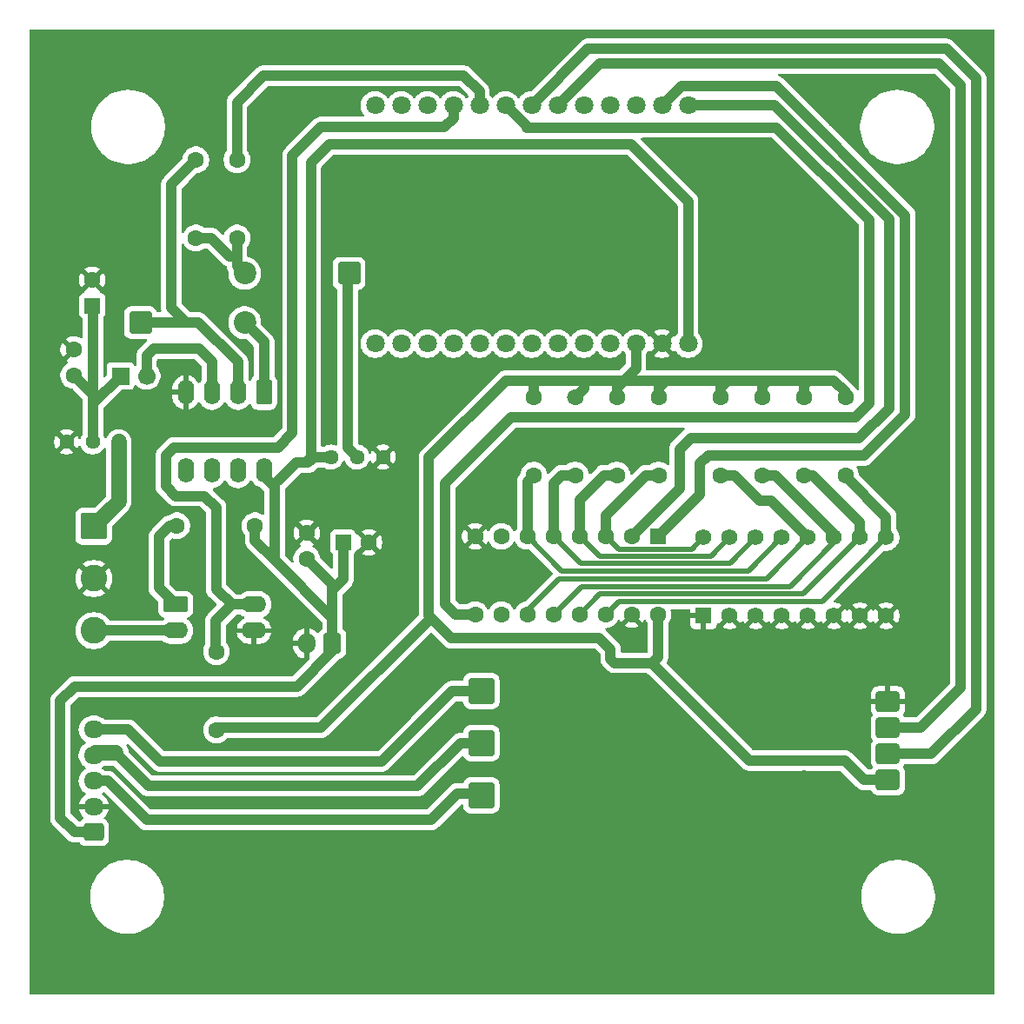
<source format=gbr>
%TF.GenerationSoftware,KiCad,Pcbnew,9.0.3*%
%TF.CreationDate,2025-11-12T11:23:42-05:00*%
%TF.ProjectId,monitor REV2,6d6f6e69-746f-4722-9052-4556322e6b69,rev?*%
%TF.SameCoordinates,Original*%
%TF.FileFunction,Copper,L2,Bot*%
%TF.FilePolarity,Positive*%
%FSLAX46Y46*%
G04 Gerber Fmt 4.6, Leading zero omitted, Abs format (unit mm)*
G04 Created by KiCad (PCBNEW 9.0.3) date 2025-11-12 11:23:42*
%MOMM*%
%LPD*%
G01*
G04 APERTURE LIST*
G04 Aperture macros list*
%AMRoundRect*
0 Rectangle with rounded corners*
0 $1 Rounding radius*
0 $2 $3 $4 $5 $6 $7 $8 $9 X,Y pos of 4 corners*
0 Add a 4 corners polygon primitive as box body*
4,1,4,$2,$3,$4,$5,$6,$7,$8,$9,$2,$3,0*
0 Add four circle primitives for the rounded corners*
1,1,$1+$1,$2,$3*
1,1,$1+$1,$4,$5*
1,1,$1+$1,$6,$7*
1,1,$1+$1,$8,$9*
0 Add four rect primitives between the rounded corners*
20,1,$1+$1,$2,$3,$4,$5,0*
20,1,$1+$1,$4,$5,$6,$7,0*
20,1,$1+$1,$6,$7,$8,$9,0*
20,1,$1+$1,$8,$9,$2,$3,0*%
G04 Aperture macros list end*
%TA.AperFunction,ComponentPad*%
%ADD10C,1.600000*%
%TD*%
%TA.AperFunction,ComponentPad*%
%ADD11RoundRect,0.249999X0.850001X0.850001X-0.850001X0.850001X-0.850001X-0.850001X0.850001X-0.850001X0*%
%TD*%
%TA.AperFunction,ComponentPad*%
%ADD12C,2.200000*%
%TD*%
%TA.AperFunction,ComponentPad*%
%ADD13RoundRect,0.250000X0.550000X-0.550000X0.550000X0.550000X-0.550000X0.550000X-0.550000X-0.550000X0*%
%TD*%
%TA.AperFunction,ComponentPad*%
%ADD14C,1.440000*%
%TD*%
%TA.AperFunction,ComponentPad*%
%ADD15RoundRect,0.250000X-1.050000X1.050000X-1.050000X-1.050000X1.050000X-1.050000X1.050000X1.050000X0*%
%TD*%
%TA.AperFunction,ComponentPad*%
%ADD16C,2.600000*%
%TD*%
%TA.AperFunction,ComponentPad*%
%ADD17RoundRect,0.250000X0.725000X-0.600000X0.725000X0.600000X-0.725000X0.600000X-0.725000X-0.600000X0*%
%TD*%
%TA.AperFunction,ComponentPad*%
%ADD18O,1.950000X1.700000*%
%TD*%
%TA.AperFunction,ComponentPad*%
%ADD19RoundRect,0.250000X0.900000X0.750000X-0.900000X0.750000X-0.900000X-0.750000X0.900000X-0.750000X0*%
%TD*%
%TA.AperFunction,ComponentPad*%
%ADD20RoundRect,0.250000X1.020000X1.020000X-1.020000X1.020000X-1.020000X-1.020000X1.020000X-1.020000X0*%
%TD*%
%TA.AperFunction,ComponentPad*%
%ADD21RoundRect,0.250000X-0.550000X0.950000X-0.550000X-0.950000X0.550000X-0.950000X0.550000X0.950000X0*%
%TD*%
%TA.AperFunction,ComponentPad*%
%ADD22O,1.600000X2.400000*%
%TD*%
%TA.AperFunction,ComponentPad*%
%ADD23RoundRect,0.250000X-0.950000X-0.550000X0.950000X-0.550000X0.950000X0.550000X-0.950000X0.550000X0*%
%TD*%
%TA.AperFunction,ComponentPad*%
%ADD24O,2.400000X1.600000*%
%TD*%
%TA.AperFunction,ComponentPad*%
%ADD25RoundRect,0.250000X-0.550000X-0.550000X0.550000X-0.550000X0.550000X0.550000X-0.550000X0.550000X0*%
%TD*%
%TA.AperFunction,ComponentPad*%
%ADD26R,1.700000X1.700000*%
%TD*%
%TA.AperFunction,ComponentPad*%
%ADD27C,1.700000*%
%TD*%
%TA.AperFunction,ComponentPad*%
%ADD28RoundRect,0.249999X-0.850001X-0.850001X0.850001X-0.850001X0.850001X0.850001X-0.850001X0.850001X0*%
%TD*%
%TA.AperFunction,ComponentPad*%
%ADD29RoundRect,0.250000X-0.550000X0.550000X-0.550000X-0.550000X0.550000X-0.550000X0.550000X0.550000X0*%
%TD*%
%TA.AperFunction,ComponentPad*%
%ADD30RoundRect,0.250000X0.600000X0.750000X-0.600000X0.750000X-0.600000X-0.750000X0.600000X-0.750000X0*%
%TD*%
%TA.AperFunction,ComponentPad*%
%ADD31O,1.700000X2.000000*%
%TD*%
%TA.AperFunction,ComponentPad*%
%ADD32C,1.580000*%
%TD*%
%TA.AperFunction,ComponentPad*%
%ADD33R,1.580000X1.580000*%
%TD*%
%TA.AperFunction,ComponentPad*%
%ADD34C,1.800000*%
%TD*%
%TA.AperFunction,ViaPad*%
%ADD35C,2.000000*%
%TD*%
%TA.AperFunction,Conductor*%
%ADD36C,1.000000*%
%TD*%
%TA.AperFunction,Conductor*%
%ADD37C,0.500000*%
%TD*%
%TA.AperFunction,Conductor*%
%ADD38C,1.500000*%
%TD*%
G04 APERTURE END LIST*
D10*
%TO.P,R11,2*%
%TO.N,+3.3V*%
X64500000Y-111720000D03*
%TO.P,R11,1*%
%TO.N,PLANTA_ON*%
X64500000Y-104100000D03*
%TD*%
%TO.P,R8,1*%
%TO.N,Net-(D2-K)*%
X62500000Y-56200000D03*
%TO.P,R8,2*%
%TO.N,Net-(D1-A)*%
X62500000Y-63820000D03*
%TD*%
D11*
%TO.P,D1,1,K*%
%TO.N,Net-(D1-K)*%
X77420000Y-67260000D03*
D12*
%TO.P,D1,2,A*%
%TO.N,Net-(D1-A)*%
X67260000Y-67260000D03*
%TD*%
D13*
%TO.P,C4,1*%
%TO.N,Net-(J1-Pin_1)*%
X52400000Y-70400000D03*
D10*
%TO.P,C4,2*%
%TO.N,GND*%
X52400000Y-67900000D03*
%TD*%
%TO.P,C2,1*%
%TO.N,+5V*%
X73300000Y-95050000D03*
%TO.P,C2,2*%
%TO.N,GND*%
X73300000Y-92550000D03*
%TD*%
%TO.P,R6,1*%
%TO.N,+3.3V*%
X99463604Y-79290000D03*
%TO.P,R6,2*%
%TO.N,Pin_5*%
X99463604Y-86910000D03*
%TD*%
%TO.P,R4,1*%
%TO.N,+3.3V*%
X107563604Y-79290000D03*
%TO.P,R4,2*%
%TO.N,Pin_7*%
X107563604Y-86910000D03*
%TD*%
D14*
%TO.P,RV1,1,1*%
%TO.N,BATERIA*%
X55000000Y-83685000D03*
%TO.P,RV1,2,2*%
%TO.N,Net-(J1-Pin_1)*%
X52460000Y-83685000D03*
%TO.P,RV1,3,3*%
%TO.N,GND*%
X49920000Y-83685000D03*
%TD*%
D10*
%TO.P,R9,1*%
%TO.N,Net-(D1-A)*%
X66500000Y-63820000D03*
%TO.P,R9,2*%
%TO.N,NIVEL_BATERIA*%
X66500000Y-56200000D03*
%TD*%
D15*
%TO.P,PLANTA1,1,Pin_1*%
%TO.N,BATERIA*%
X52560000Y-91900000D03*
D16*
%TO.P,PLANTA1,2,Pin_2*%
%TO.N,GND*%
X52560000Y-96980000D03*
%TO.P,PLANTA1,3,Pin_3*%
%TO.N,PLANTA_IGN*%
X52560000Y-102060000D03*
%TD*%
D10*
%TO.P,R5,1*%
%TO.N,+3.3V*%
X103513604Y-79290000D03*
%TO.P,R5,2*%
%TO.N,Pin_6*%
X103513604Y-86910000D03*
%TD*%
D17*
%TO.P,J2,1,Pin_1*%
%TO.N,+5V*%
X52560000Y-121700000D03*
D18*
%TO.P,J2,2,Pin_2*%
%TO.N,GND*%
X52560000Y-119200000D03*
%TO.P,J2,3,Pin_3*%
%TO.N,A+*%
X52560000Y-116700000D03*
%TO.P,J2,4,Pin_4*%
%TO.N,B-*%
X52560000Y-114200000D03*
%TO.P,J2,5,Pin_5*%
%TO.N,E*%
X52560000Y-111700000D03*
%TD*%
D19*
%TO.P,U4,1,VCC*%
%TO.N,+3.3V*%
X129900000Y-116600000D03*
%TO.P,U4,2,TXD*%
%TO.N,TX*%
X129900000Y-114060000D03*
%TO.P,U4,3,RXD*%
%TO.N,RX*%
X129900000Y-111520000D03*
%TO.P,U4,4,GND*%
%TO.N,GND*%
X129900000Y-108980000D03*
D20*
%TO.P,U4,5,A*%
%TO.N,A+*%
X90300000Y-118100000D03*
%TO.P,U4,6,B*%
%TO.N,B-*%
X90300000Y-113020000D03*
%TO.P,U4,7,GND*%
%TO.N,E*%
X90300000Y-107940000D03*
%TD*%
D21*
%TO.P,U3,1*%
%TO.N,Net-(D2-A)*%
X69140000Y-78860000D03*
D22*
%TO.P,U3,2,-*%
%TO.N,Net-(D2-K)*%
X66600000Y-78860000D03*
%TO.P,U3,3,+*%
%TO.N,Net-(J1-Pin_2)*%
X64060000Y-78860000D03*
%TO.P,U3,4,V-*%
%TO.N,GND*%
X61520000Y-78860000D03*
%TO.P,U3,5*%
%TO.N,N/C*%
X61520000Y-86480000D03*
%TO.P,U3,6*%
X64060000Y-86480000D03*
%TO.P,U3,7*%
X66600000Y-86480000D03*
%TO.P,U3,8,V+*%
%TO.N,+5V*%
X69140000Y-86480000D03*
%TD*%
D23*
%TO.P,U2,1*%
%TO.N,Net-(R10-Pad2)*%
X60550000Y-99520000D03*
D24*
%TO.P,U2,2*%
%TO.N,PLANTA_IGN*%
X60550000Y-102060000D03*
%TO.P,U2,3*%
%TO.N,GND*%
X68170000Y-102060000D03*
%TO.P,U2,4*%
%TO.N,PLANTA_ON*%
X68170000Y-99520000D03*
%TD*%
D25*
%TO.P,C1,1*%
%TO.N,+5V*%
X76860000Y-93460000D03*
D10*
%TO.P,C1,2*%
%TO.N,GND*%
X79360000Y-93460000D03*
%TD*%
D26*
%TO.P,J1,1,Pin_1*%
%TO.N,Net-(J1-Pin_1)*%
X55160000Y-77260000D03*
D27*
%TO.P,J1,2,Pin_2*%
%TO.N,Net-(J1-Pin_2)*%
X57700000Y-77260000D03*
%TD*%
D10*
%TO.P,R1,1*%
%TO.N,+3.3V*%
X121713604Y-79290000D03*
%TO.P,R1,2*%
%TO.N,Pin_1*%
X121713604Y-86910000D03*
%TD*%
D28*
%TO.P,D2,1,K*%
%TO.N,Net-(D2-K)*%
X57100000Y-72060000D03*
D12*
%TO.P,D2,2,A*%
%TO.N,Net-(D2-A)*%
X67260000Y-72060000D03*
%TD*%
D29*
%TO.P,U1,1,~{PL}*%
%TO.N,latchPin*%
X107496396Y-92880000D03*
D10*
%TO.P,U1,2,CP*%
%TO.N,clockPin*%
X104956396Y-92880000D03*
%TO.P,U1,3,D4*%
%TO.N,Pin_7*%
X102416396Y-92880000D03*
%TO.P,U1,4,D5*%
%TO.N,Pin_6*%
X99876396Y-92880000D03*
%TO.P,U1,5,D6*%
%TO.N,Pin_5*%
X97336396Y-92880000D03*
%TO.P,U1,6,D7*%
%TO.N,Pin_4*%
X94796396Y-92880000D03*
%TO.P,U1,7,~{Q7}*%
%TO.N,unconnected-(U1-~{Q7}-Pad7)*%
X92256396Y-92880000D03*
%TO.P,U1,8,GND*%
%TO.N,GND*%
X89716396Y-92880000D03*
%TO.P,U1,9,Q7*%
%TO.N,PIN_DATA*%
X89716396Y-100500000D03*
%TO.P,U1,10,DS*%
%TO.N,unconnected-(U1-DS-Pad10)*%
X92256396Y-100500000D03*
%TO.P,U1,11,D0*%
%TO.N,Pin_3*%
X94796396Y-100500000D03*
%TO.P,U1,12,D1*%
%TO.N,Pin_2*%
X97336396Y-100500000D03*
%TO.P,U1,13,D2*%
%TO.N,Pin_1*%
X99876396Y-100500000D03*
%TO.P,U1,14,D3*%
%TO.N,Pin_0*%
X102416396Y-100500000D03*
%TO.P,U1,15,~{CE}*%
%TO.N,GND*%
X104956396Y-100500000D03*
%TO.P,U1,16,VCC*%
%TO.N,+3.3V*%
X107496396Y-100500000D03*
%TD*%
%TO.P,R7,1*%
%TO.N,+3.3V*%
X95413604Y-79290000D03*
%TO.P,R7,2*%
%TO.N,Pin_4*%
X95413604Y-86910000D03*
%TD*%
%TO.P,R3,1*%
%TO.N,+3.3V*%
X113613604Y-79290000D03*
%TO.P,R3,2*%
%TO.N,Pin_3*%
X113613604Y-86910000D03*
%TD*%
%TO.P,R2,1*%
%TO.N,+3.3V*%
X117663604Y-79290000D03*
%TO.P,R2,2*%
%TO.N,Pin_2*%
X117663604Y-86910000D03*
%TD*%
%TO.P,R10,1*%
%TO.N,+5V*%
X68270000Y-91840000D03*
%TO.P,R10,2*%
%TO.N,Net-(R10-Pad2)*%
X60650000Y-91840000D03*
%TD*%
%TO.P,C3,1*%
%TO.N,GND*%
X50600000Y-74700000D03*
%TO.P,C3,2*%
%TO.N,Net-(J1-Pin_1)*%
X50600000Y-77200000D03*
%TD*%
%TO.P,R0,1*%
%TO.N,+3.3V*%
X125763604Y-79290000D03*
%TO.P,R0,2*%
%TO.N,Pin_0*%
X125763604Y-86910000D03*
%TD*%
D30*
%TO.P,JST_5V1,1,Pin_1*%
%TO.N,+5V*%
X75800000Y-103300000D03*
D31*
%TO.P,JST_5V1,2,Pin_2*%
%TO.N,GND*%
X73300000Y-103300000D03*
%TD*%
D32*
%TO.P,SW1,1*%
%TO.N,Pin_7*%
X111956396Y-93000000D03*
%TO.P,SW1,2*%
%TO.N,Pin_6*%
X114496396Y-93000000D03*
%TO.P,SW1,3*%
%TO.N,Pin_5*%
X117036396Y-93000000D03*
%TO.P,SW1,4*%
%TO.N,Pin_4*%
X119576396Y-93000000D03*
%TO.P,SW1,5*%
%TO.N,Pin_3*%
X122116396Y-93000000D03*
%TO.P,SW1,6*%
%TO.N,Pin_2*%
X124656396Y-93000000D03*
%TO.P,SW1,7*%
%TO.N,Pin_1*%
X127196396Y-93000000D03*
%TO.P,SW1,8*%
%TO.N,Pin_0*%
X129736396Y-93000000D03*
%TO.P,SW1,9*%
%TO.N,GND*%
X129736396Y-100620000D03*
%TO.P,SW1,10*%
X127196396Y-100620000D03*
%TO.P,SW1,11*%
X124656396Y-100620000D03*
%TO.P,SW1,12*%
X122116396Y-100620000D03*
%TO.P,SW1,13*%
X119576396Y-100620000D03*
%TO.P,SW1,14*%
X117036396Y-100620000D03*
%TO.P,SW1,15*%
X114496396Y-100620000D03*
D33*
%TO.P,SW1,16*%
X111956396Y-100620000D03*
%TD*%
D34*
%TO.P,ESP32,1,21*%
%TO.N,unconnected-(ESP32-21-Pad1)*%
X79960000Y-74100000D03*
%TO.P,ESP32,2,TXD*%
%TO.N,unconnected-(ESP32-TXD-Pad2)*%
X82500000Y-74100000D03*
%TO.P,ESP32,3,RXD*%
%TO.N,unconnected-(ESP32-RXD-Pad3)*%
X85040000Y-74100000D03*
%TO.P,ESP32,4,22*%
%TO.N,unconnected-(ESP32-22-Pad4)*%
X87580000Y-74100000D03*
%TO.P,ESP32,5,23*%
%TO.N,unconnected-(ESP32-23-Pad5)*%
X90120000Y-74100000D03*
%TO.P,ESP32,6,19*%
%TO.N,unconnected-(ESP32-19-Pad6)*%
X92660000Y-74100000D03*
%TO.P,ESP32,7,LoRa2*%
%TO.N,unconnected-(ESP32-LoRa2-Pad7)*%
X95200000Y-74100000D03*
%TO.P,ESP32,8,LoRa1*%
%TO.N,unconnected-(ESP32-LoRa1-Pad8)*%
X97740000Y-74100000D03*
%TO.P,ESP32,9,26*%
%TO.N,unconnected-(ESP32-26-Pad9)*%
X100280000Y-74100000D03*
%TO.P,ESP32,10,GND*%
%TO.N,unconnected-(ESP32-GND-Pad10)*%
X102820000Y-74100000D03*
%TO.P,ESP32,11,3.3V*%
%TO.N,+3.3V*%
X105360000Y-74100000D03*
%TO.P,ESP32,12,GND*%
%TO.N,GND*%
X107900000Y-74100000D03*
%TO.P,ESP32,13,5V*%
%TO.N,+5V*%
X110440000Y-74100000D03*
%TO.P,ESP32,14,36*%
%TO.N,unconnected-(ESP32-36-Pad14)*%
X79960000Y-50900000D03*
%TO.P,ESP32,15,39*%
%TO.N,unconnected-(ESP32-39-Pad15)*%
X82500000Y-50900000D03*
%TO.P,ESP32,16,RST*%
%TO.N,unconnected-(ESP32-RST-Pad16)*%
X85040000Y-50900000D03*
%TO.P,ESP32,17,34*%
%TO.N,PLANTA_ON*%
X87580000Y-50900000D03*
%TO.P,ESP32,18,35*%
%TO.N,NIVEL_BATERIA*%
X90120000Y-50900000D03*
%TO.P,ESP32,19,14*%
%TO.N,PIN_DATA*%
X92660000Y-50900000D03*
%TO.P,ESP32,20,12*%
%TO.N,TX*%
X95200000Y-50900000D03*
%TO.P,ESP32,21,13*%
%TO.N,RX*%
X97740000Y-50900000D03*
%TO.P,ESP32,22,15*%
%TO.N,unconnected-(ESP32-15-Pad22)*%
X100280000Y-50900000D03*
%TO.P,ESP32,23,02*%
%TO.N,unconnected-(ESP32-02-Pad23)*%
X102820000Y-50900000D03*
%TO.P,ESP32,24,00*%
%TO.N,unconnected-(ESP32-00-Pad24)*%
X105360000Y-50900000D03*
%TO.P,ESP32,25,04*%
%TO.N,latchPin*%
X107900000Y-50900000D03*
%TO.P,ESP32,26,25*%
%TO.N,clockPin*%
X110440000Y-50900000D03*
%TD*%
D14*
%TO.P,RV2,1,1*%
%TO.N,+5V*%
X75660000Y-85160000D03*
%TO.P,RV2,2,2*%
%TO.N,Net-(D1-K)*%
X78200000Y-85160000D03*
%TO.P,RV2,3,3*%
%TO.N,GND*%
X80740000Y-85160000D03*
%TD*%
D35*
%TO.N,GND*%
X82500000Y-89800000D03*
X89399999Y-89800001D03*
X121700000Y-116700000D03*
X105000000Y-103100000D03*
X105000000Y-107400000D03*
X121700000Y-112400000D03*
%TD*%
D36*
%TO.N,PLANTA_ON*%
X64475000Y-90075000D02*
X64475000Y-98005000D01*
X64475000Y-98005000D02*
X65990000Y-99520000D01*
X63350000Y-88950000D02*
X64475000Y-90075000D01*
X60550000Y-88950000D02*
X63350000Y-88950000D01*
X59560000Y-87960000D02*
X60550000Y-88950000D01*
X59560000Y-85040000D02*
X59560000Y-87960000D01*
X70500000Y-84200000D02*
X60400000Y-84200000D01*
X74700000Y-53000000D02*
X71900000Y-55800000D01*
X71900000Y-82800000D02*
X70500000Y-84200000D01*
X86700000Y-53000000D02*
X74700000Y-53000000D01*
X60400000Y-84200000D02*
X59560000Y-85040000D01*
X87580000Y-52120000D02*
X86700000Y-53000000D01*
X87580000Y-50900000D02*
X87580000Y-52120000D01*
X71900000Y-55800000D02*
X71900000Y-82800000D01*
%TO.N,+5V*%
X72300000Y-85700000D02*
X73400000Y-85700000D01*
X70550000Y-87450000D02*
X72300000Y-85700000D01*
%TO.N,clockPin*%
X109600000Y-88236396D02*
X104956396Y-92880000D01*
X127100000Y-83300000D02*
X110700000Y-83300000D01*
X109600000Y-84400000D02*
X109600000Y-88236396D01*
X130000000Y-80400000D02*
X127100000Y-83300000D01*
X130000000Y-62000000D02*
X130000000Y-80400000D01*
X110440000Y-50900000D02*
X118900000Y-50900000D01*
X118900000Y-50900000D02*
X130000000Y-62000000D01*
X110700000Y-83300000D02*
X109600000Y-84400000D01*
%TO.N,latchPin*%
X109800000Y-49000000D02*
X107900000Y-50900000D01*
X131600000Y-81000000D02*
X131600000Y-61600000D01*
X127600000Y-85000000D02*
X131600000Y-81000000D01*
X111600000Y-85800000D02*
X112400000Y-85000000D01*
X112400000Y-85000000D02*
X127600000Y-85000000D01*
X131600000Y-61600000D02*
X119000000Y-49000000D01*
X111600000Y-88776396D02*
X111600000Y-85800000D01*
X119000000Y-49000000D02*
X109800000Y-49000000D01*
X107496396Y-92880000D02*
X111600000Y-88776396D01*
D37*
%TO.N,Pin_3*%
X118116396Y-97000000D02*
X122116396Y-93000000D01*
X97900000Y-97000000D02*
X118116396Y-97000000D01*
X94796396Y-100103604D02*
X97900000Y-97000000D01*
X94796396Y-100500000D02*
X94796396Y-100103604D01*
%TO.N,Pin_7*%
X102416396Y-92880000D02*
X103667396Y-94131000D01*
X110825396Y-94131000D02*
X111956396Y-93000000D01*
X103667396Y-94131000D02*
X110825396Y-94131000D01*
D36*
%TO.N,+5V*%
X75800000Y-97550000D02*
X75800000Y-98120000D01*
X73300000Y-95050000D02*
X75800000Y-97550000D01*
X75800000Y-98720116D02*
X75800000Y-100800000D01*
%TO.N,B-*%
X84100000Y-117200000D02*
X88280000Y-113020000D01*
X57900000Y-117200000D02*
X84100000Y-117200000D01*
X54700000Y-114000000D02*
X57900000Y-117200000D01*
X88280000Y-113020000D02*
X90300000Y-113020000D01*
%TO.N,A+*%
X88000000Y-117900000D02*
X85400000Y-120500000D01*
X57700000Y-120500000D02*
X53900000Y-116700000D01*
X90100000Y-117900000D02*
X88000000Y-117900000D01*
X85400000Y-120500000D02*
X57700000Y-120500000D01*
X53900000Y-116700000D02*
X52560000Y-116700000D01*
%TO.N,+3.3V*%
X74700000Y-111500000D02*
X64720000Y-111500000D01*
X85400000Y-100800000D02*
X74700000Y-111500000D01*
%TO.N,+5V*%
X75800000Y-100800000D02*
X75800000Y-103300000D01*
X70160000Y-95160000D02*
X75800000Y-100800000D01*
%TO.N,+3.3V*%
X64720000Y-111500000D02*
X64500000Y-111720000D01*
%TO.N,+5V*%
X75800000Y-98720116D02*
X75800000Y-98120000D01*
D37*
%TO.N,Pin_5*%
X114505401Y-95530995D02*
X117036396Y-93000000D01*
X97336396Y-92880000D02*
X99987391Y-95530995D01*
X99987391Y-95530995D02*
X114505401Y-95530995D01*
%TO.N,Pin_6*%
X99876396Y-92880000D02*
X101827396Y-94831000D01*
X101827396Y-94831000D02*
X112665396Y-94831000D01*
X112665396Y-94831000D02*
X114496396Y-93000000D01*
D36*
%TO.N,PLANTA_ON*%
X64400000Y-101110000D02*
X65990000Y-99520000D01*
X64400000Y-104000000D02*
X64400000Y-101110000D01*
X64500000Y-104100000D02*
X64400000Y-104000000D01*
%TO.N,+3.3V*%
X127600000Y-116600000D02*
X129900000Y-116600000D01*
X116400000Y-114700000D02*
X125700000Y-114700000D01*
X125700000Y-114700000D02*
X127600000Y-116600000D01*
X106900000Y-105200000D02*
X116400000Y-114700000D01*
%TO.N,TX*%
X134140000Y-114060000D02*
X129900000Y-114060000D01*
X135600000Y-45400000D02*
X138500000Y-48300000D01*
X100700000Y-45400000D02*
X135600000Y-45400000D01*
X138500000Y-48300000D02*
X138500000Y-109700000D01*
X95200000Y-50900000D02*
X100700000Y-45400000D01*
X138500000Y-109700000D02*
X134140000Y-114060000D01*
%TO.N,RX*%
X137000000Y-107600000D02*
X133080000Y-111520000D01*
X133080000Y-111520000D02*
X129900000Y-111520000D01*
X134900000Y-46800000D02*
X137000000Y-48900000D01*
X101840000Y-46800000D02*
X134900000Y-46800000D01*
X97740000Y-50900000D02*
X101840000Y-46800000D01*
X137000000Y-48900000D02*
X137000000Y-107600000D01*
D38*
%TO.N,A+*%
X90300000Y-118100000D02*
X90100000Y-117900000D01*
%TO.N,B-*%
X52760000Y-114000000D02*
X54700000Y-114000000D01*
X52560000Y-114200000D02*
X52760000Y-114000000D01*
D36*
%TO.N,E*%
X55900000Y-111700000D02*
X52560000Y-111700000D01*
X59000000Y-114800000D02*
X55900000Y-111700000D01*
X80600000Y-114800000D02*
X59000000Y-114800000D01*
X87460000Y-107940000D02*
X80600000Y-114800000D01*
X90300000Y-107940000D02*
X87460000Y-107940000D01*
%TO.N,+5V*%
X49300000Y-120300000D02*
X50700000Y-121700000D01*
X50700000Y-107500000D02*
X49300000Y-108900000D01*
X49300000Y-108900000D02*
X49300000Y-120300000D01*
X72350000Y-107500000D02*
X50700000Y-107500000D01*
X75800000Y-104050000D02*
X72350000Y-107500000D01*
X50700000Y-121700000D02*
X52560000Y-121700000D01*
X75800000Y-103300000D02*
X75800000Y-104050000D01*
X75800000Y-98120000D02*
X76860000Y-97060000D01*
%TO.N,+3.3V*%
X85400000Y-100800000D02*
X85200000Y-100600000D01*
%TO.N,Pin_4*%
X94796396Y-87527208D02*
X95413604Y-86910000D01*
X94796396Y-92880000D02*
X94796396Y-87527208D01*
%TO.N,+5V*%
X73700000Y-85400000D02*
X73400000Y-85700000D01*
X75500000Y-54700000D02*
X73700000Y-56500000D01*
X104900000Y-54700000D02*
X75500000Y-54700000D01*
X110440000Y-60240000D02*
X104900000Y-54700000D01*
X73700000Y-56500000D02*
X73700000Y-85400000D01*
X110440000Y-74100000D02*
X110440000Y-60240000D01*
X73400000Y-85500000D02*
X73740000Y-85160000D01*
X73740000Y-85160000D02*
X75660000Y-85160000D01*
X73400000Y-85700000D02*
X73400000Y-85500000D01*
%TO.N,Net-(R10-Pad2)*%
X60650000Y-91840000D02*
X59960000Y-91840000D01*
X59960000Y-91840000D02*
X58900000Y-92900000D01*
X58900000Y-97870000D02*
X60550000Y-99520000D01*
X58900000Y-92900000D02*
X58900000Y-97870000D01*
%TO.N,+3.3V*%
X102900000Y-103900000D02*
X102900000Y-104800000D01*
X101800000Y-102800000D02*
X102900000Y-103900000D01*
X92700000Y-77700000D02*
X95800000Y-77700000D01*
X85200000Y-85200000D02*
X92700000Y-77700000D01*
X85200000Y-100600000D02*
X85200000Y-85200000D01*
X87400000Y-102800000D02*
X85400000Y-100800000D01*
X101800000Y-102800000D02*
X87400000Y-102800000D01*
X103300000Y-105200000D02*
X102900000Y-104800000D01*
X106900000Y-105200000D02*
X103300000Y-105200000D01*
X105360000Y-76540000D02*
X104200000Y-77700000D01*
X105360000Y-74100000D02*
X105360000Y-76540000D01*
%TO.N,NIVEL_BATERIA*%
X66500000Y-50600000D02*
X66500000Y-56200000D01*
X69100000Y-48000000D02*
X66500000Y-50600000D01*
X88550000Y-48000000D02*
X69100000Y-48000000D01*
X90120000Y-49570000D02*
X88550000Y-48000000D01*
X90120000Y-50900000D02*
X90120000Y-49570000D01*
D37*
%TO.N,Net-(J1-Pin_1)*%
X52460000Y-79060000D02*
X52460000Y-79960000D01*
X52460000Y-78260000D02*
X52460000Y-74560000D01*
D36*
X50600000Y-77200000D02*
X52460000Y-79060000D01*
X52460000Y-83685000D02*
X52460000Y-82400000D01*
D37*
X52460000Y-78260000D02*
X52460000Y-79960000D01*
D36*
X52460000Y-74560000D02*
X52460000Y-82400000D01*
X52460000Y-79960000D02*
X55160000Y-77260000D01*
X52460000Y-74560000D02*
X52460000Y-70640000D01*
D37*
X52460000Y-70640000D02*
X52600000Y-70500000D01*
D36*
X52460000Y-82400000D02*
X52460000Y-79960000D01*
%TO.N,+5V*%
X76860000Y-97060000D02*
X76860000Y-93460000D01*
X69140000Y-87040000D02*
X70160000Y-88060000D01*
X70160000Y-88740000D02*
X70160000Y-90500000D01*
X70160000Y-88760000D02*
X70160000Y-88060000D01*
D37*
X70160000Y-88940000D02*
X70160000Y-89500000D01*
D36*
X70160000Y-95160000D02*
X68270000Y-93270000D01*
X68270000Y-93270000D02*
X68270000Y-91840000D01*
X70160000Y-90500000D02*
X70160000Y-89500000D01*
D37*
X69140000Y-86480000D02*
X69140000Y-87040000D01*
X70160000Y-89500000D02*
X70160000Y-88760000D01*
D36*
X70160000Y-95160000D02*
X70160000Y-90500000D01*
%TO.N,Net-(D1-K)*%
X78200000Y-85160000D02*
X77301751Y-84261751D01*
X77301751Y-84261751D02*
X77301751Y-67378249D01*
D37*
X77301751Y-67378249D02*
X77420000Y-67260000D01*
D36*
%TO.N,Net-(D1-A)*%
X62460000Y-63820000D02*
X64000000Y-63820000D01*
D37*
X67260000Y-66540000D02*
X67260000Y-67260000D01*
D36*
X66510000Y-66510000D02*
X67260000Y-67260000D01*
X65780000Y-65600000D02*
X66510000Y-65600000D01*
X66500000Y-63830000D02*
X66500000Y-65590000D01*
X64000000Y-63820000D02*
X65780000Y-65600000D01*
X66500000Y-65590000D02*
X66510000Y-65600000D01*
X66510000Y-65600000D02*
X66510000Y-66510000D01*
D37*
X66510000Y-63820000D02*
X66500000Y-63830000D01*
D36*
%TO.N,+3.3V*%
X101760000Y-77700000D02*
X95800000Y-77700000D01*
X95800000Y-77700000D02*
X100300000Y-77700000D01*
X104200000Y-77700000D02*
X108300000Y-77700000D01*
X107563604Y-79290000D02*
X107563604Y-78436396D01*
X125763604Y-78863604D02*
X124600000Y-77700000D01*
X99463604Y-79290000D02*
X100300000Y-78453604D01*
X114300000Y-77700000D02*
X118200000Y-77700000D01*
X118200000Y-77700000D02*
X122200000Y-77700000D01*
X113613604Y-78386396D02*
X114300000Y-77700000D01*
X122200000Y-77700000D02*
X124600000Y-77700000D01*
D37*
X98918636Y-79290000D02*
X99463604Y-79290000D01*
X95413604Y-78086396D02*
X95800000Y-77700000D01*
D36*
X125763604Y-79290000D02*
X125763604Y-78863604D01*
X103700000Y-77700000D02*
X104200000Y-77700000D01*
X117663604Y-79290000D02*
X117663604Y-78236396D01*
X100300000Y-78453604D02*
X100300000Y-77700000D01*
X121713604Y-78186396D02*
X122200000Y-77700000D01*
X117663604Y-78236396D02*
X118200000Y-77700000D01*
X100300000Y-77700000D02*
X103700000Y-77700000D01*
X113613604Y-79290000D02*
X113613604Y-78386396D01*
X121713604Y-79290000D02*
X121713604Y-78186396D01*
X103513604Y-79290000D02*
X103513604Y-78386396D01*
X108300000Y-77700000D02*
X114300000Y-77700000D01*
X107563604Y-78436396D02*
X108300000Y-77700000D01*
X107496396Y-104603604D02*
X106900000Y-105200000D01*
X107496396Y-100500000D02*
X107496396Y-104603604D01*
X95413604Y-79290000D02*
X95413604Y-78086396D01*
X103513604Y-78386396D02*
X104200000Y-77700000D01*
%TO.N,Net-(D2-K)*%
X60100000Y-58600000D02*
X60100000Y-70600000D01*
X62500000Y-56200000D02*
X60100000Y-58600000D01*
D37*
X61560000Y-72060000D02*
X61600000Y-72060000D01*
D36*
X62760000Y-72060000D02*
X61600000Y-72060000D01*
X66600000Y-75900000D02*
X62760000Y-72060000D01*
X60100000Y-70600000D02*
X61560000Y-72060000D01*
X61600000Y-72060000D02*
X57100000Y-72060000D01*
X66600000Y-78860000D02*
X66600000Y-75900000D01*
%TO.N,Net-(D2-A)*%
X69140000Y-73940000D02*
X67260000Y-72060000D01*
D37*
X69260000Y-78740000D02*
X69140000Y-78860000D01*
D36*
X69140000Y-78860000D02*
X69140000Y-73940000D01*
%TO.N,Pin_0*%
X125763604Y-87000000D02*
X129736396Y-90972792D01*
D37*
X125763604Y-86910000D02*
X125763604Y-87000000D01*
D36*
X129736396Y-90972792D02*
X129736396Y-93000000D01*
%TO.N,Pin_1*%
X121713604Y-86910000D02*
X122573604Y-86910000D01*
X127196396Y-91532792D02*
X127196396Y-93000000D01*
X122573604Y-86910000D02*
X127196396Y-91532792D01*
%TO.N,Pin_2*%
X118973604Y-86910000D02*
X124656396Y-92592792D01*
X117663604Y-86910000D02*
X118973604Y-86910000D01*
D37*
X124656396Y-92592792D02*
X124656396Y-93000000D01*
D36*
%TO.N,Pin_3*%
X122116396Y-93000000D02*
X118516396Y-89400000D01*
X118516396Y-89400000D02*
X117463604Y-89400000D01*
D37*
X122116396Y-93000000D02*
X122116396Y-92760000D01*
D36*
X117463604Y-89400000D02*
X114973604Y-86910000D01*
X114973604Y-86910000D02*
X113613604Y-86910000D01*
D37*
%TO.N,Pin_4*%
X119576396Y-93000000D02*
X119576396Y-92812792D01*
X94796396Y-92880000D02*
X98147386Y-96230990D01*
X98147386Y-96230990D02*
X116345406Y-96230990D01*
X116345406Y-96230990D02*
X119576396Y-93000000D01*
D36*
%TO.N,Pin_5*%
X97336396Y-87727208D02*
X98153604Y-86910000D01*
X98153604Y-86910000D02*
X99463604Y-86910000D01*
X97336396Y-92880000D02*
X97336396Y-87727208D01*
%TO.N,Pin_6*%
X99876396Y-92880000D02*
X99876396Y-89287208D01*
X102253604Y-86910000D02*
X103513604Y-86910000D01*
X99876396Y-89287208D02*
X102253604Y-86910000D01*
%TO.N,Pin_7*%
X102416396Y-90847208D02*
X102416396Y-92880000D01*
X106353604Y-86910000D02*
X102416396Y-90847208D01*
X107563604Y-86910000D02*
X106353604Y-86910000D01*
D38*
%TO.N,BATERIA*%
X55000000Y-89460000D02*
X52560000Y-91900000D01*
X55000000Y-83685000D02*
X55000000Y-89460000D01*
D36*
%TO.N,PLANTA_ON*%
X65990000Y-99520000D02*
X68170000Y-99520000D01*
%TO.N,PLANTA_IGN*%
X60550000Y-102060000D02*
X52560000Y-102060000D01*
%TO.N,Net-(J1-Pin_2)*%
X62800000Y-74600000D02*
X58400000Y-74600000D01*
X64060000Y-75860000D02*
X62800000Y-74600000D01*
X57700000Y-75300000D02*
X58400000Y-74600000D01*
X64060000Y-78860000D02*
X64060000Y-75860000D01*
X57700000Y-77260000D02*
X57700000Y-75300000D01*
D37*
%TO.N,Pin_0*%
X123536396Y-99200000D02*
X129736396Y-93000000D01*
X103716396Y-99200000D02*
X123536396Y-99200000D01*
X102416396Y-100500000D02*
X103716396Y-99200000D01*
%TO.N,Pin_1*%
X121696396Y-98500000D02*
X127196396Y-93000000D01*
X101876396Y-98500000D02*
X121696396Y-98500000D01*
X99876396Y-100500000D02*
X101876396Y-98500000D01*
%TO.N,Pin_2*%
X100036396Y-97800000D02*
X97336396Y-100500000D01*
X124656396Y-93000000D02*
X124656396Y-93507208D01*
X120363604Y-97800000D02*
X100036396Y-97800000D01*
X124656396Y-93507208D02*
X120363604Y-97800000D01*
D36*
%TO.N,PIN_DATA*%
X86800000Y-99500000D02*
X87800000Y-100500000D01*
X93200000Y-81300000D02*
X86800000Y-87700000D01*
X126700000Y-81300000D02*
X93200000Y-81300000D01*
X128100000Y-79900000D02*
X126700000Y-81300000D01*
X128100000Y-62100000D02*
X128100000Y-79900000D01*
X94700000Y-52940000D02*
X94700000Y-53050000D01*
X92660000Y-50900000D02*
X94700000Y-52940000D01*
X86800000Y-87700000D02*
X86800000Y-99500000D01*
X94700000Y-53050000D02*
X119050000Y-53050000D01*
X87800000Y-100500000D02*
X89716396Y-100500000D01*
X119050000Y-53050000D02*
X128100000Y-62100000D01*
%TD*%
%TA.AperFunction,Conductor*%
%TO.N,GND*%
G36*
X134501257Y-47820185D02*
G01*
X134521899Y-47836819D01*
X135963181Y-49278101D01*
X135996666Y-49339424D01*
X135999500Y-49365782D01*
X135999500Y-107134218D01*
X135979815Y-107201257D01*
X135963181Y-107221899D01*
X132701899Y-110483181D01*
X132640576Y-110516666D01*
X132614218Y-110519500D01*
X131595908Y-110519500D01*
X131585948Y-110516575D01*
X131575645Y-110517833D01*
X131552996Y-110506899D01*
X131528869Y-110499815D01*
X131520401Y-110491164D01*
X131512723Y-110487458D01*
X131500310Y-110470640D01*
X131490185Y-110460297D01*
X131485439Y-110452554D01*
X131484814Y-110450666D01*
X131400716Y-110314320D01*
X131391641Y-110280783D01*
X131382460Y-110247227D01*
X131382513Y-110247046D01*
X131382467Y-110246876D01*
X131383772Y-110242756D01*
X131400901Y-110184426D01*
X131484353Y-110049130D01*
X131484358Y-110049119D01*
X131539505Y-109882697D01*
X131539506Y-109882690D01*
X131549999Y-109779986D01*
X131550000Y-109779973D01*
X131550000Y-109230000D01*
X130215686Y-109230000D01*
X130220080Y-109225606D01*
X130272741Y-109134394D01*
X130300000Y-109032661D01*
X130300000Y-108927339D01*
X130272741Y-108825606D01*
X130220080Y-108734394D01*
X130215686Y-108730000D01*
X131549999Y-108730000D01*
X131549999Y-108180028D01*
X131549998Y-108180013D01*
X131539505Y-108077302D01*
X131484358Y-107910880D01*
X131484356Y-107910875D01*
X131392315Y-107761654D01*
X131268345Y-107637684D01*
X131119124Y-107545643D01*
X131119119Y-107545641D01*
X130952697Y-107490494D01*
X130952690Y-107490493D01*
X130849986Y-107480000D01*
X130150000Y-107480000D01*
X130150000Y-108664314D01*
X130145606Y-108659920D01*
X130054394Y-108607259D01*
X129952661Y-108580000D01*
X129847339Y-108580000D01*
X129745606Y-108607259D01*
X129654394Y-108659920D01*
X129650000Y-108664314D01*
X129650000Y-107480000D01*
X128950028Y-107480000D01*
X128950012Y-107480001D01*
X128847302Y-107490494D01*
X128680880Y-107545641D01*
X128680875Y-107545643D01*
X128531654Y-107637684D01*
X128407684Y-107761654D01*
X128315643Y-107910875D01*
X128315641Y-107910880D01*
X128260494Y-108077302D01*
X128260493Y-108077309D01*
X128250000Y-108180013D01*
X128250000Y-108730000D01*
X129584314Y-108730000D01*
X129579920Y-108734394D01*
X129527259Y-108825606D01*
X129500000Y-108927339D01*
X129500000Y-109032661D01*
X129527259Y-109134394D01*
X129579920Y-109225606D01*
X129584314Y-109230000D01*
X128250001Y-109230000D01*
X128250001Y-109779986D01*
X128260494Y-109882697D01*
X128315641Y-110049119D01*
X128315643Y-110049124D01*
X128399099Y-110184427D01*
X128417539Y-110251820D01*
X128399099Y-110314620D01*
X128315189Y-110450659D01*
X128315185Y-110450668D01*
X128296552Y-110506899D01*
X128260001Y-110617203D01*
X128260001Y-110617204D01*
X128260000Y-110617204D01*
X128249500Y-110719983D01*
X128249500Y-112320001D01*
X128249501Y-112320018D01*
X128260001Y-112422795D01*
X128260001Y-112422797D01*
X128315185Y-112589331D01*
X128315189Y-112589340D01*
X128398805Y-112724904D01*
X128417245Y-112792296D01*
X128398805Y-112855096D01*
X128315189Y-112990659D01*
X128315185Y-112990668D01*
X128297198Y-113044949D01*
X128260001Y-113157203D01*
X128260001Y-113157204D01*
X128260000Y-113157204D01*
X128249500Y-113259983D01*
X128249500Y-114860001D01*
X128249501Y-114860018D01*
X128260000Y-114962796D01*
X128260001Y-114962799D01*
X128315185Y-115129331D01*
X128315189Y-115129340D01*
X128398805Y-115264904D01*
X128402869Y-115279757D01*
X128411470Y-115292532D01*
X128411902Y-115312770D01*
X128417245Y-115332296D01*
X128412654Y-115348010D01*
X128412962Y-115362385D01*
X128399104Y-115394403D01*
X128398990Y-115394796D01*
X128398866Y-115394997D01*
X128315186Y-115530666D01*
X128314559Y-115532555D01*
X128309816Y-115540296D01*
X128288924Y-115559194D01*
X128270313Y-115580337D01*
X128263313Y-115582362D01*
X128258001Y-115587168D01*
X128231584Y-115591544D01*
X128204092Y-115599500D01*
X128065783Y-115599500D01*
X127998744Y-115579815D01*
X127978102Y-115563181D01*
X126484209Y-114069289D01*
X126484206Y-114069285D01*
X126484206Y-114069286D01*
X126477139Y-114062219D01*
X126477139Y-114062218D01*
X126337782Y-113922861D01*
X126337781Y-113922860D01*
X126337780Y-113922859D01*
X126173920Y-113813371D01*
X126173911Y-113813366D01*
X126081854Y-113775235D01*
X126045165Y-113760038D01*
X125991836Y-113737949D01*
X125837115Y-113707173D01*
X125833638Y-113706481D01*
X125833629Y-113706479D01*
X125798542Y-113699500D01*
X125798541Y-113699500D01*
X116865782Y-113699500D01*
X116798743Y-113679815D01*
X116778101Y-113663181D01*
X108378646Y-105263726D01*
X108363436Y-105235872D01*
X108346750Y-105208869D01*
X108346810Y-105205424D01*
X108345161Y-105202403D01*
X108347425Y-105170743D01*
X108347987Y-105139010D01*
X108349994Y-105134812D01*
X108350145Y-105132711D01*
X108363211Y-105107174D01*
X108367030Y-105101460D01*
X108383028Y-105077518D01*
X108436999Y-104947219D01*
X108437002Y-104947213D01*
X108458445Y-104895444D01*
X108458447Y-104895440D01*
X108496896Y-104702145D01*
X108496896Y-104505064D01*
X108496896Y-101375761D01*
X108516581Y-101308722D01*
X108520561Y-101302899D01*
X108608683Y-101181610D01*
X108701616Y-100999219D01*
X108764873Y-100804534D01*
X108796896Y-100602352D01*
X108796896Y-100397648D01*
X108764873Y-100195466D01*
X108764872Y-100195462D01*
X108764872Y-100195461D01*
X108738020Y-100112818D01*
X108736025Y-100042977D01*
X108772106Y-99983144D01*
X108834807Y-99952316D01*
X108855951Y-99950500D01*
X110542396Y-99950500D01*
X110609435Y-99970185D01*
X110655190Y-100022989D01*
X110666396Y-100074500D01*
X110666396Y-100370000D01*
X111523384Y-100370000D01*
X111490471Y-100427007D01*
X111456396Y-100554174D01*
X111456396Y-100685826D01*
X111490471Y-100812993D01*
X111523384Y-100870000D01*
X110666396Y-100870000D01*
X110666396Y-101457844D01*
X110672797Y-101517372D01*
X110672799Y-101517379D01*
X110723041Y-101652086D01*
X110723045Y-101652093D01*
X110809205Y-101767187D01*
X110809208Y-101767190D01*
X110924302Y-101853350D01*
X110924309Y-101853354D01*
X111059016Y-101903596D01*
X111059023Y-101903598D01*
X111118551Y-101909999D01*
X111118568Y-101910000D01*
X111706396Y-101910000D01*
X111706396Y-101053012D01*
X111763403Y-101085925D01*
X111890570Y-101120000D01*
X112022222Y-101120000D01*
X112149389Y-101085925D01*
X112206396Y-101053012D01*
X112206396Y-101910000D01*
X112794224Y-101910000D01*
X112794240Y-101909999D01*
X112853768Y-101903598D01*
X112853775Y-101903596D01*
X112988482Y-101853354D01*
X112988489Y-101853350D01*
X113103583Y-101767190D01*
X113103586Y-101767187D01*
X113189746Y-101652093D01*
X113189750Y-101652086D01*
X113206010Y-101608491D01*
X113249969Y-101429366D01*
X113260292Y-101411594D01*
X113266081Y-101391881D01*
X113277484Y-101382000D01*
X113285065Y-101368950D01*
X113303356Y-101359581D01*
X113318885Y-101346126D01*
X113335287Y-101343226D01*
X113347252Y-101337099D01*
X113361850Y-101338532D01*
X113380126Y-101335302D01*
X113424081Y-101338761D01*
X114013433Y-100749408D01*
X114030471Y-100812993D01*
X114096297Y-100927007D01*
X114189389Y-101020099D01*
X114303403Y-101085925D01*
X114366986Y-101102962D01*
X113777632Y-101692314D01*
X113820289Y-101723307D01*
X114001203Y-101815488D01*
X114194319Y-101878236D01*
X114394866Y-101910000D01*
X114597926Y-101910000D01*
X114798472Y-101878236D01*
X114991588Y-101815488D01*
X115172502Y-101723306D01*
X115215157Y-101692315D01*
X115215157Y-101692314D01*
X114625805Y-101102962D01*
X114689389Y-101085925D01*
X114803403Y-101020099D01*
X114896495Y-100927007D01*
X114962321Y-100812993D01*
X114979358Y-100749409D01*
X115568710Y-101338761D01*
X115568711Y-101338761D01*
X115599702Y-101296107D01*
X115655911Y-101185792D01*
X115703885Y-101134996D01*
X115771706Y-101118201D01*
X115837841Y-101140738D01*
X115876881Y-101185792D01*
X115933089Y-101296107D01*
X115964080Y-101338761D01*
X115964080Y-101338762D01*
X116553433Y-100749408D01*
X116570471Y-100812993D01*
X116636297Y-100927007D01*
X116729389Y-101020099D01*
X116843403Y-101085925D01*
X116906986Y-101102962D01*
X116317632Y-101692314D01*
X116360289Y-101723307D01*
X116541203Y-101815488D01*
X116734319Y-101878236D01*
X116934866Y-101910000D01*
X117137926Y-101910000D01*
X117338472Y-101878236D01*
X117531588Y-101815488D01*
X117712502Y-101723306D01*
X117755157Y-101692315D01*
X117755157Y-101692314D01*
X117165805Y-101102962D01*
X117229389Y-101085925D01*
X117343403Y-101020099D01*
X117436495Y-100927007D01*
X117502321Y-100812993D01*
X117519358Y-100749409D01*
X118108710Y-101338761D01*
X118108711Y-101338761D01*
X118139702Y-101296107D01*
X118195911Y-101185792D01*
X118243885Y-101134996D01*
X118311706Y-101118201D01*
X118377841Y-101140738D01*
X118416881Y-101185792D01*
X118473089Y-101296107D01*
X118504080Y-101338761D01*
X118504080Y-101338762D01*
X119093433Y-100749408D01*
X119110471Y-100812993D01*
X119176297Y-100927007D01*
X119269389Y-101020099D01*
X119383403Y-101085925D01*
X119446986Y-101102962D01*
X118857632Y-101692314D01*
X118900289Y-101723307D01*
X119081203Y-101815488D01*
X119274319Y-101878236D01*
X119474866Y-101910000D01*
X119677926Y-101910000D01*
X119878472Y-101878236D01*
X120071588Y-101815488D01*
X120252502Y-101723306D01*
X120295157Y-101692315D01*
X120295157Y-101692314D01*
X119705805Y-101102962D01*
X119769389Y-101085925D01*
X119883403Y-101020099D01*
X119976495Y-100927007D01*
X120042321Y-100812993D01*
X120059358Y-100749409D01*
X120648710Y-101338761D01*
X120648711Y-101338761D01*
X120679702Y-101296107D01*
X120735911Y-101185792D01*
X120783885Y-101134996D01*
X120851706Y-101118201D01*
X120917841Y-101140738D01*
X120956881Y-101185792D01*
X121013089Y-101296107D01*
X121044080Y-101338761D01*
X121044080Y-101338762D01*
X121633433Y-100749408D01*
X121650471Y-100812993D01*
X121716297Y-100927007D01*
X121809389Y-101020099D01*
X121923403Y-101085925D01*
X121986986Y-101102962D01*
X121397632Y-101692314D01*
X121440289Y-101723307D01*
X121621203Y-101815488D01*
X121814319Y-101878236D01*
X122014866Y-101910000D01*
X122217926Y-101910000D01*
X122418472Y-101878236D01*
X122611588Y-101815488D01*
X122792502Y-101723306D01*
X122835157Y-101692315D01*
X122835157Y-101692314D01*
X122245805Y-101102962D01*
X122309389Y-101085925D01*
X122423403Y-101020099D01*
X122516495Y-100927007D01*
X122582321Y-100812993D01*
X122599358Y-100749409D01*
X123188710Y-101338761D01*
X123188711Y-101338761D01*
X123219702Y-101296107D01*
X123275911Y-101185792D01*
X123323885Y-101134996D01*
X123391706Y-101118201D01*
X123457841Y-101140738D01*
X123496881Y-101185792D01*
X123553089Y-101296107D01*
X123584080Y-101338761D01*
X123584080Y-101338762D01*
X124173433Y-100749408D01*
X124190471Y-100812993D01*
X124256297Y-100927007D01*
X124349389Y-101020099D01*
X124463403Y-101085925D01*
X124526986Y-101102962D01*
X123937632Y-101692314D01*
X123980289Y-101723307D01*
X124161203Y-101815488D01*
X124354319Y-101878236D01*
X124554866Y-101910000D01*
X124757926Y-101910000D01*
X124958472Y-101878236D01*
X125151588Y-101815488D01*
X125332502Y-101723306D01*
X125375157Y-101692315D01*
X125375157Y-101692314D01*
X124785805Y-101102962D01*
X124849389Y-101085925D01*
X124963403Y-101020099D01*
X125056495Y-100927007D01*
X125122321Y-100812993D01*
X125139358Y-100749409D01*
X125728710Y-101338761D01*
X125728711Y-101338761D01*
X125759702Y-101296107D01*
X125815911Y-101185792D01*
X125863885Y-101134996D01*
X125931706Y-101118201D01*
X125997841Y-101140738D01*
X126036881Y-101185792D01*
X126093089Y-101296107D01*
X126124080Y-101338761D01*
X126124080Y-101338762D01*
X126713433Y-100749409D01*
X126730471Y-100812993D01*
X126796297Y-100927007D01*
X126889389Y-101020099D01*
X127003403Y-101085925D01*
X127066986Y-101102962D01*
X126477632Y-101692314D01*
X126520289Y-101723307D01*
X126701203Y-101815488D01*
X126894319Y-101878236D01*
X127094866Y-101910000D01*
X127297926Y-101910000D01*
X127498472Y-101878236D01*
X127691588Y-101815488D01*
X127872502Y-101723306D01*
X127915157Y-101692315D01*
X127915157Y-101692314D01*
X127325805Y-101102962D01*
X127389389Y-101085925D01*
X127503403Y-101020099D01*
X127596495Y-100927007D01*
X127662321Y-100812993D01*
X127679358Y-100749409D01*
X128268710Y-101338761D01*
X128268711Y-101338761D01*
X128299702Y-101296107D01*
X128355911Y-101185792D01*
X128403885Y-101134996D01*
X128471706Y-101118201D01*
X128537841Y-101140738D01*
X128576881Y-101185792D01*
X128633089Y-101296107D01*
X128664080Y-101338761D01*
X128664080Y-101338762D01*
X129253433Y-100749409D01*
X129270471Y-100812993D01*
X129336297Y-100927007D01*
X129429389Y-101020099D01*
X129543403Y-101085925D01*
X129606986Y-101102962D01*
X129017632Y-101692314D01*
X129060289Y-101723307D01*
X129241203Y-101815488D01*
X129434319Y-101878236D01*
X129634866Y-101910000D01*
X129837926Y-101910000D01*
X130038472Y-101878236D01*
X130231588Y-101815488D01*
X130412502Y-101723306D01*
X130455157Y-101692315D01*
X130455157Y-101692314D01*
X129865805Y-101102962D01*
X129929389Y-101085925D01*
X130043403Y-101020099D01*
X130136495Y-100927007D01*
X130202321Y-100812993D01*
X130219358Y-100749409D01*
X130808710Y-101338761D01*
X130808711Y-101338761D01*
X130839702Y-101296106D01*
X130931884Y-101115192D01*
X130994632Y-100922076D01*
X131026396Y-100721530D01*
X131026396Y-100518469D01*
X130994632Y-100317923D01*
X130931884Y-100124807D01*
X130839703Y-99943893D01*
X130808710Y-99901237D01*
X130808710Y-99901236D01*
X130219358Y-100490589D01*
X130202321Y-100427007D01*
X130136495Y-100312993D01*
X130043403Y-100219901D01*
X129929389Y-100154075D01*
X129865804Y-100137037D01*
X130455158Y-99547684D01*
X130412503Y-99516693D01*
X130231588Y-99424511D01*
X130038472Y-99361763D01*
X129837926Y-99330000D01*
X129634866Y-99330000D01*
X129434319Y-99361763D01*
X129241203Y-99424511D01*
X129060292Y-99516691D01*
X129017633Y-99547684D01*
X129017633Y-99547685D01*
X129606986Y-100137037D01*
X129543403Y-100154075D01*
X129429389Y-100219901D01*
X129336297Y-100312993D01*
X129270471Y-100427007D01*
X129253433Y-100490590D01*
X128664081Y-99901237D01*
X128664080Y-99901237D01*
X128633087Y-99943896D01*
X128576881Y-100054207D01*
X128528906Y-100105003D01*
X128461085Y-100121798D01*
X128394950Y-100099260D01*
X128355911Y-100054207D01*
X128299703Y-99943893D01*
X128268710Y-99901237D01*
X128268710Y-99901236D01*
X127679358Y-100490589D01*
X127662321Y-100427007D01*
X127596495Y-100312993D01*
X127503403Y-100219901D01*
X127389389Y-100154075D01*
X127325804Y-100137037D01*
X127915158Y-99547684D01*
X127872503Y-99516693D01*
X127691588Y-99424511D01*
X127498472Y-99361763D01*
X127297926Y-99330000D01*
X127094866Y-99330000D01*
X126894319Y-99361763D01*
X126701203Y-99424511D01*
X126520292Y-99516691D01*
X126477633Y-99547684D01*
X126477633Y-99547685D01*
X127066986Y-100137037D01*
X127003403Y-100154075D01*
X126889389Y-100219901D01*
X126796297Y-100312993D01*
X126730471Y-100427007D01*
X126713433Y-100490590D01*
X126124081Y-99901237D01*
X126124080Y-99901237D01*
X126093087Y-99943896D01*
X126036881Y-100054207D01*
X125988906Y-100105003D01*
X125921085Y-100121798D01*
X125854950Y-100099260D01*
X125815911Y-100054207D01*
X125759703Y-99943893D01*
X125728710Y-99901237D01*
X125728710Y-99901236D01*
X125139358Y-100490589D01*
X125122321Y-100427007D01*
X125056495Y-100312993D01*
X124963403Y-100219901D01*
X124849389Y-100154075D01*
X124785804Y-100137037D01*
X125375158Y-99547684D01*
X125332503Y-99516693D01*
X125151588Y-99424511D01*
X124958472Y-99361763D01*
X124757921Y-99329999D01*
X124757068Y-99329932D01*
X124756763Y-99329815D01*
X124753109Y-99329237D01*
X124753230Y-99328469D01*
X124691782Y-99305042D01*
X124650317Y-99248807D01*
X124645837Y-99179081D01*
X124679125Y-99118637D01*
X129480030Y-94317731D01*
X129541351Y-94284248D01*
X129587107Y-94282941D01*
X129634831Y-94290500D01*
X129837960Y-94290500D01*
X129837961Y-94290500D01*
X130038589Y-94258723D01*
X130038592Y-94258722D01*
X130038593Y-94258722D01*
X130231773Y-94195954D01*
X130231773Y-94195953D01*
X130231776Y-94195953D01*
X130412765Y-94103734D01*
X130577100Y-93984338D01*
X130720734Y-93840704D01*
X130840130Y-93676369D01*
X130932349Y-93495380D01*
X130970153Y-93379031D01*
X130995118Y-93302197D01*
X130995118Y-93302196D01*
X130995119Y-93302193D01*
X131026896Y-93101565D01*
X131026896Y-92898435D01*
X130995119Y-92697807D01*
X130995118Y-92697803D01*
X130995118Y-92697802D01*
X130932350Y-92504622D01*
X130923989Y-92488212D01*
X130840130Y-92323631D01*
X130790444Y-92255244D01*
X130760578Y-92214136D01*
X130737098Y-92148330D01*
X130736896Y-92141251D01*
X130736896Y-90874250D01*
X130736895Y-90874247D01*
X130729916Y-90839163D01*
X130711916Y-90748667D01*
X130698447Y-90680956D01*
X130636195Y-90530666D01*
X130636194Y-90530663D01*
X130623031Y-90498884D01*
X130623024Y-90498871D01*
X130513535Y-90335010D01*
X130453171Y-90274646D01*
X130374178Y-90195653D01*
X130374177Y-90195652D01*
X127100423Y-86921898D01*
X127066938Y-86860575D01*
X127064104Y-86834217D01*
X127064104Y-86807648D01*
X127032081Y-86605465D01*
X126968822Y-86410776D01*
X126898224Y-86272221D01*
X126875891Y-86228390D01*
X126864114Y-86212180D01*
X126853365Y-86197384D01*
X126829886Y-86131577D01*
X126845712Y-86063524D01*
X126895819Y-86014829D01*
X126953684Y-86000500D01*
X127698542Y-86000500D01*
X127734050Y-85993436D01*
X127795188Y-85981275D01*
X127891836Y-85962051D01*
X127977347Y-85926631D01*
X128073914Y-85886632D01*
X128237782Y-85777139D01*
X128377139Y-85637782D01*
X128377139Y-85637780D01*
X128387347Y-85627573D01*
X128387348Y-85627570D01*
X132377139Y-81637782D01*
X132407839Y-81591836D01*
X132486632Y-81473914D01*
X132562051Y-81291835D01*
X132600500Y-81098541D01*
X132600500Y-61501459D01*
X132600500Y-61501456D01*
X132562052Y-61308170D01*
X132562051Y-61308169D01*
X132562051Y-61308165D01*
X132562049Y-61308160D01*
X132486635Y-61126092D01*
X132486628Y-61126079D01*
X132377139Y-60962218D01*
X132377136Y-60962214D01*
X132234686Y-60819764D01*
X132234655Y-60819735D01*
X124237864Y-52822944D01*
X127195873Y-52822944D01*
X127195873Y-53177055D01*
X127230581Y-53529472D01*
X127299662Y-53876769D01*
X127299663Y-53876775D01*
X127402464Y-54215662D01*
X127537979Y-54542823D01*
X127537981Y-54542828D01*
X127704902Y-54855114D01*
X127704913Y-54855132D01*
X127901650Y-55149570D01*
X128126301Y-55423308D01*
X128376691Y-55673698D01*
X128650429Y-55898349D01*
X128650435Y-55898353D01*
X128944874Y-56095091D01*
X128944883Y-56095096D01*
X128944885Y-56095097D01*
X129257171Y-56262018D01*
X129257173Y-56262018D01*
X129257179Y-56262022D01*
X129584342Y-56397537D01*
X129923212Y-56500333D01*
X129923218Y-56500334D01*
X129923224Y-56500336D01*
X129923230Y-56500337D01*
X130270527Y-56569418D01*
X130622941Y-56604127D01*
X130622944Y-56604127D01*
X130977056Y-56604127D01*
X130977059Y-56604127D01*
X131329473Y-56569418D01*
X131494112Y-56536669D01*
X131676769Y-56500337D01*
X131676775Y-56500336D01*
X131676778Y-56500334D01*
X131676788Y-56500333D01*
X132015658Y-56397537D01*
X132342821Y-56262022D01*
X132655126Y-56095091D01*
X132949565Y-55898353D01*
X132953081Y-55895468D01*
X132977868Y-55875125D01*
X133223303Y-55673703D01*
X133473703Y-55423303D01*
X133698353Y-55149565D01*
X133895091Y-54855126D01*
X134062022Y-54542821D01*
X134197537Y-54215658D01*
X134300333Y-53876788D01*
X134369418Y-53529473D01*
X134404127Y-53177059D01*
X134404127Y-52822941D01*
X134369418Y-52470527D01*
X134328738Y-52266014D01*
X134300337Y-52123230D01*
X134300336Y-52123224D01*
X134300334Y-52123218D01*
X134300333Y-52123212D01*
X134197537Y-51784342D01*
X134062022Y-51457179D01*
X134051558Y-51437603D01*
X133895097Y-51144885D01*
X133895096Y-51144883D01*
X133895091Y-51144874D01*
X133698353Y-50850435D01*
X133698349Y-50850429D01*
X133473698Y-50576691D01*
X133223308Y-50326301D01*
X132949570Y-50101650D01*
X132655132Y-49904913D01*
X132655131Y-49904912D01*
X132655126Y-49904909D01*
X132655121Y-49904906D01*
X132655114Y-49904902D01*
X132342828Y-49737981D01*
X132342823Y-49737979D01*
X132015662Y-49602464D01*
X131676775Y-49499663D01*
X131676769Y-49499662D01*
X131329472Y-49430581D01*
X131044670Y-49402532D01*
X130977059Y-49395873D01*
X130622941Y-49395873D01*
X130555330Y-49402532D01*
X130270527Y-49430581D01*
X129923230Y-49499662D01*
X129923224Y-49499663D01*
X129584337Y-49602464D01*
X129257176Y-49737979D01*
X129257171Y-49737981D01*
X128944885Y-49904902D01*
X128944867Y-49904913D01*
X128650429Y-50101650D01*
X128376691Y-50326301D01*
X128126301Y-50576691D01*
X127901650Y-50850429D01*
X127704913Y-51144867D01*
X127704902Y-51144885D01*
X127537981Y-51457171D01*
X127537979Y-51457176D01*
X127402464Y-51784337D01*
X127299663Y-52123224D01*
X127299662Y-52123230D01*
X127230581Y-52470527D01*
X127218429Y-52593920D01*
X127202291Y-52757782D01*
X127195873Y-52822944D01*
X124237864Y-52822944D01*
X119781479Y-48366559D01*
X119781459Y-48366537D01*
X119637785Y-48222863D01*
X119637781Y-48222860D01*
X119473920Y-48113371D01*
X119473911Y-48113366D01*
X119390683Y-48078892D01*
X119345165Y-48060038D01*
X119294521Y-48039061D01*
X119240118Y-47995220D01*
X119218053Y-47928926D01*
X119235332Y-47861227D01*
X119286469Y-47813616D01*
X119341974Y-47800500D01*
X134434218Y-47800500D01*
X134501257Y-47820185D01*
G37*
%TD.AperFunction*%
%TA.AperFunction,Conductor*%
G36*
X104556396Y-100552661D02*
G01*
X104583655Y-100654394D01*
X104636316Y-100745606D01*
X104710790Y-100820080D01*
X104802002Y-100872741D01*
X104903735Y-100900000D01*
X104909949Y-100900000D01*
X104230472Y-101579474D01*
X104275046Y-101611859D01*
X104457364Y-101704755D01*
X104651978Y-101767990D01*
X104854079Y-101800000D01*
X105058713Y-101800000D01*
X105260813Y-101767990D01*
X105455427Y-101704755D01*
X105637745Y-101611859D01*
X105682317Y-101579474D01*
X105002843Y-100900000D01*
X105009057Y-100900000D01*
X105110790Y-100872741D01*
X105202002Y-100820080D01*
X105276476Y-100745606D01*
X105329137Y-100654394D01*
X105356396Y-100552661D01*
X105356396Y-100546447D01*
X106035870Y-101225921D01*
X106068257Y-101181347D01*
X106068257Y-101181346D01*
X106115630Y-101088371D01*
X106163604Y-101037575D01*
X106231424Y-101020779D01*
X106297560Y-101043316D01*
X106336599Y-101088369D01*
X106383981Y-101181359D01*
X106384109Y-101181610D01*
X106472215Y-101302877D01*
X106495694Y-101368681D01*
X106495896Y-101375761D01*
X106495896Y-104075500D01*
X106476211Y-104142539D01*
X106423407Y-104188294D01*
X106371896Y-104199500D01*
X104024500Y-104199500D01*
X103957461Y-104179815D01*
X103911706Y-104127011D01*
X103900500Y-104075500D01*
X103900500Y-103801456D01*
X103900499Y-103801454D01*
X103862053Y-103608174D01*
X103862052Y-103608171D01*
X103862051Y-103608165D01*
X103858992Y-103600781D01*
X103801598Y-103462218D01*
X103786632Y-103426086D01*
X103721412Y-103328477D01*
X103677139Y-103262217D01*
X103534686Y-103119764D01*
X103534655Y-103119735D01*
X102581648Y-102166728D01*
X102577141Y-102162221D01*
X102577139Y-102162218D01*
X102437782Y-102022861D01*
X102433803Y-102020202D01*
X102426105Y-102012573D01*
X102411921Y-101986872D01*
X102395392Y-101962605D01*
X102395232Y-101956632D01*
X102392345Y-101951401D01*
X102394308Y-101922106D01*
X102393523Y-101892761D01*
X102396617Y-101887650D01*
X102397017Y-101881688D01*
X102414505Y-101858105D01*
X102429711Y-101832993D01*
X102435077Y-101830366D01*
X102438637Y-101825567D01*
X102466097Y-101815184D01*
X102492468Y-101802278D01*
X102502484Y-101801426D01*
X102503992Y-101800857D01*
X102505475Y-101801172D01*
X102513392Y-101800500D01*
X102518747Y-101800500D01*
X102518748Y-101800500D01*
X102720930Y-101768477D01*
X102915615Y-101705220D01*
X103098006Y-101612287D01*
X103228637Y-101517379D01*
X103263609Y-101491971D01*
X103263611Y-101491968D01*
X103263615Y-101491966D01*
X103408362Y-101347219D01*
X103408364Y-101347215D01*
X103408367Y-101347213D01*
X103506036Y-101212781D01*
X103528683Y-101181610D01*
X103576191Y-101088369D01*
X103624165Y-101037573D01*
X103691986Y-101020778D01*
X103758121Y-101043315D01*
X103797161Y-101088369D01*
X103844537Y-101181350D01*
X103844543Y-101181359D01*
X103876919Y-101225921D01*
X103876920Y-101225922D01*
X104556396Y-100546446D01*
X104556396Y-100552661D01*
G37*
%TD.AperFunction*%
%TA.AperFunction,Conductor*%
G36*
X110008118Y-82306816D02*
G01*
X110030477Y-82308519D01*
X110040997Y-82316470D01*
X110053647Y-82320185D01*
X110068326Y-82337126D01*
X110086217Y-82350648D01*
X110090768Y-82363025D01*
X110099402Y-82372989D01*
X110102592Y-82395178D01*
X110110332Y-82416225D01*
X110107469Y-82429096D01*
X110109346Y-82442147D01*
X110100032Y-82462541D01*
X110095165Y-82484428D01*
X110082207Y-82501572D01*
X110080321Y-82505703D01*
X110075643Y-82510257D01*
X110073884Y-82512585D01*
X110066193Y-82520204D01*
X110062218Y-82522861D01*
X109922861Y-82662218D01*
X109922858Y-82662221D01*
X109922672Y-82662406D01*
X109922564Y-82662514D01*
X109421898Y-83163181D01*
X108962221Y-83622858D01*
X108962218Y-83622861D01*
X108900080Y-83684999D01*
X108822859Y-83762219D01*
X108713369Y-83926082D01*
X108673036Y-84023456D01*
X108670774Y-84028918D01*
X108637949Y-84108164D01*
X108622341Y-84186631D01*
X108621116Y-84192786D01*
X108621114Y-84192795D01*
X108599500Y-84301456D01*
X108599500Y-85811751D01*
X108579815Y-85878790D01*
X108527011Y-85924545D01*
X108457853Y-85934489D01*
X108402615Y-85912070D01*
X108245213Y-85797712D01*
X108062827Y-85704781D01*
X107868138Y-85641522D01*
X107693599Y-85613878D01*
X107665956Y-85609500D01*
X107461252Y-85609500D01*
X107436933Y-85613351D01*
X107259069Y-85641522D01*
X107064380Y-85704781D01*
X106881990Y-85797715D01*
X106760727Y-85885818D01*
X106694921Y-85909298D01*
X106687842Y-85909500D01*
X106255061Y-85909500D01*
X106171804Y-85926061D01*
X106171793Y-85926063D01*
X106168941Y-85926631D01*
X106061768Y-85947949D01*
X106037472Y-85958013D01*
X106028918Y-85961555D01*
X106028910Y-85961558D01*
X105879692Y-86023366D01*
X105879683Y-86023371D01*
X105715823Y-86132859D01*
X105680929Y-86167754D01*
X105576465Y-86272218D01*
X105576462Y-86272221D01*
X105017215Y-86831467D01*
X104955892Y-86864952D01*
X104886200Y-86859968D01*
X104830267Y-86818096D01*
X104807061Y-86763184D01*
X104782081Y-86605466D01*
X104718824Y-86410781D01*
X104718822Y-86410778D01*
X104718822Y-86410776D01*
X104678023Y-86330705D01*
X104625891Y-86228390D01*
X104602953Y-86196818D01*
X104505575Y-86062786D01*
X104360817Y-85918028D01*
X104195217Y-85797715D01*
X104195216Y-85797714D01*
X104195214Y-85797713D01*
X104138257Y-85768691D01*
X104012827Y-85704781D01*
X103818138Y-85641522D01*
X103643599Y-85613878D01*
X103615956Y-85609500D01*
X103411252Y-85609500D01*
X103386933Y-85613351D01*
X103209069Y-85641522D01*
X103014380Y-85704781D01*
X102831990Y-85797715D01*
X102710727Y-85885818D01*
X102644921Y-85909298D01*
X102637842Y-85909500D01*
X102155061Y-85909500D01*
X102071804Y-85926061D01*
X102071793Y-85926063D01*
X102068941Y-85926631D01*
X101961768Y-85947949D01*
X101937472Y-85958013D01*
X101928918Y-85961555D01*
X101928910Y-85961558D01*
X101779692Y-86023366D01*
X101779683Y-86023371D01*
X101615823Y-86132859D01*
X101580929Y-86167754D01*
X101476465Y-86272218D01*
X100960379Y-86788304D01*
X100899056Y-86821789D01*
X100829364Y-86816805D01*
X100773431Y-86774933D01*
X100750225Y-86720021D01*
X100732081Y-86605465D01*
X100668822Y-86410776D01*
X100628023Y-86330705D01*
X100575891Y-86228390D01*
X100552953Y-86196818D01*
X100455575Y-86062786D01*
X100310817Y-85918028D01*
X100145217Y-85797715D01*
X100145216Y-85797714D01*
X100145214Y-85797713D01*
X100088257Y-85768691D01*
X99962827Y-85704781D01*
X99768138Y-85641522D01*
X99593599Y-85613878D01*
X99565956Y-85609500D01*
X99361252Y-85609500D01*
X99336933Y-85613351D01*
X99159069Y-85641522D01*
X98964380Y-85704781D01*
X98781990Y-85797715D01*
X98660727Y-85885818D01*
X98594921Y-85909298D01*
X98587842Y-85909500D01*
X98055058Y-85909500D01*
X98022995Y-85915876D01*
X98022996Y-85915877D01*
X97861774Y-85947946D01*
X97861768Y-85947948D01*
X97679692Y-86023366D01*
X97679683Y-86023371D01*
X97515823Y-86132859D01*
X97515819Y-86132862D01*
X96903542Y-86745140D01*
X96842219Y-86778625D01*
X96772527Y-86773641D01*
X96716594Y-86731769D01*
X96693388Y-86676856D01*
X96690643Y-86659527D01*
X96682081Y-86605466D01*
X96682080Y-86605464D01*
X96618822Y-86410776D01*
X96578023Y-86330705D01*
X96525891Y-86228390D01*
X96502953Y-86196818D01*
X96405575Y-86062786D01*
X96260817Y-85918028D01*
X96095217Y-85797715D01*
X96095216Y-85797714D01*
X96095214Y-85797713D01*
X96038257Y-85768691D01*
X95912827Y-85704781D01*
X95718138Y-85641522D01*
X95543599Y-85613878D01*
X95515956Y-85609500D01*
X95311252Y-85609500D01*
X95286933Y-85613351D01*
X95109069Y-85641522D01*
X94914380Y-85704781D01*
X94731990Y-85797715D01*
X94566390Y-85918028D01*
X94421632Y-86062786D01*
X94301319Y-86228386D01*
X94208385Y-86410778D01*
X94145126Y-86605468D01*
X94121677Y-86753513D01*
X94091747Y-86816648D01*
X94086887Y-86821793D01*
X94019258Y-86889423D01*
X94019254Y-86889429D01*
X93909767Y-87053288D01*
X93909760Y-87053301D01*
X93866326Y-87158163D01*
X93866326Y-87158164D01*
X93834345Y-87235371D01*
X93834343Y-87235377D01*
X93826592Y-87274346D01*
X93795896Y-87428662D01*
X93795896Y-92004237D01*
X93776211Y-92071276D01*
X93772214Y-92077122D01*
X93684111Y-92198386D01*
X93636881Y-92291080D01*
X93588906Y-92341876D01*
X93521085Y-92358671D01*
X93454950Y-92336134D01*
X93415911Y-92291080D01*
X93415279Y-92289840D01*
X93368683Y-92198390D01*
X93353331Y-92177259D01*
X93248367Y-92032786D01*
X93103609Y-91888028D01*
X92938009Y-91767715D01*
X92938008Y-91767714D01*
X92938006Y-91767713D01*
X92875548Y-91735889D01*
X92755619Y-91674781D01*
X92560930Y-91611522D01*
X92373086Y-91581771D01*
X92358748Y-91579500D01*
X92154044Y-91579500D01*
X92139706Y-91581771D01*
X91951861Y-91611522D01*
X91757172Y-91674781D01*
X91574782Y-91767715D01*
X91409182Y-91888028D01*
X91264424Y-92032786D01*
X91144109Y-92198388D01*
X91096599Y-92291630D01*
X91048624Y-92342426D01*
X90980803Y-92359220D01*
X90914668Y-92336682D01*
X90875630Y-92291628D01*
X90828257Y-92198652D01*
X90795870Y-92154077D01*
X90795870Y-92154076D01*
X90116396Y-92833551D01*
X90116396Y-92827339D01*
X90089137Y-92725606D01*
X90036476Y-92634394D01*
X89962002Y-92559920D01*
X89870790Y-92507259D01*
X89769057Y-92480000D01*
X89762842Y-92480000D01*
X90442318Y-91800524D01*
X90442317Y-91800523D01*
X90397755Y-91768147D01*
X90397746Y-91768141D01*
X90215427Y-91675244D01*
X90020813Y-91612009D01*
X89818713Y-91580000D01*
X89614079Y-91580000D01*
X89411978Y-91612009D01*
X89217364Y-91675244D01*
X89035040Y-91768143D01*
X88990473Y-91800523D01*
X88990473Y-91800524D01*
X89669950Y-92480000D01*
X89663735Y-92480000D01*
X89562002Y-92507259D01*
X89470790Y-92559920D01*
X89396316Y-92634394D01*
X89343655Y-92725606D01*
X89316396Y-92827339D01*
X89316396Y-92833553D01*
X88636920Y-92154077D01*
X88636919Y-92154077D01*
X88604539Y-92198644D01*
X88511640Y-92380968D01*
X88448405Y-92575582D01*
X88416396Y-92777682D01*
X88416396Y-92982317D01*
X88448405Y-93184417D01*
X88511640Y-93379031D01*
X88604537Y-93561350D01*
X88604543Y-93561359D01*
X88636919Y-93605921D01*
X88636920Y-93605922D01*
X89316396Y-92926446D01*
X89316396Y-92932661D01*
X89343655Y-93034394D01*
X89396316Y-93125606D01*
X89470790Y-93200080D01*
X89562002Y-93252741D01*
X89663735Y-93280000D01*
X89669949Y-93280000D01*
X88990472Y-93959474D01*
X89035046Y-93991859D01*
X89217364Y-94084755D01*
X89411978Y-94147990D01*
X89614079Y-94180000D01*
X89818713Y-94180000D01*
X90020813Y-94147990D01*
X90215427Y-94084755D01*
X90397745Y-93991859D01*
X90442317Y-93959474D01*
X89762843Y-93280000D01*
X89769057Y-93280000D01*
X89870790Y-93252741D01*
X89962002Y-93200080D01*
X90036476Y-93125606D01*
X90089137Y-93034394D01*
X90116396Y-92932661D01*
X90116396Y-92926447D01*
X90795870Y-93605921D01*
X90828257Y-93561347D01*
X90828257Y-93561346D01*
X90875630Y-93468371D01*
X90923604Y-93417575D01*
X90991424Y-93400779D01*
X91057560Y-93423316D01*
X91096599Y-93468369D01*
X91144109Y-93561611D01*
X91264424Y-93727213D01*
X91409182Y-93871971D01*
X91529622Y-93959474D01*
X91574786Y-93992287D01*
X91682439Y-94047139D01*
X91757172Y-94085218D01*
X91757174Y-94085218D01*
X91757177Y-94085220D01*
X91861533Y-94119127D01*
X91951861Y-94148477D01*
X92035960Y-94161797D01*
X92154044Y-94180500D01*
X92154045Y-94180500D01*
X92358747Y-94180500D01*
X92358748Y-94180500D01*
X92560930Y-94148477D01*
X92755615Y-94085220D01*
X92938006Y-93992287D01*
X93054321Y-93907780D01*
X93103609Y-93871971D01*
X93103611Y-93871968D01*
X93103615Y-93871966D01*
X93248362Y-93727219D01*
X93248364Y-93727215D01*
X93248367Y-93727213D01*
X93368680Y-93561614D01*
X93368682Y-93561611D01*
X93368683Y-93561610D01*
X93415912Y-93468917D01*
X93463885Y-93418123D01*
X93531706Y-93401328D01*
X93597841Y-93423865D01*
X93636881Y-93468919D01*
X93684111Y-93561614D01*
X93804424Y-93727213D01*
X93949182Y-93871971D01*
X94069622Y-93959474D01*
X94114786Y-93992287D01*
X94222439Y-94047139D01*
X94297172Y-94085218D01*
X94297174Y-94085218D01*
X94297177Y-94085220D01*
X94401533Y-94119127D01*
X94491861Y-94148477D01*
X94575960Y-94161797D01*
X94694044Y-94180500D01*
X94694045Y-94180500D01*
X94898746Y-94180500D01*
X94898748Y-94180500D01*
X94954423Y-94171681D01*
X95023715Y-94180635D01*
X95061502Y-94206473D01*
X97259149Y-96404120D01*
X97292634Y-96465443D01*
X97287650Y-96535135D01*
X97259149Y-96579482D01*
X94657286Y-99181344D01*
X94595963Y-99214829D01*
X94589004Y-99216136D01*
X94491864Y-99231522D01*
X94297174Y-99294781D01*
X94114782Y-99387715D01*
X93949182Y-99508028D01*
X93804424Y-99652786D01*
X93684111Y-99818386D01*
X93636881Y-99911080D01*
X93588906Y-99961876D01*
X93521085Y-99978671D01*
X93454950Y-99956134D01*
X93415911Y-99911080D01*
X93410895Y-99901236D01*
X93368683Y-99818390D01*
X93342936Y-99782952D01*
X93248367Y-99652786D01*
X93103609Y-99508028D01*
X92938009Y-99387715D01*
X92938008Y-99387714D01*
X92938006Y-99387713D01*
X92881049Y-99358691D01*
X92755619Y-99294781D01*
X92560930Y-99231522D01*
X92386391Y-99203878D01*
X92358748Y-99199500D01*
X92154044Y-99199500D01*
X92129725Y-99203351D01*
X91951861Y-99231522D01*
X91757172Y-99294781D01*
X91574782Y-99387715D01*
X91409182Y-99508028D01*
X91264424Y-99652786D01*
X91144111Y-99818386D01*
X91096881Y-99911080D01*
X91048906Y-99961876D01*
X90981085Y-99978671D01*
X90914950Y-99956134D01*
X90875911Y-99911080D01*
X90870895Y-99901236D01*
X90828683Y-99818390D01*
X90802936Y-99782952D01*
X90708367Y-99652786D01*
X90563609Y-99508028D01*
X90398009Y-99387715D01*
X90398008Y-99387714D01*
X90398006Y-99387713D01*
X90341049Y-99358691D01*
X90215619Y-99294781D01*
X90020930Y-99231522D01*
X89846391Y-99203878D01*
X89818748Y-99199500D01*
X89614044Y-99199500D01*
X89589725Y-99203351D01*
X89411861Y-99231522D01*
X89217172Y-99294781D01*
X89034782Y-99387715D01*
X88913519Y-99475818D01*
X88847713Y-99499298D01*
X88840634Y-99499500D01*
X88265783Y-99499500D01*
X88198744Y-99479815D01*
X88178102Y-99463181D01*
X87836819Y-99121898D01*
X87803334Y-99060575D01*
X87800500Y-99034217D01*
X87800500Y-88165782D01*
X87820185Y-88098743D01*
X87836819Y-88078101D01*
X93578101Y-82336819D01*
X93639424Y-82303334D01*
X93665782Y-82300500D01*
X109986608Y-82300500D01*
X110008118Y-82306816D01*
G37*
%TD.AperFunction*%
%TA.AperFunction,Conductor*%
G36*
X118651257Y-54070185D02*
G01*
X118671899Y-54086819D01*
X127063181Y-62478101D01*
X127096666Y-62539424D01*
X127099500Y-62565782D01*
X127099500Y-78534528D01*
X127079815Y-78601567D01*
X127027011Y-78647322D01*
X126957853Y-78657266D01*
X126894297Y-78628241D01*
X126875182Y-78607413D01*
X126755575Y-78442786D01*
X126610824Y-78298035D01*
X126586312Y-78280226D01*
X126556096Y-78248799D01*
X126540742Y-78225820D01*
X126540739Y-78225817D01*
X125384209Y-77069289D01*
X125384206Y-77069285D01*
X125384206Y-77069286D01*
X125377139Y-77062219D01*
X125377139Y-77062218D01*
X125237782Y-76922861D01*
X125237781Y-76922860D01*
X125237780Y-76922859D01*
X125073920Y-76813371D01*
X125073911Y-76813366D01*
X124972358Y-76771302D01*
X124945165Y-76760038D01*
X124891836Y-76737949D01*
X124891832Y-76737948D01*
X124891828Y-76737946D01*
X124795188Y-76718724D01*
X124698544Y-76699500D01*
X124698541Y-76699500D01*
X122298541Y-76699500D01*
X118298541Y-76699500D01*
X114398546Y-76699500D01*
X114398541Y-76699499D01*
X114201460Y-76699499D01*
X114201455Y-76699500D01*
X108398541Y-76699500D01*
X106484500Y-76699500D01*
X106417461Y-76679815D01*
X106371706Y-76627011D01*
X106360500Y-76575500D01*
X106360500Y-75131469D01*
X106380185Y-75064430D01*
X106396819Y-75043788D01*
X106428242Y-75012365D01*
X106529991Y-74872317D01*
X106585320Y-74829653D01*
X106654933Y-74823674D01*
X106716729Y-74856279D01*
X106730628Y-74872319D01*
X106748932Y-74897513D01*
X107500000Y-74146445D01*
X107500000Y-74152661D01*
X107527259Y-74254394D01*
X107579920Y-74345606D01*
X107654394Y-74420080D01*
X107745606Y-74472741D01*
X107847339Y-74500000D01*
X107853553Y-74500000D01*
X107102485Y-75251065D01*
X107102485Y-75251066D01*
X107166243Y-75297388D01*
X107362589Y-75397432D01*
X107572164Y-75465526D01*
X107789819Y-75500000D01*
X108010181Y-75500000D01*
X108227835Y-75465526D01*
X108437410Y-75397432D01*
X108633760Y-75297386D01*
X108697513Y-75251066D01*
X108697514Y-75251066D01*
X107946447Y-74500000D01*
X107952661Y-74500000D01*
X108054394Y-74472741D01*
X108145606Y-74420080D01*
X108220080Y-74345606D01*
X108272741Y-74254394D01*
X108300000Y-74152661D01*
X108300000Y-74146448D01*
X109051066Y-74897514D01*
X109051066Y-74897513D01*
X109069372Y-74872319D01*
X109124701Y-74829653D01*
X109194315Y-74823674D01*
X109256110Y-74856279D01*
X109270008Y-74872319D01*
X109371752Y-75012358D01*
X109371756Y-75012363D01*
X109527636Y-75168243D01*
X109527641Y-75168247D01*
X109683192Y-75281260D01*
X109705978Y-75297815D01*
X109834375Y-75363237D01*
X109902393Y-75397895D01*
X109902396Y-75397896D01*
X109989140Y-75426080D01*
X110112049Y-75466015D01*
X110329778Y-75500500D01*
X110329779Y-75500500D01*
X110550221Y-75500500D01*
X110550222Y-75500500D01*
X110767951Y-75466015D01*
X110977606Y-75397895D01*
X111174022Y-75297815D01*
X111352365Y-75168242D01*
X111508242Y-75012365D01*
X111637815Y-74834022D01*
X111737895Y-74637606D01*
X111806015Y-74427951D01*
X111840500Y-74210222D01*
X111840500Y-73989778D01*
X111806015Y-73772049D01*
X111756782Y-73620523D01*
X111737896Y-73562396D01*
X111737895Y-73562393D01*
X111684628Y-73457853D01*
X111637815Y-73365978D01*
X111591491Y-73302218D01*
X111508247Y-73187641D01*
X111508243Y-73187636D01*
X111476819Y-73156212D01*
X111443334Y-73094889D01*
X111440500Y-73068531D01*
X111440500Y-60141456D01*
X111402052Y-59948170D01*
X111402051Y-59948169D01*
X111402051Y-59948165D01*
X111402049Y-59948160D01*
X111326635Y-59766092D01*
X111326628Y-59766079D01*
X111217139Y-59602218D01*
X111217136Y-59602214D01*
X111074686Y-59459764D01*
X111074655Y-59459735D01*
X105877101Y-54262181D01*
X105843616Y-54200858D01*
X105848600Y-54131166D01*
X105890472Y-54075233D01*
X105955936Y-54050816D01*
X105964782Y-54050500D01*
X118584218Y-54050500D01*
X118651257Y-54070185D01*
G37*
%TD.AperFunction*%
%TA.AperFunction,Conductor*%
G36*
X140242539Y-43520185D02*
G01*
X140288294Y-43572989D01*
X140299500Y-43624500D01*
X140299500Y-137375500D01*
X140279815Y-137442539D01*
X140227011Y-137488294D01*
X140175500Y-137499500D01*
X46424500Y-137499500D01*
X46357461Y-137479815D01*
X46311706Y-137427011D01*
X46300500Y-137375500D01*
X46300500Y-127822944D01*
X52195873Y-127822944D01*
X52195873Y-128177055D01*
X52230581Y-128529472D01*
X52299662Y-128876769D01*
X52299663Y-128876775D01*
X52402464Y-129215662D01*
X52537979Y-129542823D01*
X52537981Y-129542828D01*
X52704902Y-129855114D01*
X52704913Y-129855132D01*
X52901650Y-130149570D01*
X53126301Y-130423308D01*
X53376691Y-130673698D01*
X53650429Y-130898349D01*
X53650435Y-130898353D01*
X53944874Y-131095091D01*
X53944883Y-131095096D01*
X53944885Y-131095097D01*
X54257171Y-131262018D01*
X54257173Y-131262018D01*
X54257179Y-131262022D01*
X54584342Y-131397537D01*
X54923212Y-131500333D01*
X54923218Y-131500334D01*
X54923224Y-131500336D01*
X54923230Y-131500337D01*
X55270527Y-131569418D01*
X55622941Y-131604127D01*
X55622944Y-131604127D01*
X55977056Y-131604127D01*
X55977059Y-131604127D01*
X56329473Y-131569418D01*
X56494112Y-131536669D01*
X56676769Y-131500337D01*
X56676775Y-131500336D01*
X56676778Y-131500334D01*
X56676788Y-131500333D01*
X57015658Y-131397537D01*
X57342821Y-131262022D01*
X57655126Y-131095091D01*
X57949565Y-130898353D01*
X58223303Y-130673703D01*
X58473703Y-130423303D01*
X58698353Y-130149565D01*
X58895091Y-129855126D01*
X59062022Y-129542821D01*
X59197537Y-129215658D01*
X59300333Y-128876788D01*
X59369418Y-128529473D01*
X59404127Y-128177059D01*
X59404127Y-127822944D01*
X127292246Y-127822944D01*
X127292246Y-128177055D01*
X127326954Y-128529472D01*
X127396035Y-128876769D01*
X127396036Y-128876775D01*
X127498837Y-129215662D01*
X127634352Y-129542823D01*
X127634354Y-129542828D01*
X127801275Y-129855114D01*
X127801286Y-129855132D01*
X127998023Y-130149570D01*
X128222674Y-130423308D01*
X128473064Y-130673698D01*
X128746802Y-130898349D01*
X128746808Y-130898353D01*
X129041247Y-131095091D01*
X129041256Y-131095096D01*
X129041258Y-131095097D01*
X129353544Y-131262018D01*
X129353546Y-131262018D01*
X129353552Y-131262022D01*
X129680715Y-131397537D01*
X130019585Y-131500333D01*
X130019591Y-131500334D01*
X130019597Y-131500336D01*
X130019603Y-131500337D01*
X130366900Y-131569418D01*
X130719314Y-131604127D01*
X130719317Y-131604127D01*
X131073429Y-131604127D01*
X131073432Y-131604127D01*
X131425846Y-131569418D01*
X131590485Y-131536669D01*
X131773142Y-131500337D01*
X131773148Y-131500336D01*
X131773151Y-131500334D01*
X131773161Y-131500333D01*
X132112031Y-131397537D01*
X132439194Y-131262022D01*
X132751499Y-131095091D01*
X133045938Y-130898353D01*
X133319676Y-130673703D01*
X133570076Y-130423303D01*
X133794726Y-130149565D01*
X133991464Y-129855126D01*
X134158395Y-129542821D01*
X134293910Y-129215658D01*
X134396706Y-128876788D01*
X134465791Y-128529473D01*
X134500500Y-128177059D01*
X134500500Y-127822941D01*
X134465791Y-127470527D01*
X134396710Y-127123230D01*
X134396709Y-127123224D01*
X134396707Y-127123218D01*
X134396706Y-127123212D01*
X134293910Y-126784342D01*
X134158395Y-126457179D01*
X133991464Y-126144874D01*
X133794726Y-125850435D01*
X133794722Y-125850429D01*
X133570071Y-125576691D01*
X133319681Y-125326301D01*
X133045943Y-125101650D01*
X132751505Y-124904913D01*
X132751504Y-124904912D01*
X132751499Y-124904909D01*
X132751494Y-124904906D01*
X132751487Y-124904902D01*
X132439201Y-124737981D01*
X132439196Y-124737979D01*
X132112035Y-124602464D01*
X131773148Y-124499663D01*
X131773142Y-124499662D01*
X131425845Y-124430581D01*
X131160421Y-124404440D01*
X131073432Y-124395873D01*
X130719314Y-124395873D01*
X130638938Y-124403789D01*
X130366900Y-124430581D01*
X130019603Y-124499662D01*
X130019597Y-124499663D01*
X129680710Y-124602464D01*
X129353549Y-124737979D01*
X129353544Y-124737981D01*
X129041258Y-124904902D01*
X129041240Y-124904913D01*
X128746802Y-125101650D01*
X128473064Y-125326301D01*
X128222674Y-125576691D01*
X127998023Y-125850429D01*
X127801286Y-126144867D01*
X127801275Y-126144885D01*
X127634354Y-126457171D01*
X127634352Y-126457176D01*
X127498837Y-126784337D01*
X127396036Y-127123224D01*
X127396035Y-127123230D01*
X127326954Y-127470527D01*
X127292246Y-127822944D01*
X59404127Y-127822944D01*
X59404127Y-127822941D01*
X59369418Y-127470527D01*
X59300337Y-127123230D01*
X59300336Y-127123224D01*
X59300334Y-127123218D01*
X59300333Y-127123212D01*
X59197537Y-126784342D01*
X59062022Y-126457179D01*
X58895091Y-126144874D01*
X58698353Y-125850435D01*
X58698349Y-125850429D01*
X58473698Y-125576691D01*
X58223308Y-125326301D01*
X57949570Y-125101650D01*
X57655132Y-124904913D01*
X57655131Y-124904912D01*
X57655126Y-124904909D01*
X57655121Y-124904906D01*
X57655114Y-124904902D01*
X57342828Y-124737981D01*
X57342823Y-124737979D01*
X57015662Y-124602464D01*
X56676775Y-124499663D01*
X56676769Y-124499662D01*
X56329472Y-124430581D01*
X56064048Y-124404440D01*
X55977059Y-124395873D01*
X55622941Y-124395873D01*
X55542565Y-124403789D01*
X55270527Y-124430581D01*
X54923230Y-124499662D01*
X54923224Y-124499663D01*
X54584337Y-124602464D01*
X54257176Y-124737979D01*
X54257171Y-124737981D01*
X53944885Y-124904902D01*
X53944867Y-124904913D01*
X53650429Y-125101650D01*
X53376691Y-125326301D01*
X53126301Y-125576691D01*
X52901650Y-125850429D01*
X52704913Y-126144867D01*
X52704902Y-126144885D01*
X52537981Y-126457171D01*
X52537979Y-126457176D01*
X52402464Y-126784337D01*
X52299663Y-127123224D01*
X52299662Y-127123230D01*
X52230581Y-127470527D01*
X52195873Y-127822944D01*
X46300500Y-127822944D01*
X46300500Y-108801456D01*
X48299500Y-108801456D01*
X48299500Y-108801459D01*
X48299500Y-120398541D01*
X48300078Y-120401446D01*
X48300079Y-120401460D01*
X48300081Y-120401460D01*
X48337947Y-120591828D01*
X48337949Y-120591836D01*
X48354314Y-120631344D01*
X48354314Y-120631345D01*
X48413364Y-120773907D01*
X48413371Y-120773920D01*
X48522860Y-120937781D01*
X48522863Y-120937785D01*
X48666537Y-121081459D01*
X48666559Y-121081479D01*
X49919735Y-122334655D01*
X49919764Y-122334686D01*
X50062214Y-122477136D01*
X50062218Y-122477139D01*
X50226079Y-122586628D01*
X50226092Y-122586635D01*
X50344272Y-122635586D01*
X50350129Y-122638012D01*
X50408164Y-122662051D01*
X50475777Y-122675500D01*
X50548901Y-122690045D01*
X50601456Y-122700500D01*
X50601459Y-122700500D01*
X50601460Y-122700500D01*
X50798540Y-122700500D01*
X51131042Y-122700500D01*
X51198081Y-122720185D01*
X51236580Y-122759402D01*
X51242288Y-122768656D01*
X51366344Y-122892712D01*
X51515666Y-122984814D01*
X51682203Y-123039999D01*
X51784991Y-123050500D01*
X53335008Y-123050499D01*
X53437797Y-123039999D01*
X53604334Y-122984814D01*
X53753656Y-122892712D01*
X53877712Y-122768656D01*
X53969814Y-122619334D01*
X54024999Y-122452797D01*
X54035500Y-122350009D01*
X54035499Y-121049992D01*
X54024999Y-120947203D01*
X53969814Y-120780666D01*
X53877712Y-120631344D01*
X53753656Y-120507288D01*
X53604334Y-120415186D01*
X53604332Y-120415185D01*
X53598440Y-120411551D01*
X53551716Y-120359603D01*
X53540493Y-120290641D01*
X53568337Y-120226558D01*
X53575856Y-120218330D01*
X53714728Y-120079458D01*
X53839620Y-119907557D01*
X53936095Y-119718217D01*
X54001757Y-119516129D01*
X54001757Y-119516126D01*
X54012231Y-119450000D01*
X52964146Y-119450000D01*
X53002630Y-119383343D01*
X53035000Y-119262535D01*
X53035000Y-119137465D01*
X53002630Y-119016657D01*
X52964146Y-118950000D01*
X54012231Y-118950000D01*
X54001757Y-118883873D01*
X54001757Y-118883870D01*
X53936095Y-118681782D01*
X53839620Y-118492442D01*
X53714727Y-118320540D01*
X53714723Y-118320535D01*
X53564464Y-118170276D01*
X53564459Y-118170272D01*
X53399781Y-118050627D01*
X53357115Y-117995297D01*
X53351136Y-117925684D01*
X53383741Y-117863889D01*
X53399779Y-117849992D01*
X53450381Y-117813227D01*
X53516183Y-117789748D01*
X53584237Y-117805572D01*
X53610945Y-117825865D01*
X57062215Y-121277137D01*
X57062219Y-121277140D01*
X57226079Y-121386628D01*
X57226085Y-121386631D01*
X57226086Y-121386632D01*
X57408165Y-121462052D01*
X57601455Y-121500500D01*
X57601458Y-121500501D01*
X57601460Y-121500501D01*
X57804655Y-121500501D01*
X57804675Y-121500500D01*
X85498542Y-121500500D01*
X85529566Y-121494328D01*
X85595188Y-121481275D01*
X85691836Y-121462051D01*
X85745165Y-121439961D01*
X85873914Y-121386632D01*
X86037782Y-121277139D01*
X86177139Y-121137782D01*
X86177139Y-121137780D01*
X86187347Y-121127573D01*
X86187348Y-121127570D01*
X88317822Y-118997098D01*
X88379143Y-118963615D01*
X88448835Y-118968599D01*
X88504768Y-119010471D01*
X88529185Y-119075935D01*
X88529501Y-119084781D01*
X88529501Y-119170018D01*
X88540000Y-119272796D01*
X88540001Y-119272799D01*
X88576632Y-119383343D01*
X88595186Y-119439334D01*
X88687288Y-119588656D01*
X88811344Y-119712712D01*
X88960666Y-119804814D01*
X89127203Y-119859999D01*
X89229991Y-119870500D01*
X91370008Y-119870499D01*
X91472797Y-119859999D01*
X91639334Y-119804814D01*
X91788656Y-119712712D01*
X91912712Y-119588656D01*
X92004814Y-119439334D01*
X92059999Y-119272797D01*
X92070500Y-119170009D01*
X92070499Y-117029992D01*
X92059999Y-116927203D01*
X92004814Y-116760666D01*
X91912712Y-116611344D01*
X91788656Y-116487288D01*
X91639334Y-116395186D01*
X91472797Y-116340001D01*
X91472795Y-116340000D01*
X91370010Y-116329500D01*
X89229998Y-116329500D01*
X89229981Y-116329501D01*
X89127203Y-116340000D01*
X89127200Y-116340001D01*
X88960668Y-116395185D01*
X88960663Y-116395187D01*
X88811342Y-116487289D01*
X88687289Y-116611342D01*
X88595187Y-116760663D01*
X88595185Y-116760668D01*
X88577346Y-116814504D01*
X88537573Y-116871949D01*
X88473057Y-116898772D01*
X88459640Y-116899500D01*
X87901458Y-116899500D01*
X87879681Y-116903832D01*
X87857903Y-116908164D01*
X87857902Y-116908164D01*
X87708167Y-116937947D01*
X87708159Y-116937950D01*
X87654834Y-116960037D01*
X87654834Y-116960038D01*
X87609315Y-116978892D01*
X87526089Y-117013366D01*
X87526079Y-117013371D01*
X87394247Y-117101460D01*
X87394246Y-117101461D01*
X87362215Y-117122862D01*
X87362214Y-117122863D01*
X85021899Y-119463181D01*
X84960576Y-119496666D01*
X84934218Y-119499500D01*
X58165783Y-119499500D01*
X58098744Y-119479815D01*
X58078102Y-119463181D01*
X54684209Y-116069289D01*
X54684206Y-116069285D01*
X54684206Y-116069286D01*
X54677139Y-116062219D01*
X54677139Y-116062218D01*
X54537782Y-115922861D01*
X54537781Y-115922860D01*
X54537780Y-115922859D01*
X54373920Y-115813371D01*
X54373911Y-115813366D01*
X54295614Y-115780935D01*
X54245165Y-115760038D01*
X54191836Y-115737949D01*
X54068259Y-115713368D01*
X54064252Y-115712571D01*
X54064245Y-115712569D01*
X53998543Y-115699500D01*
X53998541Y-115699500D01*
X53645200Y-115699500D01*
X53622229Y-115692754D01*
X53598410Y-115690333D01*
X53583906Y-115681502D01*
X53578161Y-115679815D01*
X53574838Y-115675980D01*
X53568983Y-115672415D01*
X53568734Y-115672759D01*
X53400206Y-115550317D01*
X53357540Y-115494987D01*
X53351561Y-115425374D01*
X53384166Y-115363579D01*
X53400198Y-115349687D01*
X53496450Y-115279757D01*
X53504125Y-115274181D01*
X53529894Y-115264986D01*
X53554288Y-115252599D01*
X53562323Y-115253416D01*
X53569931Y-115250702D01*
X53577009Y-115250500D01*
X54484218Y-115250500D01*
X54551257Y-115270185D01*
X54571898Y-115286818D01*
X57122860Y-117837781D01*
X57122861Y-117837782D01*
X57210763Y-117925684D01*
X57262219Y-117977140D01*
X57426080Y-118086628D01*
X57426086Y-118086632D01*
X57532745Y-118130811D01*
X57608164Y-118162051D01*
X57801454Y-118200499D01*
X57801457Y-118200500D01*
X57801459Y-118200500D01*
X84198542Y-118200500D01*
X84229566Y-118194328D01*
X84295188Y-118181275D01*
X84391836Y-118162051D01*
X84445165Y-118139961D01*
X84573914Y-118086632D01*
X84737782Y-117977139D01*
X84877139Y-117837782D01*
X84877139Y-117837780D01*
X84887347Y-117827573D01*
X84887348Y-117827570D01*
X88393770Y-114321149D01*
X88455091Y-114287666D01*
X88524783Y-114292650D01*
X88580716Y-114334522D01*
X88593834Y-114356433D01*
X88595185Y-114359331D01*
X88595186Y-114359334D01*
X88687288Y-114508656D01*
X88811344Y-114632712D01*
X88960666Y-114724814D01*
X89127203Y-114779999D01*
X89229991Y-114790500D01*
X91370008Y-114790499D01*
X91472797Y-114779999D01*
X91639334Y-114724814D01*
X91788656Y-114632712D01*
X91912712Y-114508656D01*
X92004814Y-114359334D01*
X92059999Y-114192797D01*
X92070500Y-114090009D01*
X92070499Y-111949992D01*
X92059999Y-111847203D01*
X92004814Y-111680666D01*
X91912712Y-111531344D01*
X91788656Y-111407288D01*
X91639334Y-111315186D01*
X91472797Y-111260001D01*
X91472795Y-111260000D01*
X91370010Y-111249500D01*
X89229998Y-111249500D01*
X89229981Y-111249501D01*
X89127203Y-111260000D01*
X89127200Y-111260001D01*
X88960668Y-111315185D01*
X88960663Y-111315187D01*
X88811342Y-111407289D01*
X88687289Y-111531342D01*
X88595187Y-111680663D01*
X88595185Y-111680668D01*
X88540001Y-111847204D01*
X88540000Y-111847205D01*
X88533779Y-111908103D01*
X88507382Y-111972795D01*
X88450201Y-112012946D01*
X88410421Y-112019500D01*
X88181459Y-112019500D01*
X88156152Y-112024534D01*
X88043904Y-112046861D01*
X87988163Y-112057948D01*
X87806088Y-112133366D01*
X87806079Y-112133371D01*
X87642219Y-112242859D01*
X87642215Y-112242862D01*
X83721899Y-116163181D01*
X83660576Y-116196666D01*
X83634218Y-116199500D01*
X58365783Y-116199500D01*
X58298744Y-116179815D01*
X58278102Y-116163181D01*
X55966568Y-113851648D01*
X55933083Y-113790325D01*
X55931776Y-113783364D01*
X55919709Y-113707173D01*
X55858882Y-113519970D01*
X55769523Y-113344594D01*
X55751809Y-113320213D01*
X55738741Y-113302226D01*
X55715262Y-113236422D01*
X55731087Y-113168368D01*
X55781192Y-113119673D01*
X55849670Y-113105797D01*
X55914780Y-113131146D01*
X55926741Y-113141661D01*
X58219735Y-115434655D01*
X58219764Y-115434686D01*
X58362214Y-115577136D01*
X58362218Y-115577139D01*
X58526079Y-115686628D01*
X58526083Y-115686630D01*
X58526086Y-115686632D01*
X58649977Y-115737949D01*
X58708164Y-115762051D01*
X58804812Y-115781275D01*
X58877628Y-115795759D01*
X58901458Y-115800500D01*
X58901459Y-115800500D01*
X80698542Y-115800500D01*
X80722539Y-115795726D01*
X80795188Y-115781275D01*
X80891836Y-115762051D01*
X80950023Y-115737949D01*
X81073914Y-115686632D01*
X81237782Y-115577139D01*
X81377139Y-115437782D01*
X81377140Y-115437780D01*
X81384206Y-115430714D01*
X81384208Y-115430710D01*
X87838101Y-108976819D01*
X87899424Y-108943334D01*
X87925782Y-108940500D01*
X88410422Y-108940500D01*
X88477461Y-108960185D01*
X88523216Y-109012989D01*
X88533780Y-109051898D01*
X88540001Y-109112797D01*
X88540001Y-109112799D01*
X88595185Y-109279331D01*
X88595187Y-109279336D01*
X88607157Y-109298743D01*
X88687288Y-109428656D01*
X88811344Y-109552712D01*
X88960666Y-109644814D01*
X89127203Y-109699999D01*
X89229991Y-109710500D01*
X91370008Y-109710499D01*
X91472797Y-109699999D01*
X91639334Y-109644814D01*
X91788656Y-109552712D01*
X91912712Y-109428656D01*
X92004814Y-109279334D01*
X92059999Y-109112797D01*
X92070500Y-109010009D01*
X92070499Y-106869992D01*
X92059999Y-106767203D01*
X92004814Y-106600666D01*
X91912712Y-106451344D01*
X91788656Y-106327288D01*
X91639334Y-106235186D01*
X91472797Y-106180001D01*
X91472795Y-106180000D01*
X91370010Y-106169500D01*
X89229998Y-106169500D01*
X89229981Y-106169501D01*
X89127203Y-106180000D01*
X89127200Y-106180001D01*
X88960668Y-106235185D01*
X88960663Y-106235187D01*
X88811342Y-106327289D01*
X88687289Y-106451342D01*
X88595187Y-106600663D01*
X88595185Y-106600668D01*
X88540001Y-106767204D01*
X88540000Y-106767205D01*
X88533779Y-106828103D01*
X88507382Y-106892795D01*
X88450201Y-106932946D01*
X88410421Y-106939500D01*
X87361455Y-106939500D01*
X87269300Y-106957831D01*
X87269296Y-106957832D01*
X87264812Y-106958724D01*
X87168164Y-106977949D01*
X87117903Y-106998768D01*
X87110870Y-107001680D01*
X87110863Y-107001683D01*
X86986092Y-107053364D01*
X86986079Y-107053371D01*
X86822219Y-107162859D01*
X86783822Y-107201257D01*
X86682861Y-107302218D01*
X86682858Y-107302221D01*
X83440129Y-110544951D01*
X80221899Y-113763181D01*
X80160576Y-113796666D01*
X80134218Y-113799500D01*
X59465782Y-113799500D01*
X59398743Y-113779815D01*
X59378101Y-113763181D01*
X56681479Y-111066559D01*
X56681459Y-111066537D01*
X56537785Y-110922863D01*
X56537781Y-110922860D01*
X56373920Y-110813371D01*
X56373907Y-110813364D01*
X56212896Y-110746672D01*
X56212892Y-110746671D01*
X56203694Y-110742861D01*
X56191836Y-110737949D01*
X56095188Y-110718724D01*
X56093001Y-110718289D01*
X56092980Y-110718284D01*
X55998544Y-110699500D01*
X55998541Y-110699500D01*
X53645200Y-110699500D01*
X53578161Y-110679815D01*
X53565634Y-110670506D01*
X53392820Y-110544951D01*
X53203414Y-110448444D01*
X53203413Y-110448443D01*
X53203412Y-110448443D01*
X53001243Y-110382754D01*
X53001241Y-110382753D01*
X53001240Y-110382753D01*
X52839957Y-110357208D01*
X52791287Y-110349500D01*
X52328713Y-110349500D01*
X52280042Y-110357208D01*
X52118760Y-110382753D01*
X51916585Y-110448444D01*
X51727179Y-110544951D01*
X51555213Y-110669890D01*
X51404890Y-110820213D01*
X51279951Y-110992179D01*
X51183444Y-111181585D01*
X51117753Y-111383760D01*
X51094379Y-111531342D01*
X51084500Y-111593713D01*
X51084500Y-111806287D01*
X51090980Y-111847200D01*
X51117231Y-112012946D01*
X51117754Y-112016243D01*
X51161446Y-112150714D01*
X51183444Y-112218414D01*
X51279951Y-112407820D01*
X51404890Y-112579786D01*
X51555209Y-112730105D01*
X51555214Y-112730109D01*
X51719793Y-112849682D01*
X51762459Y-112905011D01*
X51768438Y-112974625D01*
X51735833Y-113036420D01*
X51719793Y-113050318D01*
X51555214Y-113169890D01*
X51555209Y-113169894D01*
X51404890Y-113320213D01*
X51279951Y-113492179D01*
X51183444Y-113681585D01*
X51117753Y-113883760D01*
X51111560Y-113922861D01*
X51084500Y-114093713D01*
X51084500Y-114306287D01*
X51117754Y-114516243D01*
X51174443Y-114690714D01*
X51183444Y-114718414D01*
X51279951Y-114907820D01*
X51404890Y-115079786D01*
X51555209Y-115230105D01*
X51555214Y-115230109D01*
X51719793Y-115349682D01*
X51762459Y-115405011D01*
X51768438Y-115474625D01*
X51735833Y-115536420D01*
X51719793Y-115550318D01*
X51555214Y-115669890D01*
X51555209Y-115669894D01*
X51404890Y-115820213D01*
X51279951Y-115992179D01*
X51183444Y-116181585D01*
X51117753Y-116383760D01*
X51101356Y-116487288D01*
X51084500Y-116593713D01*
X51084500Y-116806287D01*
X51094534Y-116869644D01*
X51117298Y-117013368D01*
X51117754Y-117016243D01*
X51152396Y-117122861D01*
X51183444Y-117218414D01*
X51279951Y-117407820D01*
X51404890Y-117579786D01*
X51555209Y-117730105D01*
X51555214Y-117730109D01*
X51720218Y-117849991D01*
X51762884Y-117905320D01*
X51768863Y-117974934D01*
X51736258Y-118036729D01*
X51720218Y-118050627D01*
X51555540Y-118170272D01*
X51555535Y-118170276D01*
X51405276Y-118320535D01*
X51405272Y-118320540D01*
X51280379Y-118492442D01*
X51183904Y-118681782D01*
X51118242Y-118883870D01*
X51118242Y-118883873D01*
X51107769Y-118950000D01*
X52155854Y-118950000D01*
X52117370Y-119016657D01*
X52085000Y-119137465D01*
X52085000Y-119262535D01*
X52117370Y-119383343D01*
X52155854Y-119450000D01*
X51107769Y-119450000D01*
X51118242Y-119516126D01*
X51118242Y-119516129D01*
X51183904Y-119718217D01*
X51280379Y-119907557D01*
X51405272Y-120079459D01*
X51405276Y-120079464D01*
X51544143Y-120218331D01*
X51577628Y-120279654D01*
X51572644Y-120349346D01*
X51530772Y-120405279D01*
X51521559Y-120411551D01*
X51366342Y-120507289D01*
X51242287Y-120631345D01*
X51242145Y-120631524D01*
X51242018Y-120631613D01*
X51237181Y-120636451D01*
X51236353Y-120635623D01*
X51185119Y-120671895D01*
X51115320Y-120675028D01*
X51057205Y-120642285D01*
X50336819Y-119921899D01*
X50303334Y-119860576D01*
X50300500Y-119834218D01*
X50300500Y-109365782D01*
X50320185Y-109298743D01*
X50336819Y-109278101D01*
X51078101Y-108536819D01*
X51139424Y-108503334D01*
X51165782Y-108500500D01*
X72448542Y-108500500D01*
X72479566Y-108494328D01*
X72545188Y-108481275D01*
X72641836Y-108462051D01*
X72695165Y-108439961D01*
X72823914Y-108386632D01*
X72987782Y-108277139D01*
X73127139Y-108137782D01*
X73127140Y-108137779D01*
X73134206Y-108130714D01*
X73134209Y-108130710D01*
X76434859Y-104830060D01*
X76434889Y-104830031D01*
X76454340Y-104819415D01*
X76452668Y-104816740D01*
X76452676Y-104816735D01*
X76454348Y-104819411D01*
X76464986Y-104813605D01*
X76496176Y-104796570D01*
X76496212Y-104796564D01*
X76496220Y-104796560D01*
X76496232Y-104796560D01*
X76509936Y-104794377D01*
X76552797Y-104789999D01*
X76719334Y-104734814D01*
X76868656Y-104642712D01*
X76992712Y-104518656D01*
X77084814Y-104369334D01*
X77139999Y-104202797D01*
X77150500Y-104100009D01*
X77150499Y-102499992D01*
X77139999Y-102397203D01*
X77084814Y-102230666D01*
X76992712Y-102081344D01*
X76868656Y-101957288D01*
X76868655Y-101957287D01*
X76859402Y-101951580D01*
X76812678Y-101899632D01*
X76800500Y-101846042D01*
X76800500Y-98585782D01*
X76820185Y-98518743D01*
X76836819Y-98498101D01*
X77231378Y-98103543D01*
X77637139Y-97697782D01*
X77713866Y-97582952D01*
X77746632Y-97533914D01*
X77820531Y-97355502D01*
X77820540Y-97355492D01*
X77820537Y-97355491D01*
X77822050Y-97351838D01*
X77822049Y-97351838D01*
X77822051Y-97351836D01*
X77860500Y-97158541D01*
X77860500Y-96961460D01*
X77860500Y-94672230D01*
X77867920Y-94646957D01*
X77871633Y-94620878D01*
X77878477Y-94611004D01*
X77880185Y-94605191D01*
X77890672Y-94591160D01*
X77893620Y-94587747D01*
X78002712Y-94478656D01*
X78094814Y-94329334D01*
X78118102Y-94259054D01*
X78122110Y-94251050D01*
X78140060Y-94231772D01*
X78155055Y-94210116D01*
X78163495Y-94206606D01*
X78169725Y-94199917D01*
X78195249Y-94193404D01*
X78219571Y-94183292D01*
X78235834Y-94183048D01*
X78237425Y-94182643D01*
X78238523Y-94183008D01*
X78242719Y-94182946D01*
X78280525Y-94185921D01*
X78960000Y-93506446D01*
X78960000Y-93512661D01*
X78987259Y-93614394D01*
X79039920Y-93705606D01*
X79114394Y-93780080D01*
X79205606Y-93832741D01*
X79307339Y-93860000D01*
X79313553Y-93860000D01*
X78634076Y-94539474D01*
X78678650Y-94571859D01*
X78860968Y-94664755D01*
X79055582Y-94727990D01*
X79257683Y-94760000D01*
X79462317Y-94760000D01*
X79664417Y-94727990D01*
X79859031Y-94664755D01*
X80041349Y-94571859D01*
X80085921Y-94539474D01*
X79406447Y-93860000D01*
X79412661Y-93860000D01*
X79514394Y-93832741D01*
X79605606Y-93780080D01*
X79680080Y-93705606D01*
X79732741Y-93614394D01*
X79760000Y-93512661D01*
X79760000Y-93506447D01*
X80439474Y-94185921D01*
X80471859Y-94141349D01*
X80564755Y-93959031D01*
X80627990Y-93764417D01*
X80660000Y-93562317D01*
X80660000Y-93357682D01*
X80627990Y-93155582D01*
X80564755Y-92960968D01*
X80471859Y-92778650D01*
X80439474Y-92734077D01*
X80439474Y-92734076D01*
X79760000Y-93413551D01*
X79760000Y-93407339D01*
X79732741Y-93305606D01*
X79680080Y-93214394D01*
X79605606Y-93139920D01*
X79514394Y-93087259D01*
X79412661Y-93060000D01*
X79406446Y-93060000D01*
X80085922Y-92380524D01*
X80085921Y-92380523D01*
X80041359Y-92348147D01*
X80041350Y-92348141D01*
X79859031Y-92255244D01*
X79664417Y-92192009D01*
X79462317Y-92160000D01*
X79257683Y-92160000D01*
X79055582Y-92192009D01*
X78860968Y-92255244D01*
X78678644Y-92348143D01*
X78634077Y-92380523D01*
X78634077Y-92380524D01*
X79313554Y-93060000D01*
X79307339Y-93060000D01*
X79205606Y-93087259D01*
X79114394Y-93139920D01*
X79039920Y-93214394D01*
X78987259Y-93305606D01*
X78960000Y-93407339D01*
X78960000Y-93413553D01*
X78280524Y-92734077D01*
X78242719Y-92737053D01*
X78174341Y-92722689D01*
X78124584Y-92673638D01*
X78122110Y-92668949D01*
X78118101Y-92660942D01*
X78094814Y-92590666D01*
X78002712Y-92441344D01*
X77878656Y-92317288D01*
X77778066Y-92255244D01*
X77729336Y-92225187D01*
X77729331Y-92225185D01*
X77678345Y-92208290D01*
X77562797Y-92170001D01*
X77562795Y-92170000D01*
X77460010Y-92159500D01*
X76259998Y-92159500D01*
X76259981Y-92159501D01*
X76157203Y-92170000D01*
X76157200Y-92170001D01*
X75990668Y-92225185D01*
X75990663Y-92225187D01*
X75841342Y-92317289D01*
X75717289Y-92441342D01*
X75625187Y-92590663D01*
X75625185Y-92590668D01*
X75604757Y-92652317D01*
X75570001Y-92757203D01*
X75570001Y-92757204D01*
X75570000Y-92757204D01*
X75559500Y-92859983D01*
X75559500Y-94060001D01*
X75559501Y-94060018D01*
X75570000Y-94162796D01*
X75570001Y-94162799D01*
X75625185Y-94329331D01*
X75625187Y-94329336D01*
X75717289Y-94478657D01*
X75823181Y-94584549D01*
X75856666Y-94645872D01*
X75859500Y-94672230D01*
X75859500Y-95895218D01*
X75839815Y-95962257D01*
X75787011Y-96008012D01*
X75717853Y-96017956D01*
X75654297Y-95988931D01*
X75647819Y-95982899D01*
X74626717Y-94961797D01*
X74593232Y-94900474D01*
X74591925Y-94893513D01*
X74568477Y-94745466D01*
X74568477Y-94745465D01*
X74525732Y-94613910D01*
X74505220Y-94550781D01*
X74505218Y-94550778D01*
X74505218Y-94550776D01*
X74453839Y-94449940D01*
X74412287Y-94368390D01*
X74383913Y-94329336D01*
X74291971Y-94202786D01*
X74147213Y-94058028D01*
X73981611Y-93937713D01*
X73927621Y-93910203D01*
X73876825Y-93862228D01*
X73860031Y-93794407D01*
X73882569Y-93728272D01*
X73927624Y-93689233D01*
X73981349Y-93661859D01*
X74025921Y-93629474D01*
X73346447Y-92950000D01*
X73352661Y-92950000D01*
X73454394Y-92922741D01*
X73545606Y-92870080D01*
X73620080Y-92795606D01*
X73672741Y-92704394D01*
X73700000Y-92602661D01*
X73700000Y-92596447D01*
X74379474Y-93275921D01*
X74411859Y-93231349D01*
X74504755Y-93049031D01*
X74567990Y-92854417D01*
X74600000Y-92652317D01*
X74600000Y-92447682D01*
X74567990Y-92245582D01*
X74504755Y-92050968D01*
X74411859Y-91868650D01*
X74379474Y-91824077D01*
X74379474Y-91824076D01*
X73700000Y-92503551D01*
X73700000Y-92497339D01*
X73672741Y-92395606D01*
X73620080Y-92304394D01*
X73545606Y-92229920D01*
X73454394Y-92177259D01*
X73352661Y-92150000D01*
X73346446Y-92150000D01*
X74025922Y-91470524D01*
X74025921Y-91470523D01*
X73981359Y-91438147D01*
X73981350Y-91438141D01*
X73799031Y-91345244D01*
X73604417Y-91282009D01*
X73402317Y-91250000D01*
X73197683Y-91250000D01*
X72995582Y-91282009D01*
X72800968Y-91345244D01*
X72618644Y-91438143D01*
X72574077Y-91470523D01*
X72574077Y-91470524D01*
X73253554Y-92150000D01*
X73247339Y-92150000D01*
X73145606Y-92177259D01*
X73054394Y-92229920D01*
X72979920Y-92304394D01*
X72927259Y-92395606D01*
X72900000Y-92497339D01*
X72900000Y-92503553D01*
X72220524Y-91824077D01*
X72220523Y-91824077D01*
X72188143Y-91868644D01*
X72095244Y-92050968D01*
X72032009Y-92245582D01*
X72000000Y-92447682D01*
X72000000Y-92652317D01*
X72032009Y-92854417D01*
X72095244Y-93049031D01*
X72188141Y-93231350D01*
X72188147Y-93231359D01*
X72220523Y-93275921D01*
X72220524Y-93275922D01*
X72900000Y-92596446D01*
X72900000Y-92602661D01*
X72927259Y-92704394D01*
X72979920Y-92795606D01*
X73054394Y-92870080D01*
X73145606Y-92922741D01*
X73247339Y-92950000D01*
X73253553Y-92950000D01*
X72574076Y-93629474D01*
X72618652Y-93661861D01*
X72672376Y-93689234D01*
X72723172Y-93737208D01*
X72739968Y-93805028D01*
X72717431Y-93871164D01*
X72672379Y-93910203D01*
X72618386Y-93937714D01*
X72452786Y-94058028D01*
X72308028Y-94202786D01*
X72187715Y-94368386D01*
X72094781Y-94550776D01*
X72031522Y-94745465D01*
X71999500Y-94947648D01*
X71999500Y-95152351D01*
X72021141Y-95288987D01*
X72012186Y-95358281D01*
X71967190Y-95411733D01*
X71900439Y-95432372D01*
X71833125Y-95413647D01*
X71810987Y-95396066D01*
X71196819Y-94781898D01*
X71163334Y-94720575D01*
X71160500Y-94694217D01*
X71160500Y-88305782D01*
X71180185Y-88238743D01*
X71196819Y-88218101D01*
X72678102Y-86736819D01*
X72739425Y-86703334D01*
X72765783Y-86700500D01*
X73498542Y-86700500D01*
X73529566Y-86694328D01*
X73595188Y-86681275D01*
X73691836Y-86662051D01*
X73745165Y-86639961D01*
X73873914Y-86586632D01*
X74037782Y-86477139D01*
X74177139Y-86337782D01*
X74177141Y-86337778D01*
X74318102Y-86196816D01*
X74379423Y-86163334D01*
X74405781Y-86160500D01*
X74920342Y-86160500D01*
X74987381Y-86180185D01*
X74993220Y-86184177D01*
X75020319Y-86203865D01*
X75162986Y-86276558D01*
X75191493Y-86291083D01*
X75282845Y-86320764D01*
X75374199Y-86350447D01*
X75563945Y-86380500D01*
X75563946Y-86380500D01*
X75756054Y-86380500D01*
X75756055Y-86380500D01*
X75945801Y-86350447D01*
X76128509Y-86291082D01*
X76299681Y-86203865D01*
X76455102Y-86090945D01*
X76590945Y-85955102D01*
X76703865Y-85799681D01*
X76791082Y-85628509D01*
X76812068Y-85563918D01*
X76851504Y-85506245D01*
X76915862Y-85479045D01*
X76984709Y-85490959D01*
X77036185Y-85538202D01*
X77047930Y-85563918D01*
X77064340Y-85614420D01*
X77068918Y-85628509D01*
X77156135Y-85799681D01*
X77269055Y-85955102D01*
X77404898Y-86090945D01*
X77560319Y-86203865D01*
X77702986Y-86276558D01*
X77731493Y-86291083D01*
X77822845Y-86320764D01*
X77914199Y-86350447D01*
X78103945Y-86380500D01*
X78103946Y-86380500D01*
X78296054Y-86380500D01*
X78296055Y-86380500D01*
X78485801Y-86350447D01*
X78668509Y-86291082D01*
X78839681Y-86203865D01*
X78995102Y-86090945D01*
X79130945Y-85955102D01*
X79243865Y-85799681D01*
X79331082Y-85628509D01*
X79335660Y-85614420D01*
X79352332Y-85563109D01*
X79391769Y-85505433D01*
X79456127Y-85478234D01*
X79524973Y-85490148D01*
X79576450Y-85537392D01*
X79588194Y-85563107D01*
X79609383Y-85628321D01*
X79696561Y-85799415D01*
X79717798Y-85828646D01*
X80340000Y-85206445D01*
X80340000Y-85212661D01*
X80367259Y-85314394D01*
X80419920Y-85405606D01*
X80494394Y-85480080D01*
X80585606Y-85532741D01*
X80687339Y-85560000D01*
X80693554Y-85560000D01*
X80071351Y-86182200D01*
X80071352Y-86182201D01*
X80100577Y-86203434D01*
X80271678Y-86290616D01*
X80454315Y-86349959D01*
X80643985Y-86380000D01*
X80836015Y-86380000D01*
X81025684Y-86349959D01*
X81208321Y-86290616D01*
X81379419Y-86203436D01*
X81408646Y-86182201D01*
X81408646Y-86182200D01*
X80786447Y-85560000D01*
X80792661Y-85560000D01*
X80894394Y-85532741D01*
X80985606Y-85480080D01*
X81060080Y-85405606D01*
X81112741Y-85314394D01*
X81140000Y-85212661D01*
X81140000Y-85206446D01*
X81762200Y-85828646D01*
X81762201Y-85828646D01*
X81783436Y-85799419D01*
X81870616Y-85628321D01*
X81929959Y-85445684D01*
X81960000Y-85256015D01*
X81960000Y-85063984D01*
X81929959Y-84874315D01*
X81870616Y-84691678D01*
X81783434Y-84520577D01*
X81762201Y-84491352D01*
X81762200Y-84491351D01*
X81140000Y-85113552D01*
X81140000Y-85107339D01*
X81112741Y-85005606D01*
X81060080Y-84914394D01*
X80985606Y-84839920D01*
X80894394Y-84787259D01*
X80792661Y-84760000D01*
X80786447Y-84760000D01*
X81408646Y-84137798D01*
X81379415Y-84116561D01*
X81208321Y-84029383D01*
X81025684Y-83970040D01*
X80836015Y-83940000D01*
X80643985Y-83940000D01*
X80454315Y-83970040D01*
X80271678Y-84029383D01*
X80100578Y-84116564D01*
X80071352Y-84137798D01*
X80071351Y-84137798D01*
X80693554Y-84760000D01*
X80687339Y-84760000D01*
X80585606Y-84787259D01*
X80494394Y-84839920D01*
X80419920Y-84914394D01*
X80367259Y-85005606D01*
X80340000Y-85107339D01*
X80340000Y-85113553D01*
X79717798Y-84491351D01*
X79717798Y-84491352D01*
X79696564Y-84520578D01*
X79609384Y-84691677D01*
X79588194Y-84756893D01*
X79548755Y-84814568D01*
X79484396Y-84841765D01*
X79415550Y-84829850D01*
X79364075Y-84782605D01*
X79352332Y-84756890D01*
X79331084Y-84691495D01*
X79328327Y-84686085D01*
X79243865Y-84520319D01*
X79130945Y-84364898D01*
X78995102Y-84229055D01*
X78839681Y-84116135D01*
X78824037Y-84108164D01*
X78668506Y-84028916D01*
X78485806Y-83969554D01*
X78485802Y-83969553D01*
X78485801Y-83969553D01*
X78474560Y-83967772D01*
X78452721Y-83964313D01*
X78389587Y-83934382D01*
X78384441Y-83929521D01*
X78338570Y-83883650D01*
X78305085Y-83822327D01*
X78302251Y-83795969D01*
X78302251Y-68974291D01*
X78321936Y-68907252D01*
X78374740Y-68861497D01*
X78413647Y-68850933D01*
X78422798Y-68849999D01*
X78589335Y-68794814D01*
X78738656Y-68702712D01*
X78862712Y-68578656D01*
X78954814Y-68429335D01*
X79009999Y-68262798D01*
X79020500Y-68160010D01*
X79020500Y-66359990D01*
X79009999Y-66257202D01*
X78954814Y-66090665D01*
X78862712Y-65941344D01*
X78738656Y-65817288D01*
X78589335Y-65725186D01*
X78422798Y-65670001D01*
X78422796Y-65670000D01*
X78320017Y-65659500D01*
X78320010Y-65659500D01*
X76519990Y-65659500D01*
X76519982Y-65659500D01*
X76417203Y-65670000D01*
X76417202Y-65670001D01*
X76339370Y-65695792D01*
X76250667Y-65725185D01*
X76250662Y-65725187D01*
X76101342Y-65817289D01*
X75977289Y-65941342D01*
X75885187Y-66090662D01*
X75885186Y-66090665D01*
X75830001Y-66257202D01*
X75830001Y-66257203D01*
X75830000Y-66257203D01*
X75819500Y-66359982D01*
X75819500Y-68160017D01*
X75830000Y-68262796D01*
X75875144Y-68399031D01*
X75885186Y-68429335D01*
X75977288Y-68578656D01*
X76101344Y-68702712D01*
X76242350Y-68789685D01*
X76289072Y-68841631D01*
X76301251Y-68895222D01*
X76301251Y-83914890D01*
X76281566Y-83981929D01*
X76228762Y-84027684D01*
X76159604Y-84037628D01*
X76133159Y-84030373D01*
X76133143Y-84030423D01*
X76132080Y-84030077D01*
X76129803Y-84029453D01*
X76128511Y-84028918D01*
X75945802Y-83969553D01*
X75850928Y-83954526D01*
X75756055Y-83939500D01*
X75563945Y-83939500D01*
X75500696Y-83949517D01*
X75374197Y-83969553D01*
X75191493Y-84028916D01*
X75020318Y-84116135D01*
X74993228Y-84135818D01*
X74973181Y-84142970D01*
X74955277Y-84154477D01*
X74931252Y-84157931D01*
X74927422Y-84159298D01*
X74920342Y-84159500D01*
X74824500Y-84159500D01*
X74757461Y-84139815D01*
X74711706Y-84087011D01*
X74700500Y-84035500D01*
X74700500Y-56965782D01*
X74720185Y-56898743D01*
X74736819Y-56878101D01*
X75878102Y-55736819D01*
X75939425Y-55703334D01*
X75965783Y-55700500D01*
X104434218Y-55700500D01*
X104501257Y-55720185D01*
X104521899Y-55736819D01*
X109403181Y-60618101D01*
X109436666Y-60679424D01*
X109439500Y-60705782D01*
X109439500Y-73068531D01*
X109432896Y-73091019D01*
X109430720Y-73114361D01*
X109422273Y-73127196D01*
X109419815Y-73135570D01*
X109413141Y-73144966D01*
X109408505Y-73150887D01*
X109371758Y-73187635D01*
X109268718Y-73329457D01*
X109267331Y-73331230D01*
X109240648Y-73350320D01*
X109214678Y-73370346D01*
X109212382Y-73370543D01*
X109210507Y-73371885D01*
X109177739Y-73373518D01*
X109145065Y-73376325D01*
X109143026Y-73375249D01*
X109140724Y-73375364D01*
X109112280Y-73359026D01*
X109083270Y-73343719D01*
X109080930Y-73341019D01*
X109080138Y-73340564D01*
X109079545Y-73339421D01*
X109069371Y-73327680D01*
X109051066Y-73302485D01*
X109051065Y-73302485D01*
X108300000Y-74053551D01*
X108300000Y-74047339D01*
X108272741Y-73945606D01*
X108220080Y-73854394D01*
X108145606Y-73779920D01*
X108054394Y-73727259D01*
X107952661Y-73700000D01*
X107946445Y-73700000D01*
X108697513Y-72948932D01*
X108633756Y-72902611D01*
X108437410Y-72802567D01*
X108227835Y-72734473D01*
X108010181Y-72700000D01*
X107789819Y-72700000D01*
X107572164Y-72734473D01*
X107362589Y-72802567D01*
X107166233Y-72902616D01*
X107102485Y-72948931D01*
X107102485Y-72948932D01*
X107853553Y-73700000D01*
X107847339Y-73700000D01*
X107745606Y-73727259D01*
X107654394Y-73779920D01*
X107579920Y-73854394D01*
X107527259Y-73945606D01*
X107500000Y-74047339D01*
X107500000Y-74053553D01*
X106748932Y-73302485D01*
X106748930Y-73302485D01*
X106730626Y-73327679D01*
X106675296Y-73370345D01*
X106605683Y-73376324D01*
X106543888Y-73343718D01*
X106529990Y-73327679D01*
X106428247Y-73187640D01*
X106272363Y-73031756D01*
X106272358Y-73031752D01*
X106094025Y-72902187D01*
X106094024Y-72902186D01*
X106094022Y-72902185D01*
X106031096Y-72870122D01*
X105897606Y-72802104D01*
X105897603Y-72802103D01*
X105687952Y-72733985D01*
X105579086Y-72716742D01*
X105470222Y-72699500D01*
X105249778Y-72699500D01*
X105177201Y-72710995D01*
X105032047Y-72733985D01*
X104822396Y-72802103D01*
X104822393Y-72802104D01*
X104625974Y-72902187D01*
X104447641Y-73031752D01*
X104447636Y-73031756D01*
X104291756Y-73187636D01*
X104291752Y-73187641D01*
X104190318Y-73327254D01*
X104134988Y-73369920D01*
X104065375Y-73375899D01*
X104003580Y-73343293D01*
X103989682Y-73327254D01*
X103888247Y-73187641D01*
X103888243Y-73187636D01*
X103732363Y-73031756D01*
X103732358Y-73031752D01*
X103554025Y-72902187D01*
X103554024Y-72902186D01*
X103554022Y-72902185D01*
X103491096Y-72870122D01*
X103357606Y-72802104D01*
X103357603Y-72802103D01*
X103147952Y-72733985D01*
X103039086Y-72716742D01*
X102930222Y-72699500D01*
X102709778Y-72699500D01*
X102637201Y-72710995D01*
X102492047Y-72733985D01*
X102282396Y-72802103D01*
X102282393Y-72802104D01*
X102085974Y-72902187D01*
X101907641Y-73031752D01*
X101907636Y-73031756D01*
X101751756Y-73187636D01*
X101751752Y-73187641D01*
X101650318Y-73327254D01*
X101594988Y-73369920D01*
X101525375Y-73375899D01*
X101463580Y-73343293D01*
X101449682Y-73327254D01*
X101348247Y-73187641D01*
X101348243Y-73187636D01*
X101192363Y-73031756D01*
X101192358Y-73031752D01*
X101014025Y-72902187D01*
X101014024Y-72902186D01*
X101014022Y-72902185D01*
X100951096Y-72870122D01*
X100817606Y-72802104D01*
X100817603Y-72802103D01*
X100607952Y-72733985D01*
X100499086Y-72716742D01*
X100390222Y-72699500D01*
X100169778Y-72699500D01*
X100097201Y-72710995D01*
X99952047Y-72733985D01*
X99742396Y-72802103D01*
X99742393Y-72802104D01*
X99545974Y-72902187D01*
X99367641Y-73031752D01*
X99367636Y-73031756D01*
X99211756Y-73187636D01*
X99211752Y-73187641D01*
X99110318Y-73327254D01*
X99054988Y-73369920D01*
X98985375Y-73375899D01*
X98923580Y-73343293D01*
X98909682Y-73327254D01*
X98808247Y-73187641D01*
X98808243Y-73187636D01*
X98652363Y-73031756D01*
X98652358Y-73031752D01*
X98474025Y-72902187D01*
X98474024Y-72902186D01*
X98474022Y-72902185D01*
X98411096Y-72870122D01*
X98277606Y-72802104D01*
X98277603Y-72802103D01*
X98067952Y-72733985D01*
X97959086Y-72716742D01*
X97850222Y-72699500D01*
X97629778Y-72699500D01*
X97557201Y-72710995D01*
X97412047Y-72733985D01*
X97202396Y-72802103D01*
X97202393Y-72802104D01*
X97005974Y-72902187D01*
X96827641Y-73031752D01*
X96827636Y-73031756D01*
X96671756Y-73187636D01*
X96671752Y-73187641D01*
X96570318Y-73327254D01*
X96514988Y-73369920D01*
X96445375Y-73375899D01*
X96383580Y-73343293D01*
X96369682Y-73327254D01*
X96268247Y-73187641D01*
X96268243Y-73187636D01*
X96112363Y-73031756D01*
X96112358Y-73031752D01*
X95934025Y-72902187D01*
X95934024Y-72902186D01*
X95934022Y-72902185D01*
X95871096Y-72870122D01*
X95737606Y-72802104D01*
X95737603Y-72802103D01*
X95527952Y-72733985D01*
X95419086Y-72716742D01*
X95310222Y-72699500D01*
X95089778Y-72699500D01*
X95017201Y-72710995D01*
X94872047Y-72733985D01*
X94662396Y-72802103D01*
X94662393Y-72802104D01*
X94465974Y-72902187D01*
X94287641Y-73031752D01*
X94287636Y-73031756D01*
X94131756Y-73187636D01*
X94131752Y-73187641D01*
X94030318Y-73327254D01*
X93974988Y-73369920D01*
X93905375Y-73375899D01*
X93843580Y-73343293D01*
X93829682Y-73327254D01*
X93728247Y-73187641D01*
X93728243Y-73187636D01*
X93572363Y-73031756D01*
X93572358Y-73031752D01*
X93394025Y-72902187D01*
X93394024Y-72902186D01*
X93394022Y-72902185D01*
X93331096Y-72870122D01*
X93197606Y-72802104D01*
X93197603Y-72802103D01*
X92987952Y-72733985D01*
X92879086Y-72716742D01*
X92770222Y-72699500D01*
X92549778Y-72699500D01*
X92477201Y-72710995D01*
X92332047Y-72733985D01*
X92122396Y-72802103D01*
X92122393Y-72802104D01*
X91925974Y-72902187D01*
X91747641Y-73031752D01*
X91747636Y-73031756D01*
X91591756Y-73187636D01*
X91591752Y-73187641D01*
X91490318Y-73327254D01*
X91434988Y-73369920D01*
X91365375Y-73375899D01*
X91303580Y-73343293D01*
X91289682Y-73327254D01*
X91188247Y-73187641D01*
X91188243Y-73187636D01*
X91032363Y-73031756D01*
X91032358Y-73031752D01*
X90854025Y-72902187D01*
X90854024Y-72902186D01*
X90854022Y-72902185D01*
X90791096Y-72870122D01*
X90657606Y-72802104D01*
X90657603Y-72802103D01*
X90447952Y-72733985D01*
X90339086Y-72716742D01*
X90230222Y-72699500D01*
X90009778Y-72699500D01*
X89937201Y-72710995D01*
X89792047Y-72733985D01*
X89582396Y-72802103D01*
X89582393Y-72802104D01*
X89385974Y-72902187D01*
X89207641Y-73031752D01*
X89207636Y-73031756D01*
X89051756Y-73187636D01*
X89051752Y-73187641D01*
X88950318Y-73327254D01*
X88894988Y-73369920D01*
X88825375Y-73375899D01*
X88763580Y-73343293D01*
X88749682Y-73327254D01*
X88648247Y-73187641D01*
X88648243Y-73187636D01*
X88492363Y-73031756D01*
X88492358Y-73031752D01*
X88314025Y-72902187D01*
X88314024Y-72902186D01*
X88314022Y-72902185D01*
X88251096Y-72870122D01*
X88117606Y-72802104D01*
X88117603Y-72802103D01*
X87907952Y-72733985D01*
X87799086Y-72716742D01*
X87690222Y-72699500D01*
X87469778Y-72699500D01*
X87397201Y-72710995D01*
X87252047Y-72733985D01*
X87042396Y-72802103D01*
X87042393Y-72802104D01*
X86845974Y-72902187D01*
X86667641Y-73031752D01*
X86667636Y-73031756D01*
X86511756Y-73187636D01*
X86511752Y-73187641D01*
X86410318Y-73327254D01*
X86354988Y-73369920D01*
X86285375Y-73375899D01*
X86223580Y-73343293D01*
X86209682Y-73327254D01*
X86108247Y-73187641D01*
X86108243Y-73187636D01*
X85952363Y-73031756D01*
X85952358Y-73031752D01*
X85774025Y-72902187D01*
X85774024Y-72902186D01*
X85774022Y-72902185D01*
X85711096Y-72870122D01*
X85577606Y-72802104D01*
X85577603Y-72802103D01*
X85367952Y-72733985D01*
X85259086Y-72716742D01*
X85150222Y-72699500D01*
X84929778Y-72699500D01*
X84857201Y-72710995D01*
X84712047Y-72733985D01*
X84502396Y-72802103D01*
X84502393Y-72802104D01*
X84305974Y-72902187D01*
X84127641Y-73031752D01*
X84127636Y-73031756D01*
X83971756Y-73187636D01*
X83971752Y-73187641D01*
X83870318Y-73327254D01*
X83814988Y-73369920D01*
X83745375Y-73375899D01*
X83683580Y-73343293D01*
X83669682Y-73327254D01*
X83568247Y-73187641D01*
X83568243Y-73187636D01*
X83412363Y-73031756D01*
X83412358Y-73031752D01*
X83234025Y-72902187D01*
X83234024Y-72902186D01*
X83234022Y-72902185D01*
X83171096Y-72870122D01*
X83037606Y-72802104D01*
X83037603Y-72802103D01*
X82827952Y-72733985D01*
X82719086Y-72716742D01*
X82610222Y-72699500D01*
X82389778Y-72699500D01*
X82317201Y-72710995D01*
X82172047Y-72733985D01*
X81962396Y-72802103D01*
X81962393Y-72802104D01*
X81765974Y-72902187D01*
X81587641Y-73031752D01*
X81587636Y-73031756D01*
X81431756Y-73187636D01*
X81431752Y-73187641D01*
X81330318Y-73327254D01*
X81274988Y-73369920D01*
X81205375Y-73375899D01*
X81143580Y-73343293D01*
X81129682Y-73327254D01*
X81028247Y-73187641D01*
X81028243Y-73187636D01*
X80872363Y-73031756D01*
X80872358Y-73031752D01*
X80694025Y-72902187D01*
X80694024Y-72902186D01*
X80694022Y-72902185D01*
X80631096Y-72870122D01*
X80497606Y-72802104D01*
X80497603Y-72802103D01*
X80287952Y-72733985D01*
X80179086Y-72716742D01*
X80070222Y-72699500D01*
X79849778Y-72699500D01*
X79777201Y-72710995D01*
X79632047Y-72733985D01*
X79422396Y-72802103D01*
X79422393Y-72802104D01*
X79225974Y-72902187D01*
X79047641Y-73031752D01*
X79047636Y-73031756D01*
X78891756Y-73187636D01*
X78891752Y-73187641D01*
X78762187Y-73365974D01*
X78662104Y-73562393D01*
X78662103Y-73562396D01*
X78593985Y-73772047D01*
X78566496Y-73945606D01*
X78559500Y-73989778D01*
X78559500Y-74210222D01*
X78576586Y-74318101D01*
X78593985Y-74427952D01*
X78662103Y-74637603D01*
X78662104Y-74637606D01*
X78693897Y-74700001D01*
X78758141Y-74826086D01*
X78762187Y-74834025D01*
X78891752Y-75012358D01*
X78891756Y-75012363D01*
X79047636Y-75168243D01*
X79047641Y-75168247D01*
X79203192Y-75281260D01*
X79225978Y-75297815D01*
X79354375Y-75363237D01*
X79422393Y-75397895D01*
X79422396Y-75397896D01*
X79509140Y-75426080D01*
X79632049Y-75466015D01*
X79849778Y-75500500D01*
X79849779Y-75500500D01*
X80070221Y-75500500D01*
X80070222Y-75500500D01*
X80287951Y-75466015D01*
X80497606Y-75397895D01*
X80694022Y-75297815D01*
X80872365Y-75168242D01*
X81028242Y-75012365D01*
X81095269Y-74920110D01*
X81129682Y-74872745D01*
X81185011Y-74830079D01*
X81254625Y-74824100D01*
X81316420Y-74856705D01*
X81330318Y-74872745D01*
X81431752Y-75012358D01*
X81431756Y-75012363D01*
X81587636Y-75168243D01*
X81587641Y-75168247D01*
X81743192Y-75281260D01*
X81765978Y-75297815D01*
X81894375Y-75363237D01*
X81962393Y-75397895D01*
X81962396Y-75397896D01*
X82049140Y-75426080D01*
X82172049Y-75466015D01*
X82389778Y-75500500D01*
X82389779Y-75500500D01*
X82610221Y-75500500D01*
X82610222Y-75500500D01*
X82827951Y-75466015D01*
X83037606Y-75397895D01*
X83234022Y-75297815D01*
X83412365Y-75168242D01*
X83568242Y-75012365D01*
X83635269Y-74920110D01*
X83669682Y-74872745D01*
X83725011Y-74830079D01*
X83794625Y-74824100D01*
X83856420Y-74856705D01*
X83870318Y-74872745D01*
X83971752Y-75012358D01*
X83971756Y-75012363D01*
X84127636Y-75168243D01*
X84127641Y-75168247D01*
X84283192Y-75281260D01*
X84305978Y-75297815D01*
X84434375Y-75363237D01*
X84502393Y-75397895D01*
X84502396Y-75397896D01*
X84589140Y-75426080D01*
X84712049Y-75466015D01*
X84929778Y-75500500D01*
X84929779Y-75500500D01*
X85150221Y-75500500D01*
X85150222Y-75500500D01*
X85367951Y-75466015D01*
X85577606Y-75397895D01*
X85774022Y-75297815D01*
X85952365Y-75168242D01*
X86108242Y-75012365D01*
X86175269Y-74920110D01*
X86209682Y-74872745D01*
X86265011Y-74830079D01*
X86334625Y-74824100D01*
X86396420Y-74856705D01*
X86410318Y-74872745D01*
X86511752Y-75012358D01*
X86511756Y-75012363D01*
X86667636Y-75168243D01*
X86667641Y-75168247D01*
X86823192Y-75281260D01*
X86845978Y-75297815D01*
X86974375Y-75363237D01*
X87042393Y-75397895D01*
X87042396Y-75397896D01*
X87129140Y-75426080D01*
X87252049Y-75466015D01*
X87469778Y-75500500D01*
X87469779Y-75500500D01*
X87690221Y-75500500D01*
X87690222Y-75500500D01*
X87907951Y-75466015D01*
X88117606Y-75397895D01*
X88314022Y-75297815D01*
X88492365Y-75168242D01*
X88648242Y-75012365D01*
X88715269Y-74920110D01*
X88749682Y-74872745D01*
X88805011Y-74830079D01*
X88874625Y-74824100D01*
X88936420Y-74856705D01*
X88950318Y-74872745D01*
X89051752Y-75012358D01*
X89051756Y-75012363D01*
X89207636Y-75168243D01*
X89207641Y-75168247D01*
X89363192Y-75281260D01*
X89385978Y-75297815D01*
X89514375Y-75363237D01*
X89582393Y-75397895D01*
X89582396Y-75397896D01*
X89669140Y-75426080D01*
X89792049Y-75466015D01*
X90009778Y-75500500D01*
X90009779Y-75500500D01*
X90230221Y-75500500D01*
X90230222Y-75500500D01*
X90447951Y-75466015D01*
X90657606Y-75397895D01*
X90854022Y-75297815D01*
X91032365Y-75168242D01*
X91188242Y-75012365D01*
X91255269Y-74920110D01*
X91289682Y-74872745D01*
X91345011Y-74830079D01*
X91414625Y-74824100D01*
X91476420Y-74856705D01*
X91490318Y-74872745D01*
X91591752Y-75012358D01*
X91591756Y-75012363D01*
X91747636Y-75168243D01*
X91747641Y-75168247D01*
X91903192Y-75281260D01*
X91925978Y-75297815D01*
X92054375Y-75363237D01*
X92122393Y-75397895D01*
X92122396Y-75397896D01*
X92209140Y-75426080D01*
X92332049Y-75466015D01*
X92549778Y-75500500D01*
X92549779Y-75500500D01*
X92770221Y-75500500D01*
X92770222Y-75500500D01*
X92987951Y-75466015D01*
X93197606Y-75397895D01*
X93394022Y-75297815D01*
X93572365Y-75168242D01*
X93728242Y-75012365D01*
X93795269Y-74920110D01*
X93829682Y-74872745D01*
X93885011Y-74830079D01*
X93954625Y-74824100D01*
X94016420Y-74856705D01*
X94030318Y-74872745D01*
X94131752Y-75012358D01*
X94131756Y-75012363D01*
X94287636Y-75168243D01*
X94287641Y-75168247D01*
X94443192Y-75281260D01*
X94465978Y-75297815D01*
X94594375Y-75363237D01*
X94662393Y-75397895D01*
X94662396Y-75397896D01*
X94749140Y-75426080D01*
X94872049Y-75466015D01*
X95089778Y-75500500D01*
X95089779Y-75500500D01*
X95310221Y-75500500D01*
X95310222Y-75500500D01*
X95527951Y-75466015D01*
X95737606Y-75397895D01*
X95934022Y-75297815D01*
X96112365Y-75168242D01*
X96268242Y-75012365D01*
X96335269Y-74920110D01*
X96369682Y-74872745D01*
X96425011Y-74830079D01*
X96494625Y-74824100D01*
X96556420Y-74856705D01*
X96570318Y-74872745D01*
X96671752Y-75012358D01*
X96671756Y-75012363D01*
X96827636Y-75168243D01*
X96827641Y-75168247D01*
X96983192Y-75281260D01*
X97005978Y-75297815D01*
X97134375Y-75363237D01*
X97202393Y-75397895D01*
X97202396Y-75397896D01*
X97289140Y-75426080D01*
X97412049Y-75466015D01*
X97629778Y-75500500D01*
X97629779Y-75500500D01*
X97850221Y-75500500D01*
X97850222Y-75500500D01*
X98067951Y-75466015D01*
X98277606Y-75397895D01*
X98474022Y-75297815D01*
X98652365Y-75168242D01*
X98808242Y-75012365D01*
X98875269Y-74920110D01*
X98909682Y-74872745D01*
X98965011Y-74830079D01*
X99034625Y-74824100D01*
X99096420Y-74856705D01*
X99110318Y-74872745D01*
X99211752Y-75012358D01*
X99211756Y-75012363D01*
X99367636Y-75168243D01*
X99367641Y-75168247D01*
X99523192Y-75281260D01*
X99545978Y-75297815D01*
X99674375Y-75363237D01*
X99742393Y-75397895D01*
X99742396Y-75397896D01*
X99829140Y-75426080D01*
X99952049Y-75466015D01*
X100169778Y-75500500D01*
X100169779Y-75500500D01*
X100390221Y-75500500D01*
X100390222Y-75500500D01*
X100607951Y-75466015D01*
X100817606Y-75397895D01*
X101014022Y-75297815D01*
X101192365Y-75168242D01*
X101348242Y-75012365D01*
X101415269Y-74920110D01*
X101449682Y-74872745D01*
X101505011Y-74830079D01*
X101574625Y-74824100D01*
X101636420Y-74856705D01*
X101650318Y-74872745D01*
X101751752Y-75012358D01*
X101751756Y-75012363D01*
X101907636Y-75168243D01*
X101907641Y-75168247D01*
X102063192Y-75281260D01*
X102085978Y-75297815D01*
X102214375Y-75363237D01*
X102282393Y-75397895D01*
X102282396Y-75397896D01*
X102369140Y-75426080D01*
X102492049Y-75466015D01*
X102709778Y-75500500D01*
X102709779Y-75500500D01*
X102930221Y-75500500D01*
X102930222Y-75500500D01*
X103147951Y-75466015D01*
X103357606Y-75397895D01*
X103554022Y-75297815D01*
X103732365Y-75168242D01*
X103888242Y-75012365D01*
X103955269Y-74920110D01*
X103989682Y-74872745D01*
X104010259Y-74856877D01*
X104028231Y-74838110D01*
X104037478Y-74835887D01*
X104045011Y-74830079D01*
X104070898Y-74827855D01*
X104096166Y-74821783D01*
X104105149Y-74824913D01*
X104114625Y-74824100D01*
X104137604Y-74836224D01*
X104162144Y-74844777D01*
X104171595Y-74854159D01*
X104176420Y-74856705D01*
X104187635Y-74869188D01*
X104189015Y-74870951D01*
X104291758Y-75012365D01*
X104328500Y-75049107D01*
X104333135Y-75055027D01*
X104343383Y-75080785D01*
X104356666Y-75105111D01*
X104358000Y-75117526D01*
X104358964Y-75119947D01*
X104358510Y-75122270D01*
X104359500Y-75131469D01*
X104359500Y-76074217D01*
X104339815Y-76141256D01*
X104323181Y-76161898D01*
X103821899Y-76663181D01*
X103760576Y-76696666D01*
X103734218Y-76699500D01*
X92601454Y-76699500D01*
X92569391Y-76705876D01*
X92569392Y-76705877D01*
X92408170Y-76737946D01*
X92408164Y-76737948D01*
X92327640Y-76771302D01*
X92327629Y-76771307D01*
X92322450Y-76773453D01*
X92226086Y-76813368D01*
X92153227Y-76862051D01*
X92147778Y-76865691D01*
X92147770Y-76865696D01*
X92062216Y-76922861D01*
X92062213Y-76922864D01*
X86430696Y-82554383D01*
X84562220Y-84422859D01*
X84562218Y-84422861D01*
X84504977Y-84480102D01*
X84422859Y-84562219D01*
X84313371Y-84726080D01*
X84313364Y-84726093D01*
X84276091Y-84816081D01*
X84252018Y-84874199D01*
X84239053Y-84905500D01*
X84237949Y-84908165D01*
X84237948Y-84908168D01*
X84237946Y-84908175D01*
X84199500Y-85101454D01*
X84199500Y-100534218D01*
X84179815Y-100601257D01*
X84163181Y-100621899D01*
X74321899Y-110463181D01*
X74260576Y-110496666D01*
X74234218Y-110499500D01*
X64971832Y-110499500D01*
X64933514Y-110493431D01*
X64914214Y-110487160D01*
X64804534Y-110451522D01*
X64629995Y-110423878D01*
X64602352Y-110419500D01*
X64397648Y-110419500D01*
X64373329Y-110423351D01*
X64195465Y-110451522D01*
X64000776Y-110514781D01*
X63818386Y-110607715D01*
X63652786Y-110728028D01*
X63508028Y-110872786D01*
X63387715Y-111038386D01*
X63294781Y-111220776D01*
X63231522Y-111415465D01*
X63213169Y-111531344D01*
X63199500Y-111617648D01*
X63199500Y-111822352D01*
X63223328Y-111972795D01*
X63231523Y-112024534D01*
X63231522Y-112024534D01*
X63294781Y-112219223D01*
X63346140Y-112320018D01*
X63380081Y-112386632D01*
X63387715Y-112401613D01*
X63508028Y-112567213D01*
X63652786Y-112711971D01*
X63803335Y-112821349D01*
X63818390Y-112832287D01*
X63934607Y-112891503D01*
X64000776Y-112925218D01*
X64000778Y-112925218D01*
X64000781Y-112925220D01*
X64077046Y-112950000D01*
X64195465Y-112988477D01*
X64270087Y-113000296D01*
X64397648Y-113020500D01*
X64397649Y-113020500D01*
X64602351Y-113020500D01*
X64602352Y-113020500D01*
X64804534Y-112988477D01*
X64999219Y-112925220D01*
X65181610Y-112832287D01*
X65274590Y-112764732D01*
X65347213Y-112711971D01*
X65347215Y-112711968D01*
X65347219Y-112711966D01*
X65491966Y-112567219D01*
X65492808Y-112566059D01*
X65503304Y-112551615D01*
X65558634Y-112508949D01*
X65603622Y-112500500D01*
X74798542Y-112500500D01*
X74811262Y-112497969D01*
X74895188Y-112481275D01*
X74991836Y-112462051D01*
X75086603Y-112422797D01*
X75173914Y-112386632D01*
X75337782Y-112277139D01*
X75477139Y-112137782D01*
X75477140Y-112137779D01*
X75484206Y-112130714D01*
X75484208Y-112130710D01*
X85312322Y-102302597D01*
X85373641Y-102269115D01*
X85443333Y-102274099D01*
X85487680Y-102302600D01*
X86619735Y-103434655D01*
X86619764Y-103434686D01*
X86762214Y-103577136D01*
X86762218Y-103577139D01*
X86926079Y-103686628D01*
X86926092Y-103686635D01*
X87054833Y-103739961D01*
X87097744Y-103757735D01*
X87108164Y-103762051D01*
X87204812Y-103781275D01*
X87253135Y-103790887D01*
X87301458Y-103800500D01*
X87301459Y-103800500D01*
X87301460Y-103800500D01*
X87498540Y-103800500D01*
X101334218Y-103800500D01*
X101401257Y-103820185D01*
X101421899Y-103836819D01*
X101863181Y-104278101D01*
X101896666Y-104339424D01*
X101899500Y-104365782D01*
X101899500Y-104898542D01*
X101909183Y-104947221D01*
X101917022Y-104986631D01*
X101937949Y-105091836D01*
X101960038Y-105145165D01*
X101962981Y-105152269D01*
X102013366Y-105273911D01*
X102013371Y-105273920D01*
X102122859Y-105437780D01*
X102122860Y-105437781D01*
X102122861Y-105437782D01*
X102262218Y-105577139D01*
X102262219Y-105577139D01*
X102269286Y-105584206D01*
X102269285Y-105584206D01*
X102269288Y-105584208D01*
X102522860Y-105837781D01*
X102522861Y-105837782D01*
X102662218Y-105977139D01*
X102826086Y-106086632D01*
X102932745Y-106130811D01*
X103008164Y-106162051D01*
X103201454Y-106200499D01*
X103201457Y-106200500D01*
X103201459Y-106200500D01*
X106434218Y-106200500D01*
X106501257Y-106220185D01*
X106521899Y-106236819D01*
X115619735Y-115334655D01*
X115619764Y-115334686D01*
X115762214Y-115477136D01*
X115762218Y-115477139D01*
X115926079Y-115586628D01*
X115926083Y-115586630D01*
X115926086Y-115586632D01*
X116049977Y-115637949D01*
X116108164Y-115662051D01*
X116204812Y-115681275D01*
X116262519Y-115692754D01*
X116301458Y-115700500D01*
X116301459Y-115700500D01*
X116301460Y-115700500D01*
X116498540Y-115700500D01*
X125234218Y-115700500D01*
X125301257Y-115720185D01*
X125321898Y-115736818D01*
X126822860Y-117237781D01*
X126822861Y-117237782D01*
X126962218Y-117377139D01*
X126962219Y-117377140D01*
X127008129Y-117407816D01*
X127126086Y-117486632D01*
X127214399Y-117523212D01*
X127308164Y-117562051D01*
X127397354Y-117579792D01*
X127459389Y-117592131D01*
X127501456Y-117600500D01*
X127501459Y-117600500D01*
X127501460Y-117600500D01*
X127698540Y-117600500D01*
X128204092Y-117600500D01*
X128271131Y-117620185D01*
X128309636Y-117664271D01*
X128311395Y-117663187D01*
X128315185Y-117669331D01*
X128315186Y-117669334D01*
X128407288Y-117818656D01*
X128531344Y-117942712D01*
X128680666Y-118034814D01*
X128847203Y-118089999D01*
X128949991Y-118100500D01*
X130850008Y-118100499D01*
X130952797Y-118089999D01*
X131119334Y-118034814D01*
X131268656Y-117942712D01*
X131392712Y-117818656D01*
X131484814Y-117669334D01*
X131539999Y-117502797D01*
X131550500Y-117400009D01*
X131550499Y-115799992D01*
X131548685Y-115782238D01*
X131539999Y-115697203D01*
X131539998Y-115697200D01*
X131538525Y-115692754D01*
X131484814Y-115530666D01*
X131401193Y-115395094D01*
X131397129Y-115380242D01*
X131388529Y-115367468D01*
X131388096Y-115347230D01*
X131382754Y-115327704D01*
X131387344Y-115311989D01*
X131387037Y-115297614D01*
X131400898Y-115265585D01*
X131401010Y-115265204D01*
X131401194Y-115264904D01*
X131484814Y-115129334D01*
X131485439Y-115127447D01*
X131490185Y-115119704D01*
X131511074Y-115100806D01*
X131529687Y-115079663D01*
X131536685Y-115077637D01*
X131541999Y-115072831D01*
X131568419Y-115068454D01*
X131595908Y-115060500D01*
X134238542Y-115060500D01*
X134270995Y-115054044D01*
X134335188Y-115041275D01*
X134431836Y-115022051D01*
X134504783Y-114991835D01*
X134613914Y-114946632D01*
X134777782Y-114837139D01*
X134917139Y-114697782D01*
X134917140Y-114697779D01*
X134924206Y-114690714D01*
X134924209Y-114690710D01*
X139137778Y-110477141D01*
X139137782Y-110477139D01*
X139277139Y-110337782D01*
X139386632Y-110173914D01*
X139446242Y-110030001D01*
X139462051Y-109991836D01*
X139500500Y-109798540D01*
X139500500Y-109601460D01*
X139500500Y-48201459D01*
X139482978Y-48113369D01*
X139462051Y-48008164D01*
X139417041Y-47899500D01*
X139391078Y-47836819D01*
X139386635Y-47826092D01*
X139386628Y-47826079D01*
X139277140Y-47662219D01*
X139277139Y-47662218D01*
X139137782Y-47522861D01*
X139137781Y-47522860D01*
X136384208Y-44769288D01*
X136384206Y-44769285D01*
X136384206Y-44769286D01*
X136377139Y-44762219D01*
X136377139Y-44762218D01*
X136237782Y-44622861D01*
X136237781Y-44622860D01*
X136237780Y-44622859D01*
X136073920Y-44513371D01*
X136073911Y-44513366D01*
X136001315Y-44483296D01*
X135945165Y-44460038D01*
X135891836Y-44437949D01*
X135891832Y-44437948D01*
X135891828Y-44437946D01*
X135795188Y-44418724D01*
X135698544Y-44399500D01*
X135698541Y-44399500D01*
X100804675Y-44399500D01*
X100804655Y-44399499D01*
X100798541Y-44399499D01*
X100601460Y-44399499D01*
X100601457Y-44399499D01*
X100408172Y-44437946D01*
X100408164Y-44437948D01*
X100226088Y-44513366D01*
X100226079Y-44513371D01*
X100062219Y-44622859D01*
X100062215Y-44622862D01*
X95221899Y-49463181D01*
X95160576Y-49496666D01*
X95134218Y-49499500D01*
X95089778Y-49499500D01*
X95017201Y-49510995D01*
X94872047Y-49533985D01*
X94662396Y-49602103D01*
X94662393Y-49602104D01*
X94465974Y-49702187D01*
X94287641Y-49831752D01*
X94287636Y-49831756D01*
X94131756Y-49987636D01*
X94131752Y-49987641D01*
X94030318Y-50127254D01*
X93974988Y-50169920D01*
X93905375Y-50175899D01*
X93843580Y-50143293D01*
X93829682Y-50127254D01*
X93728247Y-49987641D01*
X93728243Y-49987636D01*
X93572363Y-49831756D01*
X93572358Y-49831752D01*
X93394025Y-49702187D01*
X93394024Y-49702186D01*
X93394022Y-49702185D01*
X93331096Y-49670122D01*
X93197606Y-49602104D01*
X93197603Y-49602103D01*
X92987952Y-49533985D01*
X92879086Y-49516742D01*
X92770222Y-49499500D01*
X92549778Y-49499500D01*
X92477201Y-49510995D01*
X92332047Y-49533985D01*
X92122396Y-49602103D01*
X92122393Y-49602104D01*
X91925974Y-49702187D01*
X91747641Y-49831752D01*
X91747636Y-49831756D01*
X91591756Y-49987636D01*
X91591752Y-49987641D01*
X91490318Y-50127254D01*
X91469741Y-50143120D01*
X91451769Y-50161889D01*
X91442520Y-50164111D01*
X91434988Y-50169920D01*
X91409101Y-50172143D01*
X91383834Y-50178216D01*
X91374850Y-50175085D01*
X91365375Y-50175899D01*
X91342397Y-50163774D01*
X91317856Y-50155222D01*
X91308402Y-50145837D01*
X91303580Y-50143293D01*
X91292365Y-50130811D01*
X91290974Y-50129035D01*
X91188242Y-49987635D01*
X91151500Y-49950893D01*
X91146865Y-49944973D01*
X91136616Y-49919214D01*
X91123334Y-49894889D01*
X91121999Y-49882473D01*
X91121036Y-49880053D01*
X91121489Y-49877729D01*
X91120500Y-49868531D01*
X91120500Y-49471456D01*
X91094236Y-49339424D01*
X91086494Y-49300500D01*
X91082051Y-49278164D01*
X91046292Y-49191835D01*
X91006632Y-49096086D01*
X90897139Y-48932218D01*
X90757782Y-48792861D01*
X90757781Y-48792860D01*
X89334208Y-47369288D01*
X89334206Y-47369285D01*
X89334206Y-47369286D01*
X89327139Y-47362219D01*
X89327139Y-47362218D01*
X89187782Y-47222861D01*
X89187781Y-47222860D01*
X89187780Y-47222859D01*
X89023920Y-47113371D01*
X89023911Y-47113366D01*
X88951315Y-47083296D01*
X88895165Y-47060038D01*
X88841836Y-47037949D01*
X88841832Y-47037948D01*
X88841828Y-47037946D01*
X88745188Y-47018724D01*
X88648544Y-46999500D01*
X88648541Y-46999500D01*
X69001459Y-46999500D01*
X69001455Y-46999500D01*
X68904812Y-47018724D01*
X68808167Y-47037947D01*
X68808161Y-47037949D01*
X68754834Y-47060037D01*
X68754834Y-47060038D01*
X68709315Y-47078892D01*
X68626089Y-47113366D01*
X68626079Y-47113371D01*
X68462218Y-47222860D01*
X68462214Y-47222863D01*
X66496040Y-49189039D01*
X65862220Y-49822859D01*
X65862218Y-49822861D01*
X65816548Y-49868531D01*
X65722859Y-49962219D01*
X65613371Y-50126079D01*
X65613364Y-50126092D01*
X65584131Y-50196669D01*
X65584127Y-50196678D01*
X65582530Y-50200536D01*
X65537949Y-50308164D01*
X65527162Y-50362394D01*
X65525601Y-50370240D01*
X65525601Y-50370241D01*
X65499500Y-50501456D01*
X65499500Y-55324237D01*
X65479815Y-55391276D01*
X65475818Y-55397122D01*
X65387715Y-55518386D01*
X65294781Y-55700776D01*
X65231522Y-55895465D01*
X65199500Y-56097648D01*
X65199500Y-56302351D01*
X65231522Y-56504534D01*
X65294781Y-56699223D01*
X65358691Y-56824653D01*
X65385925Y-56878101D01*
X65387715Y-56881613D01*
X65508028Y-57047213D01*
X65652786Y-57191971D01*
X65807749Y-57304556D01*
X65818390Y-57312287D01*
X65934607Y-57371503D01*
X66000776Y-57405218D01*
X66000778Y-57405218D01*
X66000781Y-57405220D01*
X66105137Y-57439127D01*
X66195465Y-57468477D01*
X66296557Y-57484488D01*
X66397648Y-57500500D01*
X66397649Y-57500500D01*
X66602351Y-57500500D01*
X66602352Y-57500500D01*
X66804534Y-57468477D01*
X66999219Y-57405220D01*
X67181610Y-57312287D01*
X67274590Y-57244732D01*
X67347213Y-57191971D01*
X67347215Y-57191968D01*
X67347219Y-57191966D01*
X67491966Y-57047219D01*
X67491968Y-57047215D01*
X67491971Y-57047213D01*
X67599839Y-56898743D01*
X67612287Y-56881610D01*
X67705220Y-56699219D01*
X67768477Y-56504534D01*
X67800500Y-56302352D01*
X67800500Y-56097648D01*
X67768477Y-55895466D01*
X67705220Y-55700781D01*
X67705218Y-55700778D01*
X67705218Y-55700776D01*
X67653376Y-55599032D01*
X67612287Y-55518390D01*
X67529888Y-55404976D01*
X67524182Y-55397122D01*
X67500702Y-55331316D01*
X67500500Y-55324237D01*
X67500500Y-51065782D01*
X67520185Y-50998743D01*
X67536819Y-50978101D01*
X69478102Y-49036819D01*
X69539425Y-49003334D01*
X69565783Y-49000500D01*
X88084218Y-49000500D01*
X88151257Y-49020185D01*
X88171899Y-49036819D01*
X89006730Y-49871650D01*
X89040215Y-49932973D01*
X89035231Y-50002665D01*
X89019368Y-50032216D01*
X88950320Y-50127254D01*
X88950319Y-50127255D01*
X88894989Y-50169921D01*
X88825376Y-50175900D01*
X88763580Y-50143295D01*
X88749682Y-50127255D01*
X88648247Y-49987641D01*
X88648243Y-49987636D01*
X88492363Y-49831756D01*
X88492358Y-49831752D01*
X88314025Y-49702187D01*
X88314024Y-49702186D01*
X88314022Y-49702185D01*
X88251096Y-49670122D01*
X88117606Y-49602104D01*
X88117603Y-49602103D01*
X87907952Y-49533985D01*
X87799086Y-49516742D01*
X87690222Y-49499500D01*
X87469778Y-49499500D01*
X87397201Y-49510995D01*
X87252047Y-49533985D01*
X87042396Y-49602103D01*
X87042393Y-49602104D01*
X86845974Y-49702187D01*
X86667641Y-49831752D01*
X86667636Y-49831756D01*
X86511756Y-49987636D01*
X86511752Y-49987641D01*
X86410318Y-50127254D01*
X86354988Y-50169920D01*
X86285375Y-50175899D01*
X86223580Y-50143293D01*
X86209682Y-50127254D01*
X86108247Y-49987641D01*
X86108243Y-49987636D01*
X85952363Y-49831756D01*
X85952358Y-49831752D01*
X85774025Y-49702187D01*
X85774024Y-49702186D01*
X85774022Y-49702185D01*
X85711096Y-49670122D01*
X85577606Y-49602104D01*
X85577603Y-49602103D01*
X85367952Y-49533985D01*
X85259086Y-49516742D01*
X85150222Y-49499500D01*
X84929778Y-49499500D01*
X84857201Y-49510995D01*
X84712047Y-49533985D01*
X84502396Y-49602103D01*
X84502393Y-49602104D01*
X84305974Y-49702187D01*
X84127641Y-49831752D01*
X84127636Y-49831756D01*
X83971756Y-49987636D01*
X83971752Y-49987641D01*
X83870318Y-50127254D01*
X83814988Y-50169920D01*
X83745375Y-50175899D01*
X83683580Y-50143293D01*
X83669682Y-50127254D01*
X83568247Y-49987641D01*
X83568243Y-49987636D01*
X83412363Y-49831756D01*
X83412358Y-49831752D01*
X83234025Y-49702187D01*
X83234024Y-49702186D01*
X83234022Y-49702185D01*
X83171096Y-49670122D01*
X83037606Y-49602104D01*
X83037603Y-49602103D01*
X82827952Y-49533985D01*
X82719086Y-49516742D01*
X82610222Y-49499500D01*
X82389778Y-49499500D01*
X82317201Y-49510995D01*
X82172047Y-49533985D01*
X81962396Y-49602103D01*
X81962393Y-49602104D01*
X81765974Y-49702187D01*
X81587641Y-49831752D01*
X81587636Y-49831756D01*
X81431756Y-49987636D01*
X81431752Y-49987641D01*
X81330318Y-50127254D01*
X81274988Y-50169920D01*
X81205375Y-50175899D01*
X81143580Y-50143293D01*
X81129682Y-50127254D01*
X81028247Y-49987641D01*
X81028243Y-49987636D01*
X80872363Y-49831756D01*
X80872358Y-49831752D01*
X80694025Y-49702187D01*
X80694024Y-49702186D01*
X80694022Y-49702185D01*
X80631096Y-49670122D01*
X80497606Y-49602104D01*
X80497603Y-49602103D01*
X80287952Y-49533985D01*
X80179086Y-49516742D01*
X80070222Y-49499500D01*
X79849778Y-49499500D01*
X79777201Y-49510995D01*
X79632047Y-49533985D01*
X79422396Y-49602103D01*
X79422393Y-49602104D01*
X79225974Y-49702187D01*
X79047641Y-49831752D01*
X79047636Y-49831756D01*
X78891756Y-49987636D01*
X78891752Y-49987641D01*
X78762187Y-50165974D01*
X78662105Y-50362393D01*
X78593985Y-50572047D01*
X78559500Y-50789778D01*
X78559500Y-51010221D01*
X78593985Y-51227952D01*
X78662103Y-51437603D01*
X78662104Y-51437606D01*
X78730122Y-51571096D01*
X78759390Y-51628537D01*
X78762187Y-51634025D01*
X78884673Y-51802615D01*
X78908153Y-51868422D01*
X78892327Y-51936475D01*
X78842221Y-51985170D01*
X78784355Y-51999500D01*
X74601455Y-51999500D01*
X74508118Y-52018066D01*
X74508110Y-52018067D01*
X74504812Y-52018724D01*
X74408164Y-52037949D01*
X74380278Y-52049500D01*
X74372128Y-52052875D01*
X74372123Y-52052877D01*
X74226088Y-52113366D01*
X74226079Y-52113371D01*
X74062219Y-52222859D01*
X74019928Y-52265151D01*
X73922861Y-52362218D01*
X73922858Y-52362221D01*
X71262221Y-55022858D01*
X71262218Y-55022861D01*
X71197366Y-55087713D01*
X71122859Y-55162219D01*
X71013371Y-55326080D01*
X71013364Y-55326093D01*
X71003574Y-55349728D01*
X71003565Y-55349753D01*
X71002311Y-55352781D01*
X70937949Y-55508164D01*
X70927197Y-55562218D01*
X70925463Y-55570932D01*
X70925463Y-55570934D01*
X70899500Y-55701456D01*
X70899500Y-82334218D01*
X70879815Y-82401257D01*
X70863181Y-82421899D01*
X70121899Y-83163181D01*
X70060576Y-83196666D01*
X70034218Y-83199500D01*
X60301456Y-83199500D01*
X60108171Y-83237946D01*
X60108167Y-83237948D01*
X60108165Y-83237948D01*
X60108164Y-83237949D01*
X60059145Y-83258253D01*
X60032743Y-83269189D01*
X59926089Y-83313366D01*
X59926079Y-83313371D01*
X59797632Y-83399197D01*
X59797631Y-83399199D01*
X59789973Y-83404316D01*
X59762212Y-83422865D01*
X59127338Y-84057741D01*
X58922220Y-84262859D01*
X58922218Y-84262861D01*
X58884579Y-84300500D01*
X58782859Y-84402219D01*
X58673371Y-84566079D01*
X58673364Y-84566092D01*
X58623663Y-84686085D01*
X58602180Y-84737950D01*
X58602179Y-84737952D01*
X58597951Y-84748156D01*
X58597946Y-84748175D01*
X58559500Y-84941454D01*
X58559500Y-84941459D01*
X58559500Y-88058541D01*
X58560630Y-88064224D01*
X58564807Y-88085218D01*
X58564807Y-88085221D01*
X58597947Y-88251828D01*
X58597949Y-88251836D01*
X58619700Y-88304347D01*
X58619700Y-88304348D01*
X58673364Y-88433907D01*
X58673371Y-88433920D01*
X58782859Y-88597780D01*
X58782860Y-88597781D01*
X58782861Y-88597782D01*
X58922218Y-88737139D01*
X58922219Y-88737139D01*
X58929286Y-88744206D01*
X58929285Y-88744206D01*
X58929288Y-88744208D01*
X59772860Y-89587781D01*
X59772861Y-89587782D01*
X59850388Y-89665309D01*
X59912219Y-89727140D01*
X59996065Y-89783164D01*
X60076086Y-89836632D01*
X60182745Y-89880811D01*
X60258164Y-89912051D01*
X60451454Y-89950499D01*
X60451457Y-89950500D01*
X60451459Y-89950500D01*
X60648540Y-89950500D01*
X62884218Y-89950500D01*
X62951257Y-89970185D01*
X62971899Y-89986819D01*
X63438181Y-90453101D01*
X63471666Y-90514424D01*
X63474500Y-90540782D01*
X63474500Y-98103541D01*
X63474500Y-98103543D01*
X63474499Y-98103543D01*
X63512947Y-98296829D01*
X63512950Y-98296839D01*
X63588364Y-98478907D01*
X63588371Y-98478920D01*
X63697859Y-98642780D01*
X63697860Y-98642781D01*
X63697861Y-98642782D01*
X63837218Y-98782139D01*
X63837219Y-98782139D01*
X63844286Y-98789206D01*
X63844285Y-98789206D01*
X63844289Y-98789209D01*
X64487398Y-99432318D01*
X64520883Y-99493641D01*
X64515899Y-99563333D01*
X64487398Y-99607680D01*
X64121479Y-99973600D01*
X63762220Y-100332859D01*
X63762218Y-100332861D01*
X63725079Y-100370000D01*
X63622859Y-100472219D01*
X63513371Y-100636080D01*
X63513364Y-100636093D01*
X63478157Y-100721092D01*
X63478153Y-100721102D01*
X63476448Y-100725220D01*
X63437949Y-100818164D01*
X63427578Y-100870301D01*
X63426073Y-100877866D01*
X63426070Y-100877876D01*
X63399500Y-101011455D01*
X63399500Y-103365487D01*
X63385985Y-103421780D01*
X63353534Y-103485468D01*
X63294783Y-103600774D01*
X63294782Y-103600777D01*
X63294780Y-103600781D01*
X63272398Y-103669665D01*
X63231522Y-103795465D01*
X63221222Y-103860500D01*
X63199500Y-103997648D01*
X63199500Y-104202352D01*
X63203878Y-104229995D01*
X63231522Y-104404534D01*
X63294781Y-104599223D01*
X63387715Y-104781613D01*
X63508028Y-104947213D01*
X63652786Y-105091971D01*
X63761209Y-105170743D01*
X63818390Y-105212287D01*
X63919345Y-105263726D01*
X64000776Y-105305218D01*
X64000778Y-105305218D01*
X64000781Y-105305220D01*
X64105137Y-105339127D01*
X64195465Y-105368477D01*
X64296557Y-105384488D01*
X64397648Y-105400500D01*
X64397649Y-105400500D01*
X64602351Y-105400500D01*
X64602352Y-105400500D01*
X64804534Y-105368477D01*
X64999219Y-105305220D01*
X65181610Y-105212287D01*
X65291138Y-105132711D01*
X65347213Y-105091971D01*
X65347215Y-105091968D01*
X65347219Y-105091966D01*
X65491966Y-104947219D01*
X65491968Y-104947215D01*
X65491971Y-104947213D01*
X65544732Y-104874590D01*
X65612287Y-104781610D01*
X65705220Y-104599219D01*
X65768477Y-104404534D01*
X65800500Y-104202352D01*
X65800500Y-103997648D01*
X65769426Y-103801456D01*
X65768477Y-103795465D01*
X65737490Y-103700099D01*
X65705220Y-103600781D01*
X65705217Y-103600777D01*
X65705217Y-103600774D01*
X65681860Y-103554934D01*
X65681859Y-103554933D01*
X65612287Y-103418390D01*
X65612285Y-103418387D01*
X65612284Y-103418385D01*
X65491971Y-103252786D01*
X65436819Y-103197634D01*
X65403334Y-103136311D01*
X65400500Y-103109953D01*
X65400500Y-101575782D01*
X65420185Y-101508743D01*
X65436819Y-101488101D01*
X66368102Y-100556819D01*
X66429425Y-100523334D01*
X66455783Y-100520500D01*
X66894238Y-100520500D01*
X66961277Y-100540185D01*
X66967119Y-100544179D01*
X67088390Y-100632287D01*
X67160424Y-100668990D01*
X67181629Y-100679795D01*
X67232425Y-100727770D01*
X67249220Y-100795591D01*
X67226682Y-100861726D01*
X67181629Y-100900765D01*
X67088650Y-100948140D01*
X66923105Y-101068417D01*
X66923104Y-101068417D01*
X66778417Y-101213104D01*
X66778417Y-101213105D01*
X66658140Y-101378650D01*
X66565244Y-101560970D01*
X66502009Y-101755586D01*
X66493391Y-101810000D01*
X67854314Y-101810000D01*
X67849920Y-101814394D01*
X67797259Y-101905606D01*
X67770000Y-102007339D01*
X67770000Y-102112661D01*
X67797259Y-102214394D01*
X67849920Y-102305606D01*
X67854314Y-102310000D01*
X66493391Y-102310000D01*
X66502009Y-102364413D01*
X66565244Y-102559029D01*
X66658140Y-102741349D01*
X66778417Y-102906894D01*
X66778417Y-102906895D01*
X66923104Y-103051582D01*
X67088650Y-103171859D01*
X67270968Y-103264755D01*
X67465582Y-103327990D01*
X67667683Y-103360000D01*
X67920000Y-103360000D01*
X67920000Y-102375686D01*
X67924394Y-102380080D01*
X68015606Y-102432741D01*
X68117339Y-102460000D01*
X68222661Y-102460000D01*
X68324394Y-102432741D01*
X68415606Y-102380080D01*
X68420000Y-102375686D01*
X68420000Y-103360000D01*
X68672317Y-103360000D01*
X68874417Y-103327990D01*
X69069031Y-103264755D01*
X69251349Y-103171859D01*
X69416894Y-103051582D01*
X69416895Y-103051582D01*
X69517278Y-102951200D01*
X69561582Y-102906895D01*
X69561582Y-102906894D01*
X69681859Y-102741349D01*
X69774755Y-102559029D01*
X69837990Y-102364413D01*
X69846609Y-102310000D01*
X68485686Y-102310000D01*
X68490080Y-102305606D01*
X68542741Y-102214394D01*
X68570000Y-102112661D01*
X68570000Y-102007339D01*
X68542741Y-101905606D01*
X68490080Y-101814394D01*
X68485686Y-101810000D01*
X69846609Y-101810000D01*
X69837990Y-101755586D01*
X69774755Y-101560970D01*
X69681859Y-101378650D01*
X69561582Y-101213105D01*
X69561582Y-101213104D01*
X69416895Y-101068417D01*
X69251349Y-100948140D01*
X69158370Y-100900765D01*
X69107574Y-100852790D01*
X69090779Y-100784969D01*
X69113316Y-100718835D01*
X69158370Y-100679795D01*
X69251610Y-100632287D01*
X69292814Y-100602351D01*
X69417213Y-100511971D01*
X69417215Y-100511968D01*
X69417219Y-100511966D01*
X69561966Y-100367219D01*
X69561968Y-100367215D01*
X69561971Y-100367213D01*
X69640227Y-100259501D01*
X69682287Y-100201610D01*
X69775220Y-100019219D01*
X69838477Y-99824534D01*
X69870500Y-99622352D01*
X69870500Y-99417648D01*
X69852665Y-99305042D01*
X69838477Y-99215465D01*
X69807014Y-99118634D01*
X69775220Y-99020781D01*
X69775218Y-99020778D01*
X69775218Y-99020776D01*
X69723865Y-98919992D01*
X69682287Y-98838390D01*
X69666892Y-98817200D01*
X69561971Y-98672786D01*
X69417213Y-98528028D01*
X69251613Y-98407715D01*
X69251612Y-98407714D01*
X69251610Y-98407713D01*
X69191354Y-98377011D01*
X69069223Y-98314781D01*
X68874534Y-98251522D01*
X68699995Y-98223878D01*
X68672352Y-98219500D01*
X67667648Y-98219500D01*
X67643329Y-98223351D01*
X67465465Y-98251522D01*
X67270776Y-98314781D01*
X67088386Y-98407715D01*
X66967123Y-98495818D01*
X66901317Y-98519298D01*
X66894238Y-98519500D01*
X66455783Y-98519500D01*
X66388744Y-98499815D01*
X66368102Y-98483181D01*
X65511819Y-97626898D01*
X65478334Y-97565575D01*
X65475500Y-97539217D01*
X65475500Y-89976456D01*
X65461356Y-89905355D01*
X65452776Y-89862218D01*
X65437051Y-89783164D01*
X65410437Y-89718913D01*
X65407957Y-89712926D01*
X65407956Y-89712922D01*
X65361635Y-89601093D01*
X65361634Y-89601092D01*
X65361632Y-89601086D01*
X65252139Y-89437218D01*
X65112782Y-89297861D01*
X65112781Y-89297860D01*
X64190326Y-88375406D01*
X64156842Y-88314084D01*
X64161826Y-88244393D01*
X64203698Y-88188459D01*
X64258604Y-88165254D01*
X64364534Y-88148477D01*
X64559219Y-88085220D01*
X64741610Y-87992287D01*
X64835633Y-87923976D01*
X64907213Y-87871971D01*
X64907215Y-87871968D01*
X64907219Y-87871966D01*
X65051966Y-87727219D01*
X65051968Y-87727215D01*
X65051971Y-87727213D01*
X65172284Y-87561614D01*
X65172283Y-87561614D01*
X65172287Y-87561610D01*
X65219516Y-87468917D01*
X65267489Y-87418123D01*
X65335310Y-87401328D01*
X65401445Y-87423865D01*
X65440485Y-87468919D01*
X65487715Y-87561614D01*
X65608028Y-87727213D01*
X65752786Y-87871971D01*
X65856949Y-87947648D01*
X65918390Y-87992287D01*
X66034607Y-88051503D01*
X66100776Y-88085218D01*
X66100778Y-88085218D01*
X66100781Y-88085220D01*
X66203212Y-88118502D01*
X66295465Y-88148477D01*
X66396557Y-88164488D01*
X66497648Y-88180500D01*
X66497649Y-88180500D01*
X66702351Y-88180500D01*
X66702352Y-88180500D01*
X66904534Y-88148477D01*
X67099219Y-88085220D01*
X67281610Y-87992287D01*
X67375633Y-87923976D01*
X67447213Y-87871971D01*
X67447215Y-87871968D01*
X67447219Y-87871966D01*
X67591966Y-87727219D01*
X67591968Y-87727215D01*
X67591971Y-87727213D01*
X67712284Y-87561614D01*
X67712283Y-87561614D01*
X67712287Y-87561610D01*
X67759516Y-87468917D01*
X67807489Y-87418123D01*
X67875310Y-87401328D01*
X67941445Y-87423865D01*
X67980485Y-87468919D01*
X68027715Y-87561614D01*
X68148028Y-87727213D01*
X68292786Y-87871971D01*
X68396949Y-87947648D01*
X68458390Y-87992287D01*
X68640781Y-88085220D01*
X68804326Y-88138359D01*
X68853688Y-88168608D01*
X69123181Y-88438101D01*
X69156666Y-88499424D01*
X69159500Y-88525782D01*
X69159500Y-90635389D01*
X69139815Y-90702428D01*
X69087011Y-90748183D01*
X69017853Y-90758127D01*
X68962619Y-90735710D01*
X68951614Y-90727715D01*
X68769223Y-90634781D01*
X68574534Y-90571522D01*
X68399995Y-90543878D01*
X68372352Y-90539500D01*
X68167648Y-90539500D01*
X68143329Y-90543351D01*
X67965465Y-90571522D01*
X67770776Y-90634781D01*
X67588386Y-90727715D01*
X67422786Y-90848028D01*
X67278028Y-90992786D01*
X67157715Y-91158386D01*
X67064781Y-91340776D01*
X67001522Y-91535465D01*
X66969500Y-91737648D01*
X66969500Y-91942351D01*
X67001522Y-92144534D01*
X67064781Y-92339223D01*
X67138500Y-92483902D01*
X67157713Y-92521610D01*
X67245819Y-92642877D01*
X67269298Y-92708681D01*
X67269500Y-92715761D01*
X67269500Y-93368544D01*
X67307946Y-93561828D01*
X67307948Y-93561834D01*
X67307949Y-93561836D01*
X67316695Y-93582951D01*
X67383364Y-93743907D01*
X67383371Y-93743920D01*
X67492859Y-93907780D01*
X67492860Y-93907781D01*
X67492861Y-93907782D01*
X67632218Y-94047139D01*
X67632219Y-94047139D01*
X67639286Y-94054206D01*
X67639285Y-94054206D01*
X67639289Y-94054209D01*
X69529284Y-95944205D01*
X69529290Y-95944210D01*
X74763181Y-101178101D01*
X74796666Y-101239424D01*
X74799500Y-101265782D01*
X74799500Y-101846042D01*
X74779815Y-101913081D01*
X74740598Y-101951580D01*
X74731344Y-101957287D01*
X74607289Y-102081342D01*
X74511551Y-102236559D01*
X74459603Y-102283283D01*
X74390640Y-102294506D01*
X74326558Y-102266662D01*
X74318331Y-102259143D01*
X74179464Y-102120276D01*
X74179459Y-102120272D01*
X74007557Y-101995379D01*
X73818215Y-101898903D01*
X73616124Y-101833241D01*
X73550000Y-101822768D01*
X73550000Y-102866988D01*
X73492993Y-102834075D01*
X73365826Y-102800000D01*
X73234174Y-102800000D01*
X73107007Y-102834075D01*
X73050000Y-102866988D01*
X73050000Y-101822768D01*
X73049999Y-101822768D01*
X72983875Y-101833241D01*
X72781784Y-101898903D01*
X72592442Y-101995379D01*
X72420540Y-102120272D01*
X72420535Y-102120276D01*
X72270276Y-102270535D01*
X72270272Y-102270540D01*
X72145379Y-102442442D01*
X72048904Y-102631782D01*
X71983242Y-102833869D01*
X71983242Y-102833872D01*
X71950000Y-103043753D01*
X71950000Y-103050000D01*
X72866988Y-103050000D01*
X72834075Y-103107007D01*
X72800000Y-103234174D01*
X72800000Y-103365826D01*
X72834075Y-103492993D01*
X72866988Y-103550000D01*
X71950000Y-103550000D01*
X71950000Y-103556246D01*
X71983242Y-103766127D01*
X71983242Y-103766130D01*
X72048904Y-103968217D01*
X72145379Y-104157557D01*
X72270272Y-104329459D01*
X72270276Y-104329464D01*
X72420535Y-104479723D01*
X72420540Y-104479727D01*
X72592442Y-104604620D01*
X72781782Y-104701095D01*
X72983871Y-104766757D01*
X73050000Y-104777231D01*
X73050000Y-103733012D01*
X73107007Y-103765925D01*
X73234174Y-103800000D01*
X73365826Y-103800000D01*
X73492993Y-103765925D01*
X73550000Y-103733012D01*
X73550000Y-104833716D01*
X73530315Y-104900755D01*
X73513681Y-104921397D01*
X71971899Y-106463181D01*
X71910576Y-106496666D01*
X71884218Y-106499500D01*
X50601455Y-106499500D01*
X50504812Y-106518724D01*
X50408167Y-106537947D01*
X50408161Y-106537949D01*
X50354834Y-106560037D01*
X50354834Y-106560038D01*
X50309315Y-106578892D01*
X50226089Y-106613366D01*
X50226079Y-106613371D01*
X50062219Y-106722859D01*
X50017879Y-106767200D01*
X49922861Y-106862218D01*
X49922858Y-106862221D01*
X48662221Y-108122858D01*
X48662218Y-108122861D01*
X48605066Y-108180013D01*
X48522859Y-108262219D01*
X48413371Y-108426079D01*
X48413364Y-108426092D01*
X48337950Y-108608160D01*
X48337947Y-108608170D01*
X48299500Y-108801456D01*
X46300500Y-108801456D01*
X46300500Y-101941995D01*
X50759500Y-101941995D01*
X50759500Y-102178004D01*
X50759501Y-102178020D01*
X50790306Y-102412010D01*
X50851394Y-102639993D01*
X50941714Y-102858045D01*
X50941719Y-102858056D01*
X50970104Y-102907219D01*
X51059727Y-103062450D01*
X51059729Y-103062453D01*
X51059730Y-103062454D01*
X51203406Y-103249697D01*
X51203412Y-103249704D01*
X51370295Y-103416587D01*
X51370302Y-103416593D01*
X51397911Y-103437778D01*
X51557550Y-103560273D01*
X51688918Y-103636118D01*
X51761943Y-103678280D01*
X51761948Y-103678282D01*
X51761951Y-103678284D01*
X51980007Y-103768606D01*
X52207986Y-103829693D01*
X52441989Y-103860500D01*
X52441996Y-103860500D01*
X52678004Y-103860500D01*
X52678011Y-103860500D01*
X52912014Y-103829693D01*
X53139993Y-103768606D01*
X53358049Y-103678284D01*
X53562450Y-103560273D01*
X53749699Y-103416592D01*
X53916592Y-103249699D01*
X54024543Y-103109013D01*
X54080971Y-103067811D01*
X54122919Y-103060500D01*
X59274238Y-103060500D01*
X59341277Y-103080185D01*
X59347119Y-103084179D01*
X59468390Y-103172287D01*
X59584607Y-103231503D01*
X59650776Y-103265218D01*
X59650778Y-103265218D01*
X59650781Y-103265220D01*
X59755137Y-103299127D01*
X59845465Y-103328477D01*
X59946557Y-103344488D01*
X60047648Y-103360500D01*
X60047649Y-103360500D01*
X61052351Y-103360500D01*
X61052352Y-103360500D01*
X61254534Y-103328477D01*
X61449219Y-103265220D01*
X61631610Y-103172287D01*
X61758379Y-103080185D01*
X61797213Y-103051971D01*
X61797215Y-103051968D01*
X61797219Y-103051966D01*
X61941966Y-102907219D01*
X61941968Y-102907215D01*
X61941971Y-102907213D01*
X61995257Y-102833869D01*
X62062287Y-102741610D01*
X62155220Y-102559219D01*
X62218477Y-102364534D01*
X62250500Y-102162352D01*
X62250500Y-101957648D01*
X62227936Y-101815184D01*
X62218477Y-101755465D01*
X62161844Y-101581167D01*
X62155220Y-101560781D01*
X62155218Y-101560778D01*
X62155218Y-101560776D01*
X62118188Y-101488101D01*
X62062287Y-101378390D01*
X62007423Y-101302875D01*
X61941971Y-101212786D01*
X61797219Y-101068034D01*
X61763196Y-101043315D01*
X61703546Y-100999977D01*
X61660882Y-100944649D01*
X61654903Y-100875036D01*
X61687508Y-100813240D01*
X61737426Y-100781955D01*
X61819334Y-100754814D01*
X61968656Y-100662712D01*
X62092712Y-100538656D01*
X62184814Y-100389334D01*
X62239999Y-100222797D01*
X62250500Y-100120009D01*
X62250499Y-98919992D01*
X62239999Y-98817203D01*
X62184814Y-98650666D01*
X62092712Y-98501344D01*
X61968656Y-98377288D01*
X61838220Y-98296835D01*
X61819336Y-98285187D01*
X61819331Y-98285185D01*
X61817862Y-98284698D01*
X61652797Y-98230001D01*
X61652795Y-98230000D01*
X61550016Y-98219500D01*
X61550009Y-98219500D01*
X60715783Y-98219500D01*
X60648744Y-98199815D01*
X60628102Y-98183181D01*
X59936819Y-97491898D01*
X59903334Y-97430575D01*
X59900500Y-97404217D01*
X59900500Y-93365781D01*
X59909144Y-93336340D01*
X59915668Y-93306354D01*
X59919422Y-93301338D01*
X59920185Y-93298742D01*
X59936815Y-93278104D01*
X60111330Y-93103588D01*
X60172651Y-93070105D01*
X60237326Y-93073339D01*
X60345466Y-93108477D01*
X60547648Y-93140500D01*
X60547649Y-93140500D01*
X60752351Y-93140500D01*
X60752352Y-93140500D01*
X60954534Y-93108477D01*
X61149219Y-93045220D01*
X61331610Y-92952287D01*
X61444759Y-92870080D01*
X61497213Y-92831971D01*
X61497215Y-92831968D01*
X61497219Y-92831966D01*
X61641966Y-92687219D01*
X61641968Y-92687215D01*
X61641971Y-92687213D01*
X61723074Y-92575582D01*
X61762287Y-92521610D01*
X61855220Y-92339219D01*
X61918477Y-92144534D01*
X61950500Y-91942352D01*
X61950500Y-91737648D01*
X61931578Y-91618182D01*
X61918477Y-91535465D01*
X61870306Y-91387212D01*
X61855220Y-91340781D01*
X61855218Y-91340778D01*
X61855218Y-91340776D01*
X61814889Y-91261628D01*
X61762287Y-91158390D01*
X61754556Y-91147749D01*
X61641971Y-90992786D01*
X61497213Y-90848028D01*
X61331613Y-90727715D01*
X61331612Y-90727714D01*
X61331610Y-90727713D01*
X61271731Y-90697203D01*
X61149223Y-90634781D01*
X60954534Y-90571522D01*
X60779995Y-90543878D01*
X60752352Y-90539500D01*
X60547648Y-90539500D01*
X60523329Y-90543351D01*
X60345465Y-90571522D01*
X60150776Y-90634781D01*
X59968386Y-90727715D01*
X59818845Y-90836362D01*
X59812963Y-90839163D01*
X59810384Y-90841995D01*
X59791945Y-90849174D01*
X59777925Y-90855853D01*
X59774061Y-90856883D01*
X59668164Y-90877949D01*
X59626973Y-90895011D01*
X59619405Y-90898145D01*
X59619400Y-90898147D01*
X59486088Y-90953366D01*
X59353458Y-91041987D01*
X59353457Y-91041988D01*
X59322215Y-91062862D01*
X59322214Y-91062863D01*
X58517105Y-91867974D01*
X58262220Y-92122859D01*
X58262218Y-92122861D01*
X58225783Y-92159296D01*
X58122859Y-92262219D01*
X58013371Y-92426079D01*
X58013366Y-92426089D01*
X57960037Y-92554836D01*
X57946234Y-92588163D01*
X57946231Y-92588171D01*
X57937950Y-92608160D01*
X57937947Y-92608169D01*
X57899500Y-92801456D01*
X57899500Y-92801459D01*
X57899500Y-97968541D01*
X57917792Y-98060500D01*
X57936687Y-98155494D01*
X57936688Y-98155501D01*
X57937949Y-98161835D01*
X57937949Y-98161837D01*
X58013364Y-98343907D01*
X58013371Y-98343920D01*
X58122859Y-98507780D01*
X58122860Y-98507781D01*
X58122861Y-98507782D01*
X58262218Y-98647139D01*
X58262219Y-98647139D01*
X58269286Y-98654206D01*
X58269285Y-98654206D01*
X58269289Y-98654209D01*
X58813181Y-99198101D01*
X58846666Y-99259424D01*
X58849500Y-99285782D01*
X58849500Y-100120001D01*
X58849501Y-100120019D01*
X58860000Y-100222796D01*
X58860001Y-100222799D01*
X58896473Y-100332862D01*
X58915186Y-100389334D01*
X59007288Y-100538656D01*
X59131344Y-100662712D01*
X59280666Y-100754814D01*
X59362570Y-100781954D01*
X59372626Y-100788916D01*
X59384539Y-100791687D01*
X59400813Y-100808432D01*
X59420015Y-100821727D01*
X59424710Y-100833020D01*
X59433235Y-100841792D01*
X59437872Y-100864679D01*
X59446838Y-100886243D01*
X59444682Y-100898282D01*
X59447111Y-100910269D01*
X59438639Y-100932029D01*
X59434523Y-100955018D01*
X59425576Y-100965583D01*
X59421763Y-100975379D01*
X59396453Y-100999977D01*
X59380650Y-101011459D01*
X59347123Y-101035817D01*
X59281319Y-101059298D01*
X59274238Y-101059500D01*
X54122919Y-101059500D01*
X54055880Y-101039815D01*
X54024543Y-101010986D01*
X53916592Y-100870300D01*
X53749704Y-100703412D01*
X53749697Y-100703406D01*
X53562454Y-100559730D01*
X53562453Y-100559729D01*
X53562450Y-100559727D01*
X53458998Y-100499999D01*
X53358056Y-100441719D01*
X53358045Y-100441714D01*
X53139993Y-100351394D01*
X52912010Y-100290306D01*
X52678020Y-100259501D01*
X52678017Y-100259500D01*
X52678011Y-100259500D01*
X52441989Y-100259500D01*
X52441983Y-100259500D01*
X52441979Y-100259501D01*
X52207989Y-100290306D01*
X51980006Y-100351394D01*
X51761954Y-100441714D01*
X51761943Y-100441719D01*
X51557545Y-100559730D01*
X51370302Y-100703406D01*
X51370295Y-100703412D01*
X51203412Y-100870295D01*
X51203408Y-100870300D01*
X51059730Y-101057545D01*
X50941719Y-101261943D01*
X50941714Y-101261954D01*
X50851394Y-101480006D01*
X50790306Y-101707989D01*
X50759501Y-101941979D01*
X50759500Y-101941995D01*
X46300500Y-101941995D01*
X46300500Y-96862014D01*
X50760000Y-96862014D01*
X50760000Y-97097985D01*
X50790799Y-97331914D01*
X50851870Y-97559837D01*
X50942160Y-97777819D01*
X50942165Y-97777828D01*
X51060144Y-97982171D01*
X51060145Y-97982172D01*
X51122721Y-98063723D01*
X51958958Y-97227487D01*
X51983978Y-97287890D01*
X52055112Y-97394351D01*
X52145649Y-97484888D01*
X52252110Y-97556022D01*
X52312511Y-97581041D01*
X51476275Y-98417277D01*
X51557827Y-98479854D01*
X51557828Y-98479855D01*
X51762171Y-98597834D01*
X51762180Y-98597839D01*
X51980163Y-98688129D01*
X51980161Y-98688129D01*
X52208085Y-98749200D01*
X52442014Y-98779999D01*
X52442029Y-98780000D01*
X52677971Y-98780000D01*
X52677985Y-98779999D01*
X52911914Y-98749200D01*
X53139837Y-98688129D01*
X53357819Y-98597839D01*
X53357828Y-98597834D01*
X53562181Y-98479850D01*
X53643723Y-98417279D01*
X53643723Y-98417276D01*
X52807487Y-97581041D01*
X52867890Y-97556022D01*
X52974351Y-97484888D01*
X53064888Y-97394351D01*
X53136022Y-97287890D01*
X53161041Y-97227487D01*
X53997276Y-98063723D01*
X53997279Y-98063723D01*
X54059850Y-97982181D01*
X54177834Y-97777828D01*
X54177839Y-97777819D01*
X54268129Y-97559837D01*
X54329200Y-97331914D01*
X54359999Y-97097985D01*
X54360000Y-97097971D01*
X54360000Y-96862028D01*
X54359999Y-96862014D01*
X54329200Y-96628085D01*
X54268129Y-96400162D01*
X54177839Y-96182180D01*
X54177834Y-96182171D01*
X54059855Y-95977828D01*
X54059854Y-95977827D01*
X53997277Y-95896275D01*
X53161041Y-96732511D01*
X53136022Y-96672110D01*
X53064888Y-96565649D01*
X52974351Y-96475112D01*
X52867890Y-96403978D01*
X52807488Y-96378958D01*
X53643723Y-95542721D01*
X53562172Y-95480145D01*
X53562171Y-95480144D01*
X53357828Y-95362165D01*
X53357819Y-95362160D01*
X53139836Y-95271870D01*
X53139838Y-95271870D01*
X52911914Y-95210799D01*
X52677985Y-95180000D01*
X52442014Y-95180000D01*
X52208085Y-95210799D01*
X51980162Y-95271870D01*
X51762180Y-95362160D01*
X51762171Y-95362165D01*
X51557828Y-95480144D01*
X51557818Y-95480150D01*
X51476275Y-95542720D01*
X51476275Y-95542721D01*
X52312512Y-96378958D01*
X52252110Y-96403978D01*
X52145649Y-96475112D01*
X52055112Y-96565649D01*
X51983978Y-96672110D01*
X51958958Y-96732512D01*
X51122721Y-95896275D01*
X51122720Y-95896275D01*
X51060150Y-95977818D01*
X51060144Y-95977828D01*
X50942165Y-96182171D01*
X50942160Y-96182180D01*
X50851870Y-96400162D01*
X50790799Y-96628085D01*
X50760000Y-96862014D01*
X46300500Y-96862014D01*
X46300500Y-83588984D01*
X48700000Y-83588984D01*
X48700000Y-83781015D01*
X48730040Y-83970684D01*
X48789383Y-84153321D01*
X48876561Y-84324415D01*
X48897798Y-84353646D01*
X49520000Y-83731445D01*
X49520000Y-83737661D01*
X49547259Y-83839394D01*
X49599920Y-83930606D01*
X49674394Y-84005080D01*
X49765606Y-84057741D01*
X49867339Y-84085000D01*
X49873554Y-84085000D01*
X49251351Y-84707200D01*
X49251352Y-84707201D01*
X49280577Y-84728434D01*
X49451678Y-84815616D01*
X49634315Y-84874959D01*
X49823985Y-84905000D01*
X50016015Y-84905000D01*
X50205684Y-84874959D01*
X50388321Y-84815616D01*
X50559419Y-84728436D01*
X50588646Y-84707201D01*
X50588646Y-84707200D01*
X49966447Y-84085000D01*
X49972661Y-84085000D01*
X50074394Y-84057741D01*
X50165606Y-84005080D01*
X50240080Y-83930606D01*
X50292741Y-83839394D01*
X50320000Y-83737661D01*
X50320000Y-83731446D01*
X50942200Y-84353646D01*
X50942201Y-84353646D01*
X50963436Y-84324419D01*
X51050616Y-84153319D01*
X51071805Y-84088108D01*
X51111242Y-84030433D01*
X51175600Y-84003234D01*
X51244447Y-84015148D01*
X51295923Y-84062392D01*
X51307667Y-84088108D01*
X51328916Y-84153505D01*
X51328917Y-84153508D01*
X51328918Y-84153509D01*
X51416135Y-84324681D01*
X51529055Y-84480102D01*
X51664898Y-84615945D01*
X51820319Y-84728865D01*
X51986163Y-84813367D01*
X51991493Y-84816083D01*
X52058265Y-84837778D01*
X52174199Y-84875447D01*
X52363945Y-84905500D01*
X52363946Y-84905500D01*
X52556054Y-84905500D01*
X52556055Y-84905500D01*
X52745801Y-84875447D01*
X52928509Y-84816082D01*
X53099681Y-84728865D01*
X53255102Y-84615945D01*
X53390945Y-84480102D01*
X53503865Y-84324681D01*
X53515015Y-84302797D01*
X53562989Y-84252002D01*
X53630809Y-84235206D01*
X53696945Y-84257743D01*
X53740397Y-84312457D01*
X53749500Y-84359092D01*
X53749500Y-88890663D01*
X53729815Y-88957702D01*
X53713181Y-88978344D01*
X52628343Y-90063181D01*
X52567020Y-90096666D01*
X52540662Y-90099500D01*
X51459998Y-90099500D01*
X51459981Y-90099501D01*
X51357203Y-90110000D01*
X51357200Y-90110001D01*
X51190668Y-90165185D01*
X51190663Y-90165187D01*
X51041342Y-90257289D01*
X50917289Y-90381342D01*
X50825187Y-90530663D01*
X50825185Y-90530668D01*
X50811647Y-90571523D01*
X50770001Y-90697203D01*
X50770001Y-90697204D01*
X50770000Y-90697204D01*
X50759500Y-90799983D01*
X50759500Y-93000001D01*
X50759501Y-93000018D01*
X50770000Y-93102796D01*
X50770001Y-93102799D01*
X50808367Y-93218579D01*
X50825186Y-93269334D01*
X50917288Y-93418656D01*
X51041344Y-93542712D01*
X51190666Y-93634814D01*
X51357203Y-93689999D01*
X51459991Y-93700500D01*
X53660008Y-93700499D01*
X53762797Y-93689999D01*
X53929334Y-93634814D01*
X54078656Y-93542712D01*
X54202712Y-93418656D01*
X54294814Y-93269334D01*
X54349999Y-93102797D01*
X54360500Y-93000009D01*
X54360499Y-91919334D01*
X54380184Y-91852296D01*
X54396813Y-91831659D01*
X55953828Y-90274646D01*
X56069524Y-90115405D01*
X56158884Y-89940026D01*
X56219709Y-89752826D01*
X56230301Y-89685951D01*
X56250500Y-89558422D01*
X56250500Y-83586577D01*
X56219709Y-83392173D01*
X56183876Y-83281891D01*
X56158884Y-83204975D01*
X56158882Y-83204972D01*
X56158882Y-83204970D01*
X56111743Y-83112455D01*
X56069524Y-83029595D01*
X55953828Y-82870354D01*
X55814646Y-82731172D01*
X55655405Y-82615476D01*
X55480029Y-82526117D01*
X55292826Y-82465290D01*
X55098422Y-82434500D01*
X55098417Y-82434500D01*
X54901583Y-82434500D01*
X54901578Y-82434500D01*
X54707173Y-82465290D01*
X54519970Y-82526117D01*
X54344594Y-82615476D01*
X54280256Y-82662221D01*
X54185354Y-82731172D01*
X54185352Y-82731174D01*
X54185351Y-82731174D01*
X54046174Y-82870351D01*
X54046174Y-82870352D01*
X54046172Y-82870354D01*
X53996485Y-82938741D01*
X53930476Y-83029594D01*
X53841116Y-83204973D01*
X53832158Y-83232543D01*
X53792719Y-83290218D01*
X53728360Y-83317414D01*
X53659514Y-83305498D01*
X53608039Y-83258253D01*
X53596296Y-83232538D01*
X53591082Y-83216491D01*
X53563919Y-83163181D01*
X53503865Y-83045319D01*
X53484181Y-83018227D01*
X53460702Y-82952422D01*
X53460500Y-82945342D01*
X53460500Y-80425782D01*
X53480185Y-80358743D01*
X53496819Y-80338101D01*
X55188102Y-78646818D01*
X55249425Y-78613333D01*
X55275783Y-78610499D01*
X56057871Y-78610499D01*
X56057872Y-78610499D01*
X56117483Y-78604091D01*
X56252331Y-78553796D01*
X56367546Y-78467546D01*
X56453796Y-78352331D01*
X56502810Y-78220916D01*
X56544681Y-78164984D01*
X56610145Y-78140566D01*
X56678418Y-78155417D01*
X56706673Y-78176569D01*
X56820213Y-78290109D01*
X56992179Y-78415048D01*
X56992181Y-78415049D01*
X56992184Y-78415051D01*
X57181588Y-78511557D01*
X57383757Y-78577246D01*
X57593713Y-78610500D01*
X57593714Y-78610500D01*
X57806286Y-78610500D01*
X57806287Y-78610500D01*
X58016243Y-78577246D01*
X58218412Y-78511557D01*
X58407816Y-78415051D01*
X58429789Y-78399086D01*
X58579786Y-78290109D01*
X58579788Y-78290106D01*
X58579792Y-78290104D01*
X58730104Y-78139792D01*
X58730106Y-78139788D01*
X58730109Y-78139786D01*
X58855048Y-77967820D01*
X58855047Y-77967820D01*
X58855051Y-77967816D01*
X58951557Y-77778412D01*
X59017246Y-77576243D01*
X59050500Y-77366287D01*
X59050500Y-77153713D01*
X59017246Y-76943757D01*
X58951557Y-76741588D01*
X58855051Y-76552184D01*
X58855049Y-76552181D01*
X58855048Y-76552179D01*
X58727241Y-76376266D01*
X58728108Y-76375635D01*
X58701641Y-76316581D01*
X58700500Y-76299800D01*
X58700500Y-75765783D01*
X58709146Y-75736337D01*
X58715669Y-75706355D01*
X58719422Y-75701341D01*
X58720185Y-75698744D01*
X58736820Y-75678101D01*
X58778104Y-75636818D01*
X58839427Y-75603333D01*
X58865784Y-75600500D01*
X62334218Y-75600500D01*
X62401257Y-75620185D01*
X62421899Y-75636819D01*
X63023181Y-76238101D01*
X63056666Y-76299424D01*
X63059500Y-76325782D01*
X63059500Y-77584237D01*
X63039815Y-77651276D01*
X63035818Y-77657122D01*
X62947713Y-77778388D01*
X62900203Y-77871630D01*
X62852228Y-77922426D01*
X62784407Y-77939220D01*
X62718272Y-77916682D01*
X62679234Y-77871628D01*
X62631861Y-77778652D01*
X62511582Y-77613105D01*
X62511582Y-77613104D01*
X62366895Y-77468417D01*
X62201349Y-77348140D01*
X62019029Y-77255244D01*
X61824413Y-77192009D01*
X61770000Y-77183390D01*
X61770000Y-78544314D01*
X61765606Y-78539920D01*
X61674394Y-78487259D01*
X61572661Y-78460000D01*
X61467339Y-78460000D01*
X61365606Y-78487259D01*
X61274394Y-78539920D01*
X61270000Y-78544314D01*
X61270000Y-77183390D01*
X61215586Y-77192009D01*
X61020970Y-77255244D01*
X60838650Y-77348140D01*
X60673105Y-77468417D01*
X60673104Y-77468417D01*
X60528417Y-77613104D01*
X60528417Y-77613105D01*
X60408140Y-77778650D01*
X60315244Y-77960968D01*
X60252009Y-78155582D01*
X60220000Y-78357682D01*
X60220000Y-78610000D01*
X61204314Y-78610000D01*
X61199920Y-78614394D01*
X61147259Y-78705606D01*
X61120000Y-78807339D01*
X61120000Y-78912661D01*
X61147259Y-79014394D01*
X61199920Y-79105606D01*
X61204314Y-79110000D01*
X60220000Y-79110000D01*
X60220000Y-79362317D01*
X60252009Y-79564417D01*
X60315244Y-79759031D01*
X60408140Y-79941349D01*
X60528417Y-80106894D01*
X60528417Y-80106895D01*
X60673104Y-80251582D01*
X60838650Y-80371859D01*
X61020968Y-80464754D01*
X61215578Y-80527988D01*
X61270000Y-80536607D01*
X61270000Y-79175686D01*
X61274394Y-79180080D01*
X61365606Y-79232741D01*
X61467339Y-79260000D01*
X61572661Y-79260000D01*
X61674394Y-79232741D01*
X61765606Y-79180080D01*
X61770000Y-79175686D01*
X61770000Y-80536606D01*
X61824421Y-80527988D01*
X62019031Y-80464754D01*
X62201349Y-80371859D01*
X62366894Y-80251582D01*
X62366895Y-80251582D01*
X62511582Y-80106895D01*
X62511582Y-80106894D01*
X62631861Y-79941347D01*
X62679234Y-79848371D01*
X62727208Y-79797575D01*
X62795028Y-79780779D01*
X62861164Y-79803316D01*
X62900203Y-79848369D01*
X62947713Y-79941611D01*
X63068028Y-80107213D01*
X63212786Y-80251971D01*
X63367749Y-80364556D01*
X63378390Y-80372287D01*
X63459016Y-80413368D01*
X63560776Y-80465218D01*
X63560778Y-80465218D01*
X63560781Y-80465220D01*
X63651856Y-80494812D01*
X63755465Y-80528477D01*
X63856557Y-80544488D01*
X63957648Y-80560500D01*
X63957649Y-80560500D01*
X64162351Y-80560500D01*
X64162352Y-80560500D01*
X64364534Y-80528477D01*
X64559219Y-80465220D01*
X64741610Y-80372287D01*
X64841794Y-80299500D01*
X64907213Y-80251971D01*
X64907215Y-80251968D01*
X64907219Y-80251966D01*
X65051966Y-80107219D01*
X65051968Y-80107215D01*
X65051971Y-80107213D01*
X65172284Y-79941614D01*
X65172286Y-79941611D01*
X65172287Y-79941610D01*
X65219516Y-79848917D01*
X65267489Y-79798123D01*
X65335310Y-79781328D01*
X65401445Y-79803865D01*
X65440483Y-79848917D01*
X65446139Y-79860016D01*
X65487715Y-79941614D01*
X65608028Y-80107213D01*
X65752786Y-80251971D01*
X65907749Y-80364556D01*
X65918390Y-80372287D01*
X65999016Y-80413368D01*
X66100776Y-80465218D01*
X66100778Y-80465218D01*
X66100781Y-80465220D01*
X66191856Y-80494812D01*
X66295465Y-80528477D01*
X66396557Y-80544488D01*
X66497648Y-80560500D01*
X66497649Y-80560500D01*
X66702351Y-80560500D01*
X66702352Y-80560500D01*
X66904534Y-80528477D01*
X67099219Y-80465220D01*
X67281610Y-80372287D01*
X67381794Y-80299500D01*
X67447213Y-80251971D01*
X67447215Y-80251968D01*
X67447219Y-80251966D01*
X67591966Y-80107219D01*
X67660021Y-80013547D01*
X67715349Y-79970882D01*
X67784963Y-79964902D01*
X67846758Y-79997507D01*
X67878044Y-80047427D01*
X67897856Y-80107215D01*
X67905186Y-80129333D01*
X67905187Y-80129336D01*
X67940069Y-80185888D01*
X67997288Y-80278656D01*
X68121344Y-80402712D01*
X68270666Y-80494814D01*
X68437203Y-80549999D01*
X68539991Y-80560500D01*
X69740008Y-80560499D01*
X69842797Y-80549999D01*
X70009334Y-80494814D01*
X70158656Y-80402712D01*
X70282712Y-80278656D01*
X70374814Y-80129334D01*
X70429999Y-79962797D01*
X70440500Y-79860009D01*
X70440499Y-77859992D01*
X70429999Y-77757203D01*
X70374814Y-77590666D01*
X70282712Y-77441344D01*
X70176818Y-77335450D01*
X70143334Y-77274127D01*
X70140500Y-77247769D01*
X70140500Y-73841456D01*
X70140499Y-73841454D01*
X70102053Y-73648175D01*
X70102052Y-73648174D01*
X70102051Y-73648165D01*
X70097819Y-73637949D01*
X70051434Y-73525965D01*
X70026632Y-73466086D01*
X70015310Y-73449142D01*
X69917140Y-73302219D01*
X69895714Y-73280793D01*
X69777782Y-73162861D01*
X69777781Y-73162860D01*
X68896570Y-72281650D01*
X68863086Y-72220328D01*
X68861088Y-72190834D01*
X68860500Y-72190834D01*
X68860500Y-71934038D01*
X68821090Y-71685215D01*
X68743241Y-71445621D01*
X68743239Y-71445618D01*
X68743239Y-71445616D01*
X68701747Y-71364184D01*
X68628870Y-71221155D01*
X68542878Y-71102797D01*
X68480798Y-71017350D01*
X68480794Y-71017345D01*
X68302654Y-70839205D01*
X68302649Y-70839201D01*
X68098848Y-70691132D01*
X68098847Y-70691131D01*
X68098845Y-70691130D01*
X68028747Y-70655413D01*
X67874383Y-70576760D01*
X67634785Y-70498910D01*
X67385962Y-70459500D01*
X67134038Y-70459500D01*
X67067738Y-70470001D01*
X66885214Y-70498910D01*
X66645616Y-70576760D01*
X66421151Y-70691132D01*
X66217350Y-70839201D01*
X66217345Y-70839205D01*
X66039205Y-71017345D01*
X66039201Y-71017350D01*
X65891132Y-71221151D01*
X65776760Y-71445616D01*
X65729549Y-71590918D01*
X65698910Y-71685215D01*
X65659500Y-71934038D01*
X65659500Y-72185962D01*
X65674656Y-72281651D01*
X65698910Y-72434785D01*
X65776760Y-72674383D01*
X65891132Y-72898848D01*
X66039201Y-73102649D01*
X66039205Y-73102654D01*
X66217345Y-73280794D01*
X66217350Y-73280798D01*
X66364653Y-73387819D01*
X66421155Y-73428870D01*
X66564184Y-73501747D01*
X66645616Y-73543239D01*
X66645618Y-73543239D01*
X66645621Y-73543241D01*
X66885215Y-73621090D01*
X67134038Y-73660500D01*
X67134039Y-73660500D01*
X67390834Y-73660500D01*
X67390834Y-73662030D01*
X67452577Y-73674976D01*
X67481651Y-73696571D01*
X68103181Y-74318101D01*
X68136666Y-74379424D01*
X68139500Y-74405782D01*
X68139500Y-77247769D01*
X68119815Y-77314808D01*
X68103182Y-77335450D01*
X67997287Y-77441345D01*
X67905187Y-77590663D01*
X67905186Y-77590666D01*
X67878045Y-77672571D01*
X67871081Y-77682628D01*
X67868311Y-77694542D01*
X67851564Y-77710816D01*
X67838271Y-77730016D01*
X67826976Y-77734711D01*
X67818205Y-77743236D01*
X67795317Y-77747873D01*
X67773755Y-77756838D01*
X67761715Y-77754681D01*
X67749727Y-77757111D01*
X67727965Y-77748638D01*
X67704979Y-77744522D01*
X67694412Y-77735574D01*
X67684618Y-77731761D01*
X67660022Y-77706453D01*
X67624180Y-77657120D01*
X67600702Y-77591315D01*
X67600500Y-77584237D01*
X67600500Y-75801456D01*
X67600499Y-75801454D01*
X67595320Y-75775420D01*
X67562051Y-75608165D01*
X67555287Y-75591836D01*
X67533609Y-75539500D01*
X67486632Y-75426086D01*
X67467796Y-75397896D01*
X67377139Y-75262217D01*
X67234686Y-75119764D01*
X67234655Y-75119735D01*
X63541479Y-71426559D01*
X63541459Y-71426537D01*
X63397785Y-71282863D01*
X63397781Y-71282860D01*
X63233920Y-71173371D01*
X63233907Y-71173364D01*
X63108839Y-71121560D01*
X63108834Y-71121558D01*
X63101247Y-71118416D01*
X63051836Y-71097949D01*
X62931004Y-71073914D01*
X62927098Y-71073137D01*
X62858543Y-71059500D01*
X62858541Y-71059500D01*
X62025782Y-71059500D01*
X61958743Y-71039815D01*
X61938101Y-71023181D01*
X61136819Y-70221899D01*
X61103334Y-70160576D01*
X61100500Y-70134218D01*
X61100500Y-64454420D01*
X61120185Y-64387381D01*
X61172989Y-64341626D01*
X61242147Y-64331682D01*
X61305703Y-64360707D01*
X61334984Y-64398123D01*
X61382146Y-64490684D01*
X61387715Y-64501614D01*
X61508028Y-64667213D01*
X61652786Y-64811971D01*
X61807749Y-64924556D01*
X61818390Y-64932287D01*
X61934607Y-64991503D01*
X62000776Y-65025218D01*
X62000778Y-65025218D01*
X62000781Y-65025220D01*
X62105137Y-65059127D01*
X62195465Y-65088477D01*
X62296557Y-65104488D01*
X62397648Y-65120500D01*
X62397649Y-65120500D01*
X62602351Y-65120500D01*
X62602352Y-65120500D01*
X62804534Y-65088477D01*
X62999219Y-65025220D01*
X63181610Y-64932287D01*
X63302877Y-64844181D01*
X63322921Y-64837029D01*
X63340827Y-64825523D01*
X63364853Y-64822068D01*
X63368683Y-64820702D01*
X63375762Y-64820500D01*
X63534218Y-64820500D01*
X63601257Y-64840185D01*
X63621899Y-64856819D01*
X64999735Y-66234655D01*
X64999764Y-66234686D01*
X65142214Y-66377136D01*
X65142218Y-66377139D01*
X65306079Y-66486628D01*
X65306083Y-66486630D01*
X65306086Y-66486632D01*
X65430926Y-66538342D01*
X65440112Y-66542147D01*
X65469415Y-66565765D01*
X65494505Y-66585982D01*
X65494507Y-66585988D01*
X65494511Y-66585991D01*
X65494518Y-66586014D01*
X65514267Y-66632512D01*
X65547947Y-66801829D01*
X65547950Y-66801839D01*
X65623364Y-66983906D01*
X65623370Y-66983917D01*
X65644834Y-67016040D01*
X65665711Y-67082717D01*
X65664205Y-67104325D01*
X65659500Y-67134036D01*
X65659500Y-67385961D01*
X65698910Y-67634785D01*
X65776760Y-67874383D01*
X65891132Y-68098848D01*
X66039201Y-68302649D01*
X66039205Y-68302654D01*
X66217345Y-68480794D01*
X66217350Y-68480798D01*
X66395117Y-68609952D01*
X66421155Y-68628870D01*
X66564184Y-68701747D01*
X66645616Y-68743239D01*
X66645618Y-68743239D01*
X66645621Y-68743241D01*
X66885215Y-68821090D01*
X67134038Y-68860500D01*
X67134039Y-68860500D01*
X67385961Y-68860500D01*
X67385962Y-68860500D01*
X67634785Y-68821090D01*
X67874379Y-68743241D01*
X68098845Y-68628870D01*
X68302656Y-68480793D01*
X68480793Y-68302656D01*
X68628870Y-68098845D01*
X68743241Y-67874379D01*
X68821090Y-67634785D01*
X68860500Y-67385962D01*
X68860500Y-67134038D01*
X68821090Y-66885215D01*
X68743241Y-66645621D01*
X68743239Y-66645618D01*
X68743239Y-66645616D01*
X68688580Y-66538342D01*
X68628870Y-66421155D01*
X68584425Y-66359982D01*
X68480798Y-66217350D01*
X68480794Y-66217345D01*
X68302654Y-66039205D01*
X68302649Y-66039201D01*
X68098848Y-65891132D01*
X68098847Y-65891131D01*
X68098845Y-65891130D01*
X67874379Y-65776759D01*
X67715651Y-65725185D01*
X67634783Y-65698909D01*
X67615100Y-65695792D01*
X67588295Y-65683084D01*
X67560478Y-65672801D01*
X67557076Y-65668284D01*
X67551966Y-65665862D01*
X67536287Y-65640681D01*
X67518444Y-65616989D01*
X67517167Y-65609973D01*
X67515036Y-65606550D01*
X67510842Y-65582524D01*
X67510500Y-65577929D01*
X67510500Y-65501459D01*
X67501404Y-65455731D01*
X67500842Y-65448179D01*
X67501228Y-65446374D01*
X67500500Y-65438974D01*
X67500500Y-64695761D01*
X67520185Y-64628722D01*
X67524165Y-64622899D01*
X67612287Y-64501610D01*
X67705220Y-64319219D01*
X67768477Y-64124534D01*
X67800500Y-63922352D01*
X67800500Y-63717648D01*
X67768477Y-63515466D01*
X67705220Y-63320781D01*
X67705218Y-63320778D01*
X67705218Y-63320776D01*
X67636819Y-63186537D01*
X67612287Y-63138390D01*
X67604556Y-63127749D01*
X67491971Y-62972786D01*
X67347213Y-62828028D01*
X67181613Y-62707715D01*
X67181612Y-62707714D01*
X67181610Y-62707713D01*
X67124653Y-62678691D01*
X66999223Y-62614781D01*
X66804534Y-62551522D01*
X66629995Y-62523878D01*
X66602352Y-62519500D01*
X66397648Y-62519500D01*
X66373329Y-62523351D01*
X66195465Y-62551522D01*
X66000776Y-62614781D01*
X65818386Y-62707715D01*
X65652786Y-62828028D01*
X65508028Y-62972786D01*
X65387715Y-63138386D01*
X65294781Y-63320776D01*
X65264345Y-63414451D01*
X65224907Y-63472126D01*
X65160548Y-63499324D01*
X65091702Y-63487409D01*
X65058733Y-63463813D01*
X64781479Y-63186559D01*
X64781459Y-63186537D01*
X64637785Y-63042863D01*
X64637781Y-63042860D01*
X64473920Y-62933371D01*
X64473907Y-62933364D01*
X64345377Y-62880126D01*
X64345373Y-62880125D01*
X64338167Y-62877140D01*
X64291836Y-62857949D01*
X64195188Y-62838724D01*
X64190897Y-62837870D01*
X64190888Y-62837868D01*
X64098544Y-62819500D01*
X64098541Y-62819500D01*
X63375762Y-62819500D01*
X63308723Y-62799815D01*
X63302877Y-62795818D01*
X63181613Y-62707715D01*
X63181612Y-62707714D01*
X63181610Y-62707713D01*
X63124653Y-62678691D01*
X62999223Y-62614781D01*
X62804534Y-62551522D01*
X62629995Y-62523878D01*
X62602352Y-62519500D01*
X62397648Y-62519500D01*
X62373329Y-62523351D01*
X62195465Y-62551522D01*
X62000776Y-62614781D01*
X61818386Y-62707715D01*
X61652786Y-62828028D01*
X61508028Y-62972786D01*
X61387715Y-63138386D01*
X61334985Y-63241874D01*
X61287010Y-63292670D01*
X61219189Y-63309465D01*
X61153054Y-63286927D01*
X61109603Y-63232212D01*
X61100500Y-63185579D01*
X61100500Y-59065782D01*
X61120185Y-58998743D01*
X61136819Y-58978101D01*
X61806760Y-58308160D01*
X62588204Y-57526715D01*
X62649525Y-57493232D01*
X62656475Y-57491926D01*
X62804534Y-57468477D01*
X62999219Y-57405220D01*
X63181610Y-57312287D01*
X63274590Y-57244732D01*
X63347213Y-57191971D01*
X63347215Y-57191968D01*
X63347219Y-57191966D01*
X63491966Y-57047219D01*
X63491968Y-57047215D01*
X63491971Y-57047213D01*
X63599839Y-56898743D01*
X63612287Y-56881610D01*
X63705220Y-56699219D01*
X63768477Y-56504534D01*
X63800500Y-56302352D01*
X63800500Y-56097648D01*
X63768477Y-55895466D01*
X63705220Y-55700781D01*
X63705218Y-55700778D01*
X63705218Y-55700776D01*
X63653376Y-55599032D01*
X63612287Y-55518390D01*
X63599936Y-55501390D01*
X63491971Y-55352786D01*
X63347213Y-55208028D01*
X63181613Y-55087715D01*
X63181612Y-55087714D01*
X63181610Y-55087713D01*
X63124653Y-55058691D01*
X62999223Y-54994781D01*
X62804534Y-54931522D01*
X62629995Y-54903878D01*
X62602352Y-54899500D01*
X62397648Y-54899500D01*
X62373329Y-54903351D01*
X62195465Y-54931522D01*
X62000776Y-54994781D01*
X61818386Y-55087715D01*
X61652786Y-55208028D01*
X61652782Y-55208032D01*
X61508035Y-55352780D01*
X61508028Y-55352786D01*
X61387715Y-55518386D01*
X61294781Y-55700778D01*
X61294780Y-55700780D01*
X61294780Y-55700781D01*
X61290527Y-55713868D01*
X61231522Y-55895468D01*
X61208073Y-56043514D01*
X61178143Y-56106649D01*
X61173281Y-56111796D01*
X59879861Y-57405218D01*
X59462220Y-57822859D01*
X59462218Y-57822861D01*
X59392538Y-57892540D01*
X59322859Y-57962219D01*
X59213371Y-58126079D01*
X59213364Y-58126092D01*
X59137950Y-58308160D01*
X59137947Y-58308170D01*
X59099500Y-58501456D01*
X59099500Y-70698544D01*
X59127480Y-70839208D01*
X59137946Y-70891827D01*
X59139716Y-70897659D01*
X59137487Y-70898335D01*
X59139887Y-70920669D01*
X59144557Y-70953147D01*
X59143601Y-70955239D01*
X59143847Y-70957525D01*
X59129164Y-70986852D01*
X59115532Y-71016703D01*
X59113597Y-71017946D01*
X59112568Y-71020002D01*
X59084364Y-71036733D01*
X59056754Y-71054477D01*
X59053717Y-71054913D01*
X59052476Y-71055650D01*
X59021819Y-71059500D01*
X58780301Y-71059500D01*
X58713262Y-71039815D01*
X58667507Y-70987011D01*
X58662598Y-70974512D01*
X58634814Y-70890665D01*
X58542712Y-70741344D01*
X58418656Y-70617288D01*
X58269335Y-70525186D01*
X58102798Y-70470001D01*
X58102796Y-70470000D01*
X58000017Y-70459500D01*
X58000010Y-70459500D01*
X56199990Y-70459500D01*
X56199982Y-70459500D01*
X56097203Y-70470000D01*
X56097202Y-70470001D01*
X56014669Y-70497349D01*
X55930667Y-70525185D01*
X55930662Y-70525187D01*
X55781342Y-70617289D01*
X55657289Y-70741342D01*
X55565187Y-70890662D01*
X55565185Y-70890667D01*
X55544481Y-70953147D01*
X55510001Y-71057202D01*
X55510001Y-71057203D01*
X55510000Y-71057203D01*
X55499500Y-71159982D01*
X55499500Y-72960017D01*
X55510000Y-73062796D01*
X55527087Y-73114361D01*
X55565186Y-73229335D01*
X55657288Y-73378656D01*
X55781344Y-73502712D01*
X55930665Y-73594814D01*
X56097202Y-73649999D01*
X56199990Y-73660500D01*
X56199995Y-73660500D01*
X57625216Y-73660500D01*
X57692255Y-73680185D01*
X57738010Y-73732989D01*
X57747954Y-73802147D01*
X57718929Y-73865703D01*
X57712897Y-73872181D01*
X57384111Y-74200968D01*
X57062220Y-74522859D01*
X57062218Y-74522861D01*
X57018522Y-74566557D01*
X56922859Y-74662219D01*
X56813371Y-74826080D01*
X56813364Y-74826093D01*
X56783692Y-74897730D01*
X56783689Y-74897739D01*
X56781903Y-74902051D01*
X56737949Y-75008164D01*
X56724870Y-75073915D01*
X56723405Y-75081277D01*
X56723404Y-75081282D01*
X56699500Y-75201457D01*
X56699500Y-76139140D01*
X56679815Y-76206179D01*
X56627011Y-76251934D01*
X56557853Y-76261878D01*
X56494297Y-76232853D01*
X56459318Y-76182473D01*
X56453797Y-76167671D01*
X56453793Y-76167664D01*
X56367547Y-76052455D01*
X56367544Y-76052452D01*
X56252335Y-75966206D01*
X56252328Y-75966202D01*
X56117482Y-75915908D01*
X56117483Y-75915908D01*
X56057883Y-75909501D01*
X56057881Y-75909500D01*
X56057873Y-75909500D01*
X56057864Y-75909500D01*
X54262129Y-75909500D01*
X54262123Y-75909501D01*
X54202516Y-75915908D01*
X54067671Y-75966202D01*
X54067664Y-75966206D01*
X53952455Y-76052452D01*
X53952452Y-76052455D01*
X53866206Y-76167664D01*
X53866202Y-76167671D01*
X53815908Y-76302517D01*
X53809501Y-76362116D01*
X53809500Y-76362135D01*
X53809500Y-77144216D01*
X53800855Y-77173656D01*
X53794332Y-77203643D01*
X53790577Y-77208658D01*
X53789815Y-77211255D01*
X53773181Y-77231897D01*
X53672181Y-77332897D01*
X53610858Y-77366382D01*
X53541166Y-77361398D01*
X53485233Y-77319526D01*
X53460816Y-77254062D01*
X53460500Y-77245216D01*
X53460500Y-71552230D01*
X53480185Y-71485191D01*
X53496819Y-71464549D01*
X53515752Y-71445616D01*
X53542712Y-71418656D01*
X53634814Y-71269334D01*
X53689999Y-71102797D01*
X53700500Y-71000009D01*
X53700499Y-69799992D01*
X53689999Y-69697203D01*
X53634814Y-69530666D01*
X53542712Y-69381344D01*
X53418656Y-69257288D01*
X53269334Y-69165186D01*
X53207558Y-69144715D01*
X53150115Y-69104943D01*
X53123292Y-69040427D01*
X53122946Y-69017280D01*
X53125921Y-68979473D01*
X52446447Y-68300000D01*
X52452661Y-68300000D01*
X52554394Y-68272741D01*
X52645606Y-68220080D01*
X52720080Y-68145606D01*
X52772741Y-68054394D01*
X52800000Y-67952661D01*
X52800000Y-67946447D01*
X53479474Y-68625921D01*
X53511859Y-68581349D01*
X53604755Y-68399031D01*
X53667990Y-68204417D01*
X53700000Y-68002317D01*
X53700000Y-67797682D01*
X53667990Y-67595582D01*
X53604755Y-67400968D01*
X53511859Y-67218650D01*
X53479474Y-67174077D01*
X53479474Y-67174076D01*
X52800000Y-67853551D01*
X52800000Y-67847339D01*
X52772741Y-67745606D01*
X52720080Y-67654394D01*
X52645606Y-67579920D01*
X52554394Y-67527259D01*
X52452661Y-67500000D01*
X52446446Y-67500000D01*
X53125922Y-66820524D01*
X53125921Y-66820523D01*
X53081359Y-66788147D01*
X53081350Y-66788141D01*
X52899031Y-66695244D01*
X52704417Y-66632009D01*
X52502317Y-66600000D01*
X52297683Y-66600000D01*
X52095582Y-66632009D01*
X51900968Y-66695244D01*
X51718644Y-66788143D01*
X51674077Y-66820523D01*
X51674077Y-66820524D01*
X52353554Y-67500000D01*
X52347339Y-67500000D01*
X52245606Y-67527259D01*
X52154394Y-67579920D01*
X52079920Y-67654394D01*
X52027259Y-67745606D01*
X52000000Y-67847339D01*
X52000000Y-67853553D01*
X51320524Y-67174077D01*
X51320523Y-67174077D01*
X51288143Y-67218644D01*
X51195244Y-67400968D01*
X51132009Y-67595582D01*
X51100000Y-67797682D01*
X51100000Y-68002317D01*
X51132009Y-68204417D01*
X51195244Y-68399031D01*
X51288141Y-68581350D01*
X51288147Y-68581359D01*
X51320523Y-68625921D01*
X51320524Y-68625922D01*
X52000000Y-67946446D01*
X52000000Y-67952661D01*
X52027259Y-68054394D01*
X52079920Y-68145606D01*
X52154394Y-68220080D01*
X52245606Y-68272741D01*
X52347339Y-68300000D01*
X52353553Y-68300000D01*
X51674076Y-68979474D01*
X51677052Y-69017282D01*
X51662687Y-69085659D01*
X51613636Y-69135415D01*
X51592440Y-69144715D01*
X51530672Y-69165184D01*
X51530663Y-69165187D01*
X51381342Y-69257289D01*
X51257289Y-69381342D01*
X51165187Y-69530663D01*
X51165186Y-69530666D01*
X51110001Y-69697203D01*
X51110001Y-69697204D01*
X51110000Y-69697204D01*
X51099500Y-69799983D01*
X51099500Y-71000001D01*
X51099501Y-71000018D01*
X51110000Y-71102796D01*
X51110001Y-71102799D01*
X51133386Y-71173368D01*
X51165186Y-71269334D01*
X51257288Y-71418656D01*
X51381344Y-71542712D01*
X51400594Y-71554585D01*
X51447320Y-71606530D01*
X51459500Y-71660125D01*
X51459500Y-73476562D01*
X51439815Y-73543601D01*
X51387011Y-73589356D01*
X51317853Y-73599300D01*
X51279206Y-73587047D01*
X51099034Y-73495245D01*
X50904417Y-73432009D01*
X50702317Y-73400000D01*
X50497683Y-73400000D01*
X50295582Y-73432009D01*
X50100968Y-73495244D01*
X49918644Y-73588143D01*
X49874077Y-73620523D01*
X49874077Y-73620524D01*
X50553553Y-74300000D01*
X50547339Y-74300000D01*
X50445606Y-74327259D01*
X50354394Y-74379920D01*
X50279920Y-74454394D01*
X50227259Y-74545606D01*
X50200000Y-74647339D01*
X50200000Y-74653553D01*
X49520524Y-73974077D01*
X49520523Y-73974077D01*
X49488143Y-74018644D01*
X49395244Y-74200968D01*
X49332009Y-74395582D01*
X49300000Y-74597682D01*
X49300000Y-74802317D01*
X49332009Y-75004417D01*
X49395244Y-75199031D01*
X49488141Y-75381350D01*
X49488147Y-75381359D01*
X49520523Y-75425921D01*
X49520524Y-75425922D01*
X50200000Y-74746446D01*
X50200000Y-74752661D01*
X50227259Y-74854394D01*
X50279920Y-74945606D01*
X50354394Y-75020080D01*
X50445606Y-75072741D01*
X50547339Y-75100000D01*
X50553552Y-75100000D01*
X49874076Y-75779474D01*
X49918652Y-75811861D01*
X49972376Y-75839234D01*
X50023172Y-75887208D01*
X50039968Y-75955028D01*
X50017431Y-76021164D01*
X49972379Y-76060203D01*
X49918386Y-76087714D01*
X49752786Y-76208028D01*
X49608028Y-76352786D01*
X49487715Y-76518386D01*
X49394781Y-76700776D01*
X49331522Y-76895465D01*
X49299500Y-77097648D01*
X49299500Y-77302351D01*
X49331522Y-77504534D01*
X49394781Y-77699223D01*
X49435131Y-77778412D01*
X49476692Y-77859981D01*
X49487715Y-77881613D01*
X49608028Y-78047213D01*
X49752786Y-78191971D01*
X49874261Y-78280226D01*
X49918390Y-78312287D01*
X49996975Y-78352328D01*
X50100776Y-78405218D01*
X50100778Y-78405218D01*
X50100781Y-78405220D01*
X50205137Y-78439127D01*
X50295465Y-78468477D01*
X50372966Y-78480751D01*
X50443513Y-78491925D01*
X50506648Y-78521854D01*
X50511797Y-78526717D01*
X51423181Y-79438101D01*
X51456666Y-79499424D01*
X51459500Y-79525782D01*
X51459500Y-82945342D01*
X51439815Y-83012381D01*
X51435818Y-83018228D01*
X51416135Y-83045318D01*
X51328917Y-83216492D01*
X51307667Y-83281892D01*
X51268229Y-83339567D01*
X51203870Y-83366765D01*
X51135024Y-83354850D01*
X51083548Y-83307605D01*
X51071805Y-83281891D01*
X51050616Y-83216680D01*
X50963434Y-83045577D01*
X50942201Y-83016352D01*
X50942200Y-83016351D01*
X50320000Y-83638552D01*
X50320000Y-83632339D01*
X50292741Y-83530606D01*
X50240080Y-83439394D01*
X50165606Y-83364920D01*
X50074394Y-83312259D01*
X49972661Y-83285000D01*
X49966447Y-83285000D01*
X50588646Y-82662798D01*
X50559415Y-82641561D01*
X50388321Y-82554383D01*
X50205684Y-82495040D01*
X50016015Y-82465000D01*
X49823985Y-82465000D01*
X49634315Y-82495040D01*
X49451678Y-82554383D01*
X49280578Y-82641564D01*
X49251352Y-82662798D01*
X49251351Y-82662798D01*
X49873554Y-83285000D01*
X49867339Y-83285000D01*
X49765606Y-83312259D01*
X49674394Y-83364920D01*
X49599920Y-83439394D01*
X49547259Y-83530606D01*
X49520000Y-83632339D01*
X49520000Y-83638553D01*
X48897798Y-83016351D01*
X48897798Y-83016352D01*
X48876564Y-83045578D01*
X48789383Y-83216678D01*
X48730040Y-83399315D01*
X48700000Y-83588984D01*
X46300500Y-83588984D01*
X46300500Y-52822944D01*
X52292246Y-52822944D01*
X52292246Y-53177055D01*
X52326954Y-53529472D01*
X52396035Y-53876769D01*
X52396036Y-53876775D01*
X52498837Y-54215662D01*
X52634352Y-54542823D01*
X52634354Y-54542828D01*
X52801275Y-54855114D01*
X52801286Y-54855132D01*
X52998023Y-55149570D01*
X53222674Y-55423308D01*
X53473064Y-55673698D01*
X53746802Y-55898349D01*
X53746808Y-55898353D01*
X54041247Y-56095091D01*
X54041256Y-56095096D01*
X54041258Y-56095097D01*
X54353544Y-56262018D01*
X54353546Y-56262018D01*
X54353552Y-56262022D01*
X54680715Y-56397537D01*
X55019585Y-56500333D01*
X55019591Y-56500334D01*
X55019597Y-56500336D01*
X55019603Y-56500337D01*
X55366900Y-56569418D01*
X55719314Y-56604127D01*
X55719317Y-56604127D01*
X56073429Y-56604127D01*
X56073432Y-56604127D01*
X56425846Y-56569418D01*
X56590485Y-56536669D01*
X56773142Y-56500337D01*
X56773148Y-56500336D01*
X56773151Y-56500334D01*
X56773161Y-56500333D01*
X57112031Y-56397537D01*
X57439194Y-56262022D01*
X57751499Y-56095091D01*
X58045938Y-55898353D01*
X58049454Y-55895468D01*
X58074241Y-55875125D01*
X58319676Y-55673703D01*
X58570076Y-55423303D01*
X58794726Y-55149565D01*
X58991464Y-54855126D01*
X59158395Y-54542821D01*
X59293910Y-54215658D01*
X59396706Y-53876788D01*
X59465791Y-53529473D01*
X59500500Y-53177059D01*
X59500500Y-52822941D01*
X59465791Y-52470527D01*
X59425111Y-52266014D01*
X59396710Y-52123230D01*
X59396709Y-52123224D01*
X59396707Y-52123218D01*
X59396706Y-52123212D01*
X59293910Y-51784342D01*
X59158395Y-51457179D01*
X59147931Y-51437603D01*
X58991470Y-51144885D01*
X58991469Y-51144883D01*
X58991464Y-51144874D01*
X58794726Y-50850435D01*
X58794722Y-50850429D01*
X58570071Y-50576691D01*
X58319681Y-50326301D01*
X58045943Y-50101650D01*
X57751505Y-49904913D01*
X57751504Y-49904912D01*
X57751499Y-49904909D01*
X57751494Y-49904906D01*
X57751487Y-49904902D01*
X57439201Y-49737981D01*
X57439196Y-49737979D01*
X57112035Y-49602464D01*
X56773148Y-49499663D01*
X56773142Y-49499662D01*
X56425845Y-49430581D01*
X56141043Y-49402532D01*
X56073432Y-49395873D01*
X55719314Y-49395873D01*
X55651703Y-49402532D01*
X55366900Y-49430581D01*
X55019603Y-49499662D01*
X55019597Y-49499663D01*
X54680710Y-49602464D01*
X54353549Y-49737979D01*
X54353544Y-49737981D01*
X54041258Y-49904902D01*
X54041240Y-49904913D01*
X53746802Y-50101650D01*
X53473064Y-50326301D01*
X53222674Y-50576691D01*
X52998023Y-50850429D01*
X52801286Y-51144867D01*
X52801275Y-51144885D01*
X52634354Y-51457171D01*
X52634352Y-51457176D01*
X52498837Y-51784337D01*
X52396036Y-52123224D01*
X52396035Y-52123230D01*
X52326954Y-52470527D01*
X52314802Y-52593920D01*
X52298664Y-52757782D01*
X52292246Y-52822944D01*
X46300500Y-52822944D01*
X46300500Y-43624500D01*
X46320185Y-43557461D01*
X46372989Y-43511706D01*
X46424500Y-43500500D01*
X140175500Y-43500500D01*
X140242539Y-43520185D01*
G37*
%TD.AperFunction*%
%TD*%
M02*

</source>
